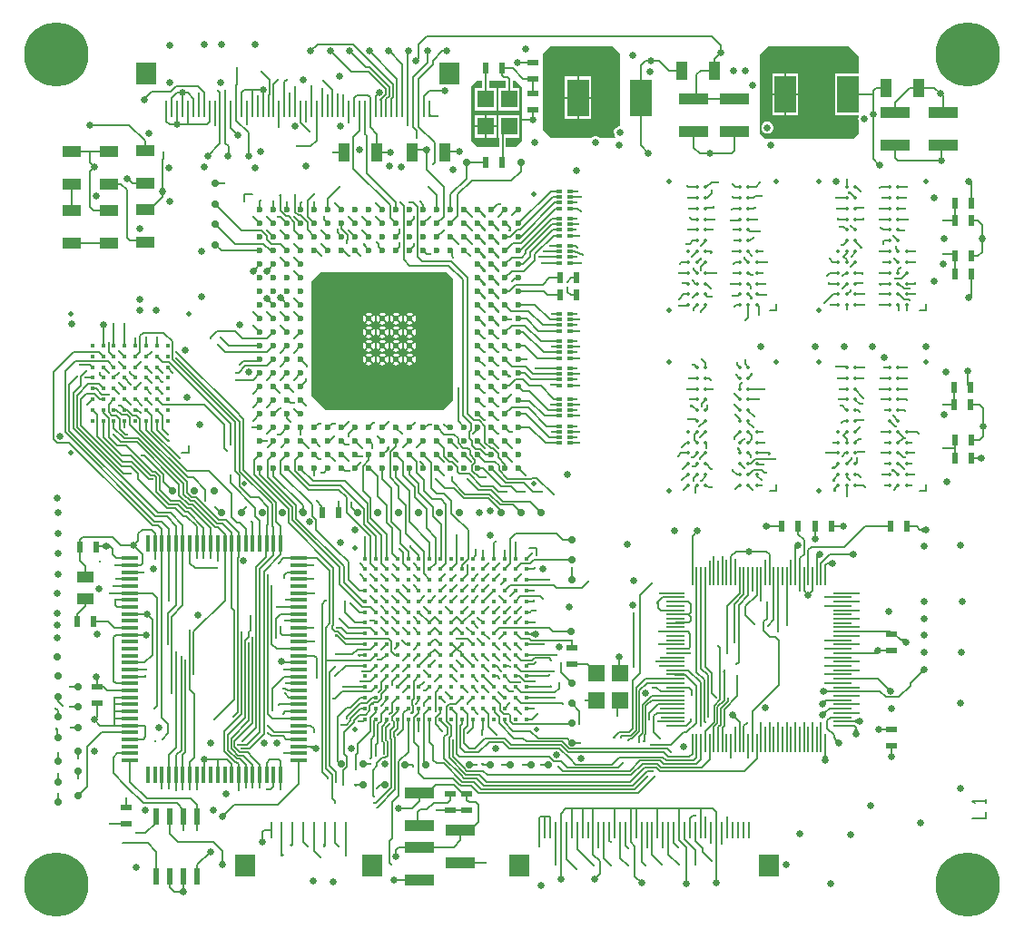
<source format=gbr>
G04 Gerber PCB Fabrication Data in Gerber  Example 2, created by Karel Tavernier, Filip Vermeire and Thomas Weyn*
G04 Ucamco copyright*
%TF.GenerationSoftware,Ucamco,UcamX,1.1.0-1400509*%
%TF.CreationDate,2014-07-14T00:00;00+01:00*%
%FSLAX25Y25*%
%MOMM*%
%TF.FileFunction,Copper,L1,Top,Signal*%
%TF.FilePolarity,Positive*%
%TF.Part,Single*%
%TF.SameCoordinates*%
%TA.AperFunction,Conductor*%
%ADD10C,0.15000*%
%TA.AperFunction,NonConductor*%
%ADD11C,0.20000*%
%TA.AperFunction,ViaPad*%
%ADD12C,0.30000*%
%TA.AperFunction,BGAPad,CuDef*%
%ADD13C,0.35000*%
%ADD14C,0.40000*%
%TA.AperFunction,FiducialPad,Local*%
%ADD15C,0.50000*%
%TA.AperFunction,BGAPad,CuDef*%
%ADD16C,0.60000*%
%TA.AperFunction,ViaPad*%
%ADD17C,0.65000*%
%TA.AperFunction,TestPad*%
%ADD18C,0.70000*%
%TA.AperFunction,WasherPad*%
%ADD19C,6.000000*%
%TA.AperFunction,SMDPad,CuDef*%
%ADD20R,0.20000X1.80000*%
%ADD21R,0.25000X1.60000*%
%ADD22R,0.40000X1.60000*%
%ADD23R,0.50000X0.30000*%
%ADD24R,0.50000X0.40000*%
%ADD25R,0.60000X1.00000*%
%ADD26R,0.60000X1.60000*%
%ADD27R,1.00000X0.60000*%
%ADD28R,1.10000X1.80000*%
%ADD29R,1.50000X1.00000*%
%ADD30R,1.50000X1.60000*%
%ADD31R,1.60000X0.40000*%
%ADD32R,1.80000X0.20000*%
%ADD33R,1.80000X1.10000*%
%ADD34R,1.90000X2.10000*%
%ADD35R,2.00000X3.50000*%
%ADD36R,2.80000X1.10000*%
%TA.AperFunction,Conductor*%
%ADD37C,0*%
G01*
%LPD*%
D37*
G36*
X3742382Y5510201D02*
X3750196Y5494866D01*
X3762366Y5482696D01*
X3777701Y5474882D01*
X3794700Y5472190D01*
X3811699Y5474882D01*
X3827034Y5482696D01*
X3839204Y5494866D01*
X3847017Y5510201D01*
X3849710Y5527200D01*
X3847017Y5544199D01*
X3839204Y5559534D01*
X3827034Y5571704D01*
X3811699Y5579517D01*
X3794700Y5582210D01*
X3777701Y5579517D01*
X3762366Y5571704D01*
X3750196Y5559534D01*
X3742382Y5544199D01*
X3739690Y5527200D01*
X3722710D01*
X3720017Y5544199D01*
X3712204Y5559534D01*
X3700034Y5571704D01*
X3684699Y5579517D01*
X3667700Y5582210D01*
X3650701Y5579517D01*
X3635366Y5571704D01*
X3623196Y5559534D01*
X3615382Y5544199D01*
X3612690Y5527200D01*
X3595710D01*
X3593017Y5544199D01*
X3585204Y5559534D01*
X3573034Y5571704D01*
X3557699Y5579517D01*
X3540700Y5582210D01*
X3523701Y5579517D01*
X3508366Y5571704D01*
X3496196Y5559534D01*
X3488382Y5544199D01*
X3485690Y5527200D01*
X3468710D01*
X3466017Y5544199D01*
X3458204Y5559534D01*
X3446034Y5571704D01*
X3430699Y5579517D01*
X3413700Y5582210D01*
X3396701Y5579517D01*
X3381366Y5571704D01*
X3369196Y5559534D01*
X3361382Y5544199D01*
X3358690Y5527200D01*
X2879700D01*
Y5654200D01*
X3358690D01*
X3361382Y5637201D01*
X3369196Y5621866D01*
X3381366Y5609696D01*
X3396701Y5601882D01*
X3413700Y5599190D01*
X3430699Y5601882D01*
X3446034Y5609696D01*
X3458204Y5621866D01*
X3466017Y5637201D01*
X3468710Y5654200D01*
X3485690D01*
X3488382Y5637201D01*
X3496196Y5621866D01*
X3508366Y5609696D01*
X3523701Y5601882D01*
X3540700Y5599190D01*
X3557699Y5601882D01*
X3573034Y5609696D01*
X3585204Y5621866D01*
X3593017Y5637201D01*
X3595710Y5654200D01*
X3612690D01*
X3615382Y5637201D01*
X3623196Y5621866D01*
X3635366Y5609696D01*
X3650701Y5601882D01*
X3667700Y5599190D01*
X3684699Y5601882D01*
X3700034Y5609696D01*
X3712204Y5621866D01*
X3720017Y5637201D01*
X3722710Y5654200D01*
X3739690D01*
X3742382Y5637201D01*
X3750196Y5621866D01*
X3762366Y5609696D01*
X3777701Y5601882D01*
X3794700Y5599190D01*
X3811699Y5601882D01*
X3827034Y5609696D01*
X3839204Y5621866D01*
X3847017Y5637201D01*
X3849710Y5654200D01*
X3847017Y5671199D01*
X3839204Y5686534D01*
X3827034Y5698704D01*
X3811699Y5706517D01*
X3794700Y5709210D01*
X3777701Y5706517D01*
X3762366Y5698704D01*
X3750196Y5686534D01*
X3742382Y5671199D01*
X3739690Y5654200D01*
X3722710D01*
X3720017Y5671199D01*
X3712204Y5686534D01*
X3700034Y5698704D01*
X3684699Y5706517D01*
X3667700Y5709210D01*
X3650701Y5706517D01*
X3635366Y5698704D01*
X3623196Y5686534D01*
X3615382Y5671199D01*
X3612690Y5654200D01*
X3595710D01*
X3593017Y5671199D01*
X3585204Y5686534D01*
X3573034Y5698704D01*
X3557699Y5706517D01*
X3540700Y5709210D01*
X3523701Y5706517D01*
X3508366Y5698704D01*
X3496196Y5686534D01*
X3488382Y5671199D01*
X3485690Y5654200D01*
X3468710D01*
X3466017Y5671199D01*
X3458204Y5686534D01*
X3446034Y5698704D01*
X3430699Y5706517D01*
X3413700Y5709210D01*
X3396701Y5706517D01*
X3381366Y5698704D01*
X3369196Y5686534D01*
X3361382Y5671199D01*
X3358690Y5654200D01*
X2879700D01*
Y5781200D01*
X3358690D01*
X3361382Y5764201D01*
X3369196Y5748866D01*
X3381366Y5736696D01*
X3396701Y5728882D01*
X3413700Y5726190D01*
X3430699Y5728882D01*
X3446034Y5736696D01*
X3458204Y5748866D01*
X3466017Y5764201D01*
X3468710Y5781200D01*
X3485690D01*
X3488382Y5764201D01*
X3496196Y5748866D01*
X3508366Y5736696D01*
X3523701Y5728882D01*
X3540700Y5726190D01*
X3557699Y5728882D01*
X3573034Y5736696D01*
X3585204Y5748866D01*
X3593017Y5764201D01*
X3595710Y5781200D01*
X3612690D01*
X3615382Y5764201D01*
X3623196Y5748866D01*
X3635366Y5736696D01*
X3650701Y5728882D01*
X3667700Y5726190D01*
X3684699Y5728882D01*
X3700034Y5736696D01*
X3712204Y5748866D01*
X3720017Y5764201D01*
X3722710Y5781200D01*
X3739690D01*
X3742382Y5764201D01*
X3750196Y5748866D01*
X3762366Y5736696D01*
X3777701Y5728882D01*
X3794700Y5726190D01*
X3811699Y5728882D01*
X3827034Y5736696D01*
X3839204Y5748866D01*
X3847017Y5764201D01*
X3849710Y5781200D01*
X3847017Y5798199D01*
X3839204Y5813534D01*
X3827034Y5825704D01*
X3811699Y5833517D01*
X3794700Y5836210D01*
X3777701Y5833517D01*
X3762366Y5825704D01*
X3750196Y5813534D01*
X3742382Y5798199D01*
X3739690Y5781200D01*
X3722710D01*
X3720017Y5798199D01*
X3712204Y5813534D01*
X3700034Y5825704D01*
X3684699Y5833517D01*
X3667700Y5836210D01*
X3650701Y5833517D01*
X3635366Y5825704D01*
X3623196Y5813534D01*
X3615382Y5798199D01*
X3612690Y5781200D01*
X3595710D01*
X3593017Y5798199D01*
X3585204Y5813534D01*
X3573034Y5825704D01*
X3557699Y5833517D01*
X3540700Y5836210D01*
X3523701Y5833517D01*
X3508366Y5825704D01*
X3496196Y5813534D01*
X3488382Y5798199D01*
X3485690Y5781200D01*
X3468710D01*
X3466017Y5798199D01*
X3458204Y5813534D01*
X3446034Y5825704D01*
X3430699Y5833517D01*
X3413700Y5836210D01*
X3396701Y5833517D01*
X3381366Y5825704D01*
X3369196Y5813534D01*
X3361382Y5798199D01*
X3358690Y5781200D01*
X2879700D01*
Y6132900D01*
X2959700Y6212900D01*
X4139700D01*
X4199700Y6152900D01*
Y5022900D01*
X4104700Y4927900D01*
X3009700D01*
X2879700Y5057900D01*
Y5400200D01*
X3358690D01*
X3361382Y5383201D01*
X3369196Y5367866D01*
X3381366Y5355696D01*
X3396701Y5347882D01*
X3413700Y5345190D01*
X3430699Y5347882D01*
X3446034Y5355696D01*
X3458204Y5367866D01*
X3466017Y5383201D01*
X3468710Y5400200D01*
X3485690D01*
X3488382Y5383201D01*
X3496196Y5367866D01*
X3508366Y5355696D01*
X3523701Y5347882D01*
X3540700Y5345190D01*
X3557699Y5347882D01*
X3573034Y5355696D01*
X3585204Y5367866D01*
X3593017Y5383201D01*
X3595710Y5400200D01*
X3612690D01*
X3615382Y5383201D01*
X3623196Y5367866D01*
X3635366Y5355696D01*
X3650701Y5347882D01*
X3667700Y5345190D01*
X3684699Y5347882D01*
X3700034Y5355696D01*
X3712204Y5367866D01*
X3720017Y5383201D01*
X3722710Y5400200D01*
X3739690D01*
X3742382Y5383201D01*
X3750196Y5367866D01*
X3762366Y5355696D01*
X3777701Y5347882D01*
X3794700Y5345190D01*
X3811699Y5347882D01*
X3827034Y5355696D01*
X3839204Y5367866D01*
X3847017Y5383201D01*
X3849710Y5400200D01*
X3847017Y5417199D01*
X3839204Y5432534D01*
X3827034Y5444704D01*
X3811699Y5452517D01*
X3794700Y5455210D01*
X3777701Y5452517D01*
X3762366Y5444704D01*
X3750196Y5432534D01*
X3742382Y5417199D01*
X3739690Y5400200D01*
X3722710D01*
X3720017Y5417199D01*
X3712204Y5432534D01*
X3700034Y5444704D01*
X3684699Y5452517D01*
X3667700Y5455210D01*
X3650701Y5452517D01*
X3635366Y5444704D01*
X3623196Y5432534D01*
X3615382Y5417199D01*
X3612690Y5400200D01*
X3595710D01*
X3593017Y5417199D01*
X3585204Y5432534D01*
X3573034Y5444704D01*
X3557699Y5452517D01*
X3540700Y5455210D01*
X3523701Y5452517D01*
X3508366Y5444704D01*
X3496196Y5432534D01*
X3488382Y5417199D01*
X3485690Y5400200D01*
X3468710D01*
X3466017Y5417199D01*
X3458204Y5432534D01*
X3446034Y5444704D01*
X3430699Y5452517D01*
X3413700Y5455210D01*
X3396701Y5452517D01*
X3381366Y5444704D01*
X3369196Y5432534D01*
X3361382Y5417199D01*
X3358690Y5400200D01*
X2879700D01*
Y5527200D01*
X3358690D01*
X3361382Y5510201D01*
X3369196Y5494866D01*
X3381366Y5482696D01*
X3396701Y5474882D01*
X3413700Y5472190D01*
X3430699Y5474882D01*
X3446034Y5482696D01*
X3458204Y5494866D01*
X3466017Y5510201D01*
X3468710Y5527200D01*
X3485690D01*
X3488382Y5510201D01*
X3496196Y5494866D01*
X3508366Y5482696D01*
X3523701Y5474882D01*
X3540700Y5472190D01*
X3557699Y5474882D01*
X3573034Y5482696D01*
X3585204Y5494866D01*
X3593017Y5510201D01*
X3595710Y5527200D01*
X3612690D01*
X3615382Y5510201D01*
X3623196Y5494866D01*
X3635366Y5482696D01*
X3650701Y5474882D01*
X3667700Y5472190D01*
X3684699Y5474882D01*
X3700034Y5482696D01*
X3712204Y5494866D01*
X3720017Y5510201D01*
X3722710Y5527200D01*
X3739690D01*
X3742382Y5510201D01*
G37*
G36*
X7418360Y7677890D02*
Y8067910D01*
X7178340D01*
Y7677890D01*
X7059700D01*
Y8242900D01*
X7139700Y8322900D01*
X7889700D01*
X7979700Y8232900D01*
Y8067910D01*
X7762540D01*
Y7677890D01*
X7979700D01*
Y7663960D01*
X7979480Y7663230D01*
X7977448Y7653077D01*
Y7642723D01*
X7979480Y7632570D01*
X7979700Y7631840D01*
Y7512900D01*
X7929700Y7462900D01*
X7104700D01*
X7059700Y7507900D01*
Y7562900D01*
X7072190D01*
X7074745Y7545948D01*
X7082183Y7530503D01*
X7093843Y7517937D01*
X7108689Y7509365D01*
X7125402Y7505551D01*
X7142497Y7506832D01*
X7158455Y7513095D01*
X7171858Y7523783D01*
X7181514Y7537947D01*
X7186567Y7554328D01*
Y7571471D01*
X7181514Y7587852D01*
X7171858Y7602016D01*
X7158455Y7612705D01*
X7142497Y7618968D01*
X7125402Y7620249D01*
X7108689Y7616434D01*
X7093843Y7607863D01*
X7082183Y7595296D01*
X7074745Y7579851D01*
X7072190Y7562900D01*
X7059700D01*
Y7677890D01*
X7178340D01*
X7418360D01*
G37*
G36*
X5486610Y7641140D02*
Y8041160D01*
X5236590D01*
Y7641140D01*
X5039700D01*
Y8257900D01*
X5104700Y8322900D01*
X5689700D01*
X5754700Y8257900D01*
Y7575600D01*
X5750020Y7575220D01*
X5733151Y7571221D01*
X5718239Y7562377D01*
X5706642Y7549491D01*
X5699411Y7533734D01*
X5697204Y7516539D01*
X5700221Y7499467D01*
X5708190Y7484070D01*
X5710107Y7478885D01*
X5709032Y7473462D01*
X5705280Y7469401D01*
X5699960Y7467900D01*
X5566550D01*
X5565060Y7469360D01*
X5550579Y7479751D01*
X5533612Y7485209D01*
X5515788D01*
X5498821Y7479751D01*
X5484340Y7469360D01*
X5482850Y7467900D01*
X5114700D01*
X5039700Y7542900D01*
Y7641140D01*
X5236590D01*
X5486610D01*
G37*
G36*
X4599470Y7470380D02*
Y7680420D01*
X4399430D01*
Y7470380D01*
X4364700D01*
Y7952900D01*
X4414700Y8002900D01*
X4466880D01*
Y7934420D01*
X4399430D01*
Y7724380D01*
X4599470D01*
Y7934420D01*
X4531920D01*
Y8002900D01*
X4656110D01*
X4661130Y7997880D01*
X4686930D01*
Y7934420D01*
X4619430D01*
Y7724380D01*
X4819470D01*
Y7934420D01*
X4751970D01*
Y8002900D01*
X4784700D01*
X4844700Y7942900D01*
Y7437900D01*
X4789700Y7382900D01*
X4692320D01*
Y7470380D01*
X4819470D01*
Y7680420D01*
X4619430D01*
Y7470380D01*
X4627280D01*
Y7382900D01*
X4419700D01*
X4364700Y7437900D01*
Y7470380D01*
X4399430D01*
X4599470D01*
G37*
D10*
X510200Y1268900D02*
Y1342400D01*
X510200Y1459400D02*
Y1533400D01*
X510200Y1649900D02*
Y1727900D01*
X509700Y1932290D02*
Y1872650D01*
X510200Y1872150D01*
X489700Y2142900D02*
X510200Y2122400D01*
Y2062650D01*
X700700Y1967400D02*
X700200Y1966900D01*
X629700D01*
X499700Y1952900D02*
X509700Y1942900D01*
Y1932290D01*
X494400Y1947600D01*
X510200Y2253150D02*
Y2212400D01*
X554700Y2167900D01*
X624700Y2347900D02*
X700200D01*
X700700Y2348400D01*
X700700Y2157900D02*
X624700D01*
X1483200Y3814400D02*
X1447600Y3850000D01*
X1395000D01*
X619600Y4625400D01*
X505880D01*
X472200Y4659080D01*
Y5282840D01*
X659760Y5470400D01*
X892200D01*
X934700Y5427900D01*
X1034700Y5327900D02*
X980200Y5382400D01*
X672400D01*
X580000Y5290000D01*
Y4720000D01*
X1410000Y3890000D01*
X1476300D01*
X1548200Y3818100D01*
Y3681900D01*
X689700Y5237900D02*
X620000Y5168200D01*
Y4735000D01*
X1422100Y3932900D01*
X1527130D01*
X1613200Y3846830D01*
Y3816400D01*
X1183300Y1919900D02*
X916700D01*
X785000Y1788200D01*
Y1415000D01*
X702400Y1332400D01*
X700700D01*
X700700Y1554650D02*
Y1486900D01*
X700700Y1745150D02*
Y1671900D01*
X1039700Y2894900D02*
Y2895300D01*
X983350Y2951650D01*
X840400D01*
X929340Y3657900D02*
X879900D01*
X872150Y3650150D01*
X779700Y5292900D02*
X729700Y5242900D01*
Y5159700D01*
X654700Y5084700D01*
Y4755300D01*
X1442100Y3967900D01*
X1561700D01*
X1678200Y3851400D01*
Y3821400D01*
X1394700Y4282900D02*
X1362100D01*
X1200000Y4445000D01*
X1113600D01*
X877200Y4681400D01*
Y4885400D01*
X834700Y4927900D01*
X1194700Y4332900D02*
X1126700D01*
X690000Y4769600D01*
Y5065000D01*
X795400Y5170400D01*
X892200D01*
X934700Y5127900D01*
X1808200Y3681900D02*
Y3839400D01*
X1707210Y3940390D01*
X1688380D01*
X1688370Y3940400D01*
X1679690D01*
X1609690Y4010400D01*
X1556370D01*
X1556360Y4010390D01*
X1533210D01*
X1285200Y4258400D01*
X1284200D01*
X1260000Y4282600D01*
Y4335000D01*
X1190000Y4405000D01*
X1104100D01*
X725000Y4784100D01*
Y5028200D01*
X774700Y5077900D01*
X857100D01*
X907100Y5027900D01*
X934700D01*
X834700Y5027900D02*
X784700Y4977900D01*
X719700Y5347900D02*
X814700D01*
X834700Y5327900D01*
X907200Y5255400D02*
X899700Y5262900D01*
Y5272900D01*
X984700Y5072900D02*
X922100D01*
X867100Y5127900D01*
X834700D01*
X1113450Y887900D02*
X1349700D01*
X1430950Y806650D01*
Y706650D01*
X1183300Y1724900D02*
X1066700D01*
X1029700Y1687900D01*
Y1537900D01*
X1150730Y1416870D01*
X1153300D01*
X1312270Y1257900D01*
X1619700D01*
X1684950Y1192650D01*
Y1135550D01*
X1039700Y2894900D02*
X1183300D01*
X1183300Y3284900D02*
X1032700D01*
X1029700Y3287900D01*
X999700Y3219900D02*
X1183300D01*
X1183300Y3349900D02*
X1059700D01*
X929340Y3657900D02*
X947020Y3675580D01*
X929340Y3657900D02*
X947020Y3640220D01*
X1000060Y3657900D02*
X982380Y3640220D01*
X1000060Y3657900D02*
X982380Y3675580D01*
X1000060Y3657900D02*
X964700D01*
X929340D01*
X1183300Y3544900D02*
X1060100D01*
X1025000Y3580000D01*
Y3632960D01*
X1000060Y3657900D01*
X1873200Y3681900D02*
Y3824400D01*
X1722210Y3975390D01*
X1702880D01*
X1661700Y4016570D01*
X1661690D01*
X1632860Y4045400D01*
X1549600D01*
X1429700Y4165300D01*
Y4297410D01*
X1409210Y4317900D01*
X1377100D01*
X1195000Y4500000D01*
X1108100D01*
X934700Y4673400D01*
Y4827900D01*
X1938200Y3681900D02*
X1934700Y3685400D01*
Y3829400D01*
X1753710Y4010390D01*
X1717380D01*
X1676200Y4051570D01*
X1676190D01*
X1667860Y4059900D01*
Y4059910D01*
X1647370Y4080400D01*
X1564600D01*
X1464700Y4180300D01*
Y4311910D01*
X1423710Y4352900D01*
X1392100D01*
X1152120Y4592880D01*
X1111720D01*
X1111710Y4592890D01*
X1064710D01*
X985000Y4672600D01*
Y4855000D01*
X934700Y4905300D01*
Y4927900D01*
X2068200Y3681900D02*
Y3769400D01*
X2004710Y3832890D01*
X1980710D01*
X1768210Y4045390D01*
X1731890D01*
X1642200Y4135080D01*
Y4233410D01*
X1247720Y4627890D01*
X1098860D01*
X1027750Y4699000D01*
X1034700Y5027900D02*
X985000Y4978200D01*
Y4910000D01*
X1016000Y4879000D01*
X1052750D01*
X1087750Y4844000D01*
Y4749000D01*
X1139100Y4697650D01*
X1159100D01*
X2133200Y3681900D02*
Y3782900D01*
X2048210Y3867890D01*
X1995210D01*
X1782700Y4080400D01*
X1746380D01*
X1684700Y4142080D01*
Y4240410D01*
X1262220Y4662890D01*
X1128860D01*
X1034700Y4757050D01*
Y4827900D01*
X1134700Y4827900D02*
Y4767900D01*
X2198200Y3681900D02*
Y3787900D01*
X2083200Y3902900D01*
X2009700D01*
X1797200Y4115400D01*
X1760880D01*
X1719700Y4156580D01*
Y4254910D01*
X1179700Y4794910D01*
Y4857050D01*
X1153850Y4882900D01*
X1103850D01*
X1058850Y4927900D01*
X1034700D01*
X1189540Y4978080D02*
X1189700Y4978240D01*
Y4980300D01*
X1142100Y5027900D01*
X1134700D01*
X1101350Y4965400D02*
X1079700D01*
X1101350Y4965400D02*
X1134700Y4932050D01*
Y4927900D01*
X1135550Y4927050D01*
X1159700D01*
X1208850Y4877900D01*
X1244700D01*
X1252200Y4870400D01*
X1252310D01*
X1277200Y4845510D01*
Y4743400D01*
X1722700Y4297900D01*
X1777100D01*
X1889700Y4185300D01*
Y4077900D01*
X1079700Y4972900D02*
X1093850D01*
X1101350Y4965400D01*
X1034700Y5227900D02*
X1084700Y5277900D01*
X1134700Y5227900D02*
X1194700Y5167900D01*
X1134700Y5327900D02*
X1084700Y5377900D01*
X1084700Y5177900D02*
X1134700Y5127900D01*
X907200Y5255400D02*
Y5272900D01*
X934700Y5227900D02*
X907200Y5255400D01*
X1084700Y5082900D02*
X1079700D01*
X1034700Y5127900D01*
X984700Y5277900D02*
X934700Y5327900D01*
X1034700Y5527900D02*
Y5727900D01*
X1134700Y5527900D02*
Y5727900D01*
X989700Y5557900D02*
Y5472900D01*
X1034700Y5427900D01*
X1430950Y576750D02*
Y706650D01*
X1430950Y1135550D02*
Y1079150D01*
X1329700Y977900D01*
X1239700D01*
X1183300Y1659900D02*
Y1456700D01*
X1340000Y1300000D01*
X1752600D01*
X1811950Y1240650D01*
Y1135550D01*
X1183300Y3219900D02*
X1392700D01*
X1439700Y3172900D01*
Y2167900D01*
X1414700Y2142900D01*
X1183300Y2439900D02*
X1307700D01*
X1326690Y2439890D01*
X1329700Y2442900D01*
X1183300Y2504900D02*
X1334700D01*
X1342190Y3024900D02*
Y3022900D01*
X1183300Y3414900D02*
X1309700D01*
X1289700Y4507900D02*
X1318210D01*
X1499700Y4326410D01*
Y4257900D01*
X1584700Y4172900D01*
X2263200Y3821400D02*
X2209450Y3875150D01*
X2186380D01*
X2132200Y3929330D01*
Y4145000D01*
X2059700Y4217500D01*
Y4217900D01*
X1915940Y4361660D01*
X1713440D01*
X1334700Y4740400D01*
Y4827900D01*
X1434700Y4827900D02*
Y4740300D01*
X1529600Y4645400D01*
X1646700Y4477900D02*
X1389700Y4734900D01*
Y4872900D01*
X1334700Y4927900D01*
X1234700Y4927900D02*
X1255000D01*
X1284700Y4898200D01*
Y4897900D01*
X1334700Y5027900D02*
X1384700Y4977900D01*
X1534700Y4697900D02*
X1484700Y4747900D01*
Y4877900D01*
X1434700Y4927900D01*
X2089700Y4542900D02*
X2065000Y4567600D01*
Y4788100D01*
X1878100Y4975000D01*
X1487600D01*
X1434700Y5027900D01*
X1234700Y5027900D02*
X1239700D01*
X1294700Y4972900D01*
X1334700Y5327900D02*
X1384700Y5277900D01*
X1184700Y5282900D02*
Y5277900D01*
X1234700Y5227900D01*
X1284700Y5377900D02*
X1234700Y5327900D01*
X1384700Y5177900D02*
X1334700Y5227900D01*
X1379700Y5082900D02*
X1334700Y5127900D01*
X1234700Y5127900D02*
X1284700Y5177900D01*
X1489700Y5277900D02*
X1484700D01*
X1434700Y5327900D01*
X1384700Y5472900D02*
X1339700Y5427900D01*
X1334700D01*
X1234700Y5527900D02*
Y5597900D01*
X1334700Y5527900D02*
Y5607900D01*
X1234700Y5427900D02*
X1279700Y5472900D01*
Y5619700D01*
X1310000Y5650000D01*
X1500000D01*
X1577200Y5572800D01*
Y5401600D01*
X2165000Y4813800D01*
Y4357570D01*
X2204700Y4317870D01*
Y4217900D01*
X2309700Y4112900D01*
X2384700D01*
X2472700Y4024900D01*
Y3862400D01*
X2458200Y3847900D01*
Y3681900D01*
X2119700Y4607900D02*
Y4803010D01*
X1544810Y5377900D01*
X1484700D01*
X1434700Y5427900D01*
X1484700Y6932540D02*
Y6912900D01*
X1367100Y6795300D01*
X1329700D01*
X1875000Y7740000D02*
X1874700Y7740300D01*
Y7892900D01*
X1814700Y7952900D01*
X1612900D01*
X1560000Y7900000D01*
X1390000D01*
X1339700Y7849700D01*
X1314700Y7824700D01*
Y7822900D01*
X1339700Y7849700D02*
X1314700Y7847900D01*
X1339700Y7849700D02*
Y7822900D01*
X1649540Y430000D02*
X1667270Y447730D01*
X1649540Y430000D02*
X1667270Y412370D01*
X1649540Y430000D02*
X1600000D01*
X1557950Y472050D01*
Y576750D01*
X1684950Y465410D02*
X1702630Y447730D01*
X1684950Y465410D02*
X1667270Y447730D01*
X1684950Y465410D02*
Y430050D01*
X1684900Y430000D01*
X1649540D01*
X1684950Y576750D02*
Y465410D01*
X1557950Y1135550D02*
Y977050D01*
X1635000Y900000D01*
X1965000D01*
X2050000Y815000D01*
Y720360D01*
X1684950Y1135550D02*
Y1008150D01*
X1678200Y1522900D02*
Y1706400D01*
X1703130Y1731330D01*
Y2587900D01*
X1676700Y1386400D02*
Y1521400D01*
X1678200Y1522900D01*
X1613200Y1522900D02*
Y1706400D01*
X1662750Y1755950D01*
Y2623790D01*
X1611700Y1376400D02*
X1613200Y1377900D01*
Y1522900D01*
X1548200Y1522900D02*
Y1706400D01*
X1617750Y1775950D01*
Y2665400D01*
X1548200Y1392900D02*
Y1522900D01*
X1484700Y1852900D02*
X1542200Y1910400D01*
Y1999160D01*
X1483200Y2058160D01*
Y3681900D01*
X1678200Y3681900D02*
Y3104450D01*
X1569700Y2995950D01*
Y2287900D01*
X1613200Y3681900D02*
Y3109450D01*
X1534700Y3030950D01*
Y2742900D01*
X1548200Y3681900D02*
X1549700Y3680400D01*
Y3147900D01*
X1483200Y3681900D02*
Y3814400D01*
X1613200Y3816400D02*
Y3681900D01*
X1678200Y3821400D02*
Y3681900D01*
X1529600Y4645400D02*
X1549700D01*
X1529600Y4645400D02*
X1537100Y4637900D01*
X1549700D01*
X1614700Y5412900D02*
X2210000Y4817600D01*
Y4355000D01*
X2510000Y4055000D01*
Y3847600D01*
X2523200Y3834400D01*
Y3681900D01*
X1475850Y5091750D02*
X1483350Y5084440D01*
X1475850Y5091750D02*
Y5076940D01*
X1475850Y5091750D02*
X1439700Y5127900D01*
X1434700D01*
X1483350Y5076940D02*
X1484700D01*
Y5082900D01*
X1475850Y5091750D01*
X1484700Y5187900D02*
X1482100D01*
X1442100Y5227900D01*
X1434700D01*
X1534700Y5327900D02*
X1584700Y5277900D01*
X1614700Y5472900D02*
X2204700Y4882900D01*
Y4880300D01*
X2245000Y4840000D01*
Y4370000D01*
X2548200Y4066800D01*
Y3881800D01*
X2588200Y3841800D01*
Y3681900D01*
X1484700Y6932540D02*
X1467020Y6950220D01*
X1484700Y6932540D02*
X1502380Y6950220D01*
X1484700Y6967900D02*
Y6932540D01*
X1484700Y7003260D02*
X1502380Y6985580D01*
X1484700Y7003260D02*
X1467020Y6985580D01*
X1484700Y7003260D02*
Y7262900D01*
X1494700Y7272900D01*
Y7332900D01*
X1484700Y6967900D02*
Y7003260D01*
X1810000Y1010000D02*
X1811950Y1008050D01*
Y1135550D01*
X1743200Y1522900D02*
Y1644400D01*
X1784700Y1685900D01*
Y2277050D01*
X1742750Y2319000D01*
Y2869000D01*
X1741700Y1391400D02*
Y1521400D01*
X1743200Y1522900D01*
X1970940Y2035950D02*
Y2037190D01*
X2156000Y2222250D01*
Y3055750D01*
X2133200Y3078550D01*
Y3681900D01*
X1777900Y2462900D02*
Y2468960D01*
X1777750Y2469110D01*
Y2859000D01*
X2068200Y3149450D01*
Y3681900D01*
X1808200Y3549400D02*
Y3681900D01*
X1873200Y3544400D02*
Y3681900D01*
X1938200Y3546400D02*
Y3681900D01*
X2524700Y5654200D02*
X2465500Y5595000D01*
X2232600D01*
X2164700Y5662900D01*
X1994700D01*
X1934700Y5602900D01*
Y5597900D01*
X1907200Y7301400D02*
X2025000Y7419200D01*
Y7740000D01*
X1825000Y7740000D02*
Y7877900D01*
X2050000Y720360D02*
X2067680Y702680D01*
X2050000Y720360D02*
X2032320Y702680D01*
X2050000Y720360D02*
Y685000D01*
X2758100Y1659900D02*
Y1438100D01*
X2565000Y1245000D01*
X2160000D01*
X2075000Y1160000D01*
Y1135000D01*
X2075000Y1160000D02*
X2050000D01*
X2050000Y1135000D02*
X2075000Y1160000D01*
X2198200Y1522900D02*
Y1621970D01*
X2177270Y1642900D01*
X2165820D01*
X2067650Y1741070D01*
Y1753860D01*
X2067640Y1753870D01*
Y1778710D01*
X2067650Y1778720D01*
Y1828850D01*
X2067660Y1828860D01*
Y1933910D01*
X2222750Y2089000D01*
Y2854000D01*
X2201700Y1376400D02*
Y1519400D01*
X2198200Y1522900D01*
X2588200Y3681900D02*
Y3579450D01*
X2432750Y3424000D01*
Y1904000D01*
X2296650Y1767900D01*
X2224700D01*
X2327750Y2804000D02*
Y2009000D01*
X2157660Y1838910D01*
Y1786140D01*
X2210900Y1732900D01*
X2279690D01*
X2329700Y1682900D01*
X2393200Y1619400D01*
Y1522900D01*
X2292750Y2754000D02*
Y2029000D01*
X2127660Y1863910D01*
Y1804000D01*
X2127650Y1803990D01*
Y1779150D01*
X2127660Y1779140D01*
Y1766650D01*
X2145220Y1749090D01*
X2145230D01*
X2190920Y1703400D01*
X2197970D01*
X2198470Y1702900D01*
X2244590D01*
X2294600Y1652900D01*
X2328200Y1619300D01*
Y1522900D01*
X2307750Y3007900D02*
Y2874000D01*
X2292750Y2859000D01*
Y2814000D01*
X2257750Y2779000D01*
Y2059000D01*
X2097660Y1898910D01*
Y1816430D01*
X2097650Y1816420D01*
Y1766290D01*
X2097660Y1766280D01*
Y1753490D01*
X2178250Y1672900D01*
X2209700D01*
X2263200Y1619400D01*
Y1522900D01*
X2458200Y3681900D02*
X2454700Y3678400D01*
Y3557100D01*
X2362750Y3465150D01*
Y1965950D01*
X2234700Y1837900D01*
X2523200Y3681900D02*
X2524700Y3680400D01*
Y3570950D01*
X2397750Y3444000D01*
Y1924000D01*
X2277150Y1803400D01*
X2194630D01*
X2192160Y1805870D01*
X2147750Y2069000D02*
X2187200Y2108450D01*
Y2338470D01*
X2187750Y2339020D01*
Y3066430D01*
X2187200Y3066980D01*
Y3546730D01*
X2198200Y3557730D01*
Y3681900D01*
X2003200Y3681900D02*
X2004700Y3680400D01*
Y3522900D01*
X1979700Y4022900D02*
X1994700Y4007900D01*
Y4007150D01*
X2034200Y3967650D01*
X2269710Y4022900D02*
X2269700D01*
X2224700Y3977900D01*
Y3967650D01*
X2393200Y3681900D02*
Y3896900D01*
X2352200Y3937900D01*
Y4015400D01*
X2119700Y4247900D01*
Y4317900D01*
X2174700Y5277900D02*
X2199700D01*
X2262200Y5340400D01*
X2464900D01*
X2524700Y5400200D01*
X2397700Y5273200D02*
X2332520Y5208020D01*
X2253050D01*
X2251370Y5209700D01*
X2169700D01*
X2004700Y5532900D02*
X2007100D01*
X2075000Y5465000D01*
X2462500D01*
X2524700Y5527200D01*
X2026780Y5607900D02*
X2107480Y5527200D01*
X2397700D01*
X2397700Y5400200D02*
X2385400Y5387900D01*
X2244700D01*
X2204700Y5347900D01*
X2397700Y6416200D02*
X2034650D01*
X1980700Y6470150D01*
X1980700Y6660650D02*
X2161650Y6479700D01*
X2430300D01*
X2493800Y6416200D01*
X2524700D01*
X1980700Y6851150D02*
X2226850Y6605000D01*
X2410150D01*
X2465000Y6550150D01*
Y6515000D01*
X2500300Y6479700D01*
X2588200D01*
X2651700Y6416200D01*
X1980700Y7041650D02*
X2065950D01*
X2097700Y7301400D02*
X2104700Y7308400D01*
Y7388200D01*
X2075000Y7417900D01*
Y7740000D01*
Y7907600D01*
X2074700Y7907900D01*
X2175000Y7740000D02*
Y7627600D01*
X2288200Y7514400D01*
Y7301400D01*
X2179700Y8122900D02*
Y7965000D01*
X2175000Y7960300D01*
Y7740000D01*
X2125000Y7603200D02*
Y7740000D01*
X2125000Y7603200D02*
Y7559850D01*
X2192950Y7491900D01*
X2025000Y7740000D02*
Y7887600D01*
X2004700Y7907900D01*
X2393200Y1522900D02*
X2391700Y1521400D01*
Y1402900D01*
X2328200Y1522900D02*
X2326700Y1521400D01*
Y1402900D01*
X2263200Y1522900D02*
X2266700Y1519400D01*
Y1407900D01*
X2758100Y2049900D02*
X2511850D01*
X2470450Y2091300D01*
Y3385260D01*
X2758100Y1919900D02*
X2531850D01*
X2472750Y1979000D01*
X2758100Y1854900D02*
X2642700D01*
X2613600Y1884000D01*
X2502750D01*
X2473850Y1912900D01*
X2472750D01*
X2263200Y3681900D02*
Y3821400D01*
X3679700Y2642900D02*
X3653300D01*
X3620200Y2676000D01*
Y2723290D01*
X3622200Y2725290D01*
Y2767800D01*
X3595000Y2795000D01*
X3192100D01*
X3124200Y2862900D01*
X3095200D01*
X3074700Y2883400D01*
Y2911700D01*
X3082750Y2919750D01*
Y3457250D01*
X2664700Y3875300D01*
Y4005300D01*
X2345200Y4324800D01*
Y4458400D01*
X2397700Y4510900D01*
Y4511200D01*
X2397700Y4384200D02*
Y4322300D01*
X2699700Y4020300D01*
Y3900300D01*
X3137750Y3462250D01*
Y3305850D01*
X3350700Y3092900D01*
X3429700D01*
X3479700Y3042900D01*
X2524700Y4511200D02*
X2472200Y4458700D01*
Y4302800D01*
X2734700Y4040300D01*
Y3915300D01*
X3180000Y3470000D01*
Y3320170D01*
X3357270Y3142900D01*
X3379700D01*
X2449390Y4638200D02*
X2459400Y4648200D01*
X2449390Y4638200D02*
X2459400Y4637600D01*
X2449390Y4638200D02*
X2397700D01*
X2464700Y4642900D02*
X2460000Y4638200D01*
X2449390D01*
X2524700Y4638200D02*
Y4632900D01*
X2469700Y4577900D01*
X2397700Y4765200D02*
X2324700D01*
X2459700Y4702900D02*
X2462400D01*
X2524700Y4765200D01*
X2397700Y4892200D02*
X2334200Y4828700D01*
X2397700Y5019200D02*
X2334200Y4955700D01*
X2524700Y5019200D02*
X2461200Y4955700D01*
X2524700Y5273200D02*
X2461200Y5209700D01*
X2397700Y5146200D02*
X2334200Y5082700D01*
X2397700Y5654200D02*
X2334200Y5717700D01*
X2524700Y5781200D02*
X2461200Y5844700D01*
X2397700Y5781200D02*
X2334200Y5844700D01*
X2490000Y5945000D02*
X2460000D01*
X2490000Y5945000D02*
X2485000Y5970000D01*
X2490000Y5945000D02*
X2524700Y5910300D01*
Y5908200D01*
X2460000Y5970000D02*
X2465000D01*
Y5975000D01*
X2470000Y5970000D01*
Y5965000D01*
X2490000Y5945000D01*
X2485500Y6250000D02*
X2485000Y6225000D01*
X2485500Y6250000D02*
X2460000D01*
X2485500Y6250000D02*
X2524700Y6289200D01*
X2460000Y6225000D02*
X2465000Y6230000D01*
X2465500D01*
X2485500Y6250000D01*
X2360000Y6250000D02*
Y6225000D01*
X2360000Y6250000D02*
X2335000D01*
X2360000Y6250000D02*
X2335000Y6225000D01*
X2397700Y6289200D02*
Y6287700D01*
X2360000Y6250000D01*
X2397700Y6670200D02*
X2334200Y6733700D01*
X2524700Y6543200D02*
X2461200Y6606700D01*
X2399700Y6882900D02*
X2397700Y6880900D01*
Y6797200D01*
X2524700Y6670200D02*
X2461200Y6733700D01*
X2375000Y7740000D02*
Y7859680D01*
X2373530D01*
X2275000Y7740000D02*
Y7597900D01*
X2475000Y7740000D02*
Y7865000D01*
X2485000Y7875000D01*
Y8007600D01*
X2409700Y8082900D01*
X2600000Y1010000D02*
X2599700Y1009700D01*
Y783510D01*
X2610000Y773200D01*
X2599700Y783510D02*
X2599400Y773200D01*
X2604700Y767900D02*
X2599700Y772900D01*
Y783510D01*
X2700000Y883810D02*
X2684400Y868200D01*
X2700000Y883810D02*
Y873200D01*
X2689700Y862900D01*
X2700000Y1010000D02*
Y883810D01*
X2758100Y1724900D02*
X2626700D01*
X2758100Y2439900D02*
X2623650D01*
X2512750Y2329000D01*
Y2129000D01*
X2758100Y2114900D02*
X2632600D01*
X2611700Y2094000D01*
X2758100Y1984900D02*
X2869700D01*
X2899700Y1954900D01*
Y1917900D01*
X2758100Y2374900D02*
X2636700D01*
X2758100Y2309900D02*
X2652200D01*
X2630170Y2331930D01*
X2611120D01*
X2758100Y2244900D02*
X2667700D01*
X2629700Y2282900D01*
X2758100Y2179900D02*
X2568650D01*
X2567750Y2179000D01*
X2758100Y2504900D02*
X2626700D01*
X2758100Y2894900D02*
X2896700D01*
X2758100Y2764900D02*
X2901700D01*
X2758100Y2699900D02*
X2551850D01*
X2507750Y2744000D01*
Y3284000D01*
X2758100Y2829900D02*
X2602700D01*
X2584700Y2847900D01*
Y2907900D01*
X2758100Y3024900D02*
X2588650D01*
X2547750Y2984000D01*
Y2804000D01*
X2758100Y3154900D02*
X2641700D01*
X2758100Y3089900D02*
X2754150Y3085950D01*
X2557750D01*
X2758100Y2959900D02*
X2634700D01*
X2758100Y3349900D02*
X2891700D01*
X2758100Y3479900D02*
X2896700D01*
X2758100Y3544900D02*
X2761100Y3547900D01*
X2927100D01*
X3047750Y3427250D01*
Y2934250D01*
X3009700Y2896200D01*
Y2590000D01*
X2569700Y3497900D02*
X2616700Y3544900D01*
X2758100D01*
X2796200Y3967650D02*
Y4041400D01*
X2524700Y4312900D01*
Y4384200D01*
X3379700Y3242900D02*
X3323850D01*
X3220000Y3346750D01*
Y3510000D01*
X3095910Y3634090D01*
X3095890D01*
X2917750Y3812350D01*
Y3902640D01*
X2882750Y3937640D01*
Y4044850D01*
X2589700Y4337900D01*
Y4449200D01*
X2651700Y4511200D01*
X2651700Y4384200D02*
X2853000Y4182900D01*
X3133850D01*
X3204700Y4112050D01*
Y3972050D01*
X3429700Y3747050D01*
Y3492900D01*
X3479700Y3442900D01*
X3479700Y3542900D02*
Y3747900D01*
X3365000Y3862600D01*
Y4007100D01*
X3146410Y4225690D01*
X2862960D01*
X2726200Y4362450D01*
Y4458700D01*
X2778700Y4511200D01*
X2564700Y4697900D02*
X2584700D01*
X2651700Y4764900D01*
Y4765200D01*
X2651700Y4638200D02*
X2596400Y4582900D01*
X2594700D01*
X2717040Y4991710D02*
X2679180D01*
X2651700Y5019200D01*
X2685740Y4816120D02*
X2651700Y4850160D01*
Y4892200D01*
X2524700Y4892200D02*
X2527200D01*
X2582900Y4947900D01*
X2584700D01*
X2651700Y5400200D02*
X2588200Y5336700D01*
X2651700Y5273200D02*
X2588200Y5209700D01*
X2778700Y5273200D02*
X2715200Y5209700D01*
X2524700Y5146200D02*
X2579700Y5091200D01*
Y5087900D01*
X2651700Y5146200D02*
X2653800D01*
X2707100Y5092900D01*
X2709700D01*
X2651700Y5527200D02*
X2588200Y5463700D01*
X2778700Y5527200D02*
X2715200Y5463700D01*
X2651700Y5654200D02*
X2588200Y5717700D01*
X2778700Y5781200D02*
X2715200Y5844700D01*
X2651700Y5781200D02*
X2588200Y5844700D01*
X2611630Y5948370D02*
X2586630D01*
X2611630Y5948370D02*
Y5973370D01*
X2611630Y5948370D02*
X2651700Y5908300D01*
Y5908200D01*
X2586630Y5973370D02*
X2611630Y5948370D01*
X2651700Y6289200D02*
X2588200Y6352700D01*
X2778700Y6543200D02*
X2715000Y6606890D01*
Y6681150D01*
X2661150Y6735000D01*
X2639650D01*
X2584700Y6789950D01*
Y6922290D01*
X2651700Y6670200D02*
X2589000Y6732900D01*
X2559700D01*
X2651700Y6543200D02*
X2588200Y6606700D01*
X2584700Y6922290D02*
Y6932900D01*
X2589700Y6937900D01*
X2584700Y6922290D02*
X2595000Y6932600D01*
X2584700Y6922290D02*
X2584400Y6932600D01*
X2905700Y6543200D02*
X2840000Y6608890D01*
Y6683150D01*
X2778450Y6744700D01*
X2756950D01*
X2726200Y6775450D01*
Y6937900D01*
X2524700Y6797200D02*
Y6872900D01*
X2651700Y6797200D02*
Y6867900D01*
X2778700Y6670200D02*
X2715200Y6733700D01*
X2925000Y7740000D02*
Y7443200D01*
X2869700Y7387900D01*
X2739700D01*
X2575000Y7740000D02*
Y7572900D01*
X2625000Y7740000D02*
Y7993200D01*
X2644700Y8012900D01*
X2675000Y7740000D02*
Y7882900D01*
X2725000Y7740000D02*
Y7942900D01*
X2525000Y7740000D02*
Y7967000D01*
X2565900Y8007900D01*
X2900000Y1010000D02*
Y812300D01*
X2959700Y752600D01*
X2800000Y1010000D02*
Y897600D01*
X2839700Y857900D01*
X3000000Y878200D02*
Y860100D01*
X3000000Y878200D02*
Y1010000D01*
X2994700Y857900D02*
Y872900D01*
X3000000Y878200D01*
X3009700Y2590000D02*
Y1580300D01*
X3069700Y1520300D01*
Y1299900D01*
X3094700Y1274900D01*
Y1257900D01*
X3029700Y1492900D02*
Y1495300D01*
X2974700Y1550300D01*
Y3116900D01*
X3005700Y3147900D01*
X3009700D01*
X3479700Y2642900D02*
X3469700Y2632900D01*
X3466650D01*
X3423750Y2590000D01*
X3009700D01*
X2924700Y4077900D02*
X2969700Y4032900D01*
Y3971950D01*
X2974000Y3967650D01*
X2778700Y4384200D02*
Y4378160D01*
X2891170Y4265690D01*
X3186400D01*
X3399700Y4052390D01*
Y3907870D01*
X3400000Y3907570D01*
Y3887600D01*
X3529700Y3757900D01*
Y3492900D01*
X3579700Y3442900D01*
X2964700Y4473600D02*
X2943300D01*
X2905700Y4511200D01*
X2969700Y4342900D02*
X2991400D01*
X3032700Y4384200D01*
X3032700Y4511200D02*
X3086200Y4457700D01*
X3089900D01*
X3094700Y4452900D01*
X2905700Y4317900D02*
Y4384200D01*
X3089700Y4682900D02*
X3045000Y4638200D01*
X3032700D01*
X2905700Y4638200D02*
X2906800D01*
X2954700Y4590300D01*
Y4587900D01*
X2852750Y4572900D02*
X2852100D01*
X2786800Y4638200D01*
X2778700D01*
X2778700Y5019200D02*
X2829700Y4968200D01*
X2899700Y6938900D02*
X2845000Y6884200D01*
Y6730900D01*
X2905700Y6670200D01*
X3032700Y6543200D02*
X2969200Y6606700D01*
X3032700Y6670200D02*
X2994700Y6708200D01*
Y6732900D01*
X2904700Y6867900D02*
Y6798200D01*
X2905700Y6797200D01*
X3140000Y7010000D02*
X3032700Y6902700D01*
Y6797200D01*
X2779700Y6867900D02*
X2778700Y6866900D01*
Y6797200D01*
X2875000Y7740000D02*
Y7947900D01*
X3025000Y7740000D02*
Y7867900D01*
X2975000Y7740000D02*
Y7922900D01*
X2825000Y7740000D02*
Y7618200D01*
X2775000Y7740000D02*
Y7608930D01*
X2856030Y7527900D01*
X2859700D01*
X2984700Y7997900D02*
X3067500Y7915100D01*
X3625000Y7740000D02*
Y7833200D01*
X3639700Y7847900D01*
Y7967900D01*
X3529710Y8077890D01*
Y8077910D01*
X3529700Y8077900D01*
X3264700Y8342900D01*
X2934700D01*
X2869700Y8277900D01*
X3200000Y1010000D02*
Y773200D01*
X3100000Y1010000D02*
Y887600D01*
X3129700Y857900D01*
X3104700Y1457900D02*
Y1545300D01*
X3044700Y1605300D01*
Y2482900D01*
X3094700Y2532900D01*
X3174700Y1427900D02*
Y1565520D01*
X3210250Y1601070D01*
Y1689420D01*
X3185000Y1714710D01*
Y1925000D01*
X3274700Y2014700D01*
Y2031700D01*
X3328400Y2085400D01*
X3382310D01*
X3422200Y2125290D01*
Y2170400D01*
X3444700Y2192900D01*
X3479700Y2142900D02*
Y2110950D01*
X3427750Y2059000D01*
Y1925950D01*
X3310000Y1808200D01*
Y1722800D01*
X3294700Y1707500D01*
Y1572900D01*
X3303310Y1434400D02*
X3291500Y1422600D01*
X3303310Y1434400D02*
X3292700D01*
X3286200Y1427900D01*
X3244700Y2152900D02*
X3209700D01*
X3124700Y2067900D01*
Y1652950D01*
X3152750Y1624900D01*
X3159700Y1992900D02*
X3202900D01*
X3239700Y2029700D01*
Y2046900D01*
X3335700Y2142900D01*
X3379700D01*
X3204700Y2047900D02*
Y2062400D01*
X3335200Y2192900D01*
X3389810D01*
X3439810Y2242900D01*
X3479700D01*
X3169700Y2342900D02*
X3379700D01*
X3079700Y2237900D02*
X3099700D01*
X3162200Y2300400D01*
X3437200D01*
X3479700Y2342900D01*
X3244700Y2152900D02*
X3334700Y2242900D01*
X3379700D01*
X3104700Y2647900D02*
X3259700D01*
X3304700Y2692900D01*
X3429700D01*
X3479700Y2742900D01*
X3099700Y2447900D02*
X3194700Y2542900D01*
X3379700D01*
X3119400Y2818200D02*
X3104700D01*
X3119400Y2818200D02*
X3112200Y2825700D01*
X3119400Y2818200D02*
X3194700Y2742900D01*
X3379700D01*
X3104700Y2825700D02*
Y2827900D01*
X3109700D01*
X3119400Y2818200D01*
X3109700Y2897900D02*
X3152100D01*
X3207100Y2842900D01*
X3379700D01*
X3189700Y3137900D02*
Y3037900D01*
X3284700Y2942900D01*
X3379700D01*
X3244700Y3122900D02*
Y3122050D01*
X3323850Y3042900D01*
X3379700D01*
X3126400Y3967650D02*
Y4071200D01*
X3250000Y4065000D02*
Y4020000D01*
X3300800Y3969200D01*
X3310000D01*
X3308450Y3967650D01*
X3304200D01*
X3159700Y4511200D02*
X3161400D01*
X3219700Y4452900D01*
X3335350Y4437900D02*
Y4432850D01*
X3286700Y4384200D01*
X3286700Y4511200D02*
X3300000Y4497900D01*
X3354700D01*
X3159700Y4384200D02*
X3186000Y4357900D01*
X3229700D01*
X3219700Y4607900D02*
X3190000D01*
X3159700Y4638200D01*
X3224700Y4682900D02*
Y4702900D01*
X3286700Y4764900D01*
Y4765200D01*
X3354700Y4567900D02*
Y4570200D01*
X3286700Y4638200D01*
X3286700Y6416200D02*
X3335000Y6367900D01*
X3334700D01*
X3209700Y6487900D02*
Y6518950D01*
X3212200Y6521450D01*
Y6564950D01*
X3159700Y6617450D01*
Y6670200D01*
X3159700Y6543200D02*
X3119700Y6583200D01*
Y6607900D01*
X3286700Y6543200D02*
X3223200Y6606700D01*
X3159700Y6797200D02*
X3096200Y6860700D01*
X3325000Y7740000D02*
Y7535000D01*
X3267200Y7477200D01*
Y7182800D01*
X3612200Y6837800D01*
Y6725700D01*
X3667700Y6670200D01*
X3125000Y7740000D02*
Y7872600D01*
X3075000Y7892900D02*
Y7740000D01*
X3225000Y7740000D02*
Y7613200D01*
X3175000Y7740000D02*
Y7867900D01*
X3067500Y7915100D02*
Y7892900D01*
X3067500Y7915100D02*
X3075000Y7907600D01*
Y7892900D01*
X3575000Y7740000D02*
Y7828200D01*
X3604700Y7857900D01*
Y7942900D01*
X3419700Y8127900D01*
X3384700D01*
X3234700Y8277900D01*
X3525000Y7740000D02*
Y7820390D01*
X3522490Y7822900D01*
X3569700Y7870110D01*
Y7922150D01*
X3408950Y8082900D01*
X3249700D01*
X3054700Y8277900D01*
X3679700Y2042900D02*
Y1955950D01*
X3644700Y1920950D01*
Y1907400D01*
X3644690Y1907390D01*
Y1878410D01*
X3644700Y1878400D01*
Y1878390D01*
X3654700Y1868390D01*
Y1384700D01*
X3492470Y1222470D01*
X3489700D01*
X3492240Y1219930D01*
X3604700Y1997900D02*
Y1996400D01*
X3574700Y1966400D01*
Y1936400D01*
X3574690Y1936390D01*
Y1849410D01*
X3574700Y1849400D01*
Y1849390D01*
X3584700Y1839390D01*
Y1703400D01*
X3564200Y1682900D01*
X3535030D01*
X3489410Y1637280D01*
Y1608100D01*
X3449700Y1568390D01*
Y1332900D01*
X3464700Y1317900D01*
X3479150Y1265400D02*
X3459700D01*
X3479150Y1265400D02*
X3619700Y1405950D01*
Y1853890D01*
X3609700Y1863890D01*
Y1863900D01*
X3609690Y1863910D01*
Y1921890D01*
X3609700Y1921900D01*
Y1935950D01*
X3642750Y1969000D01*
Y2019740D01*
X3632750Y2029740D01*
Y2066440D01*
X3679700Y2113390D01*
Y2142900D01*
X3459700Y1257900D02*
X3471650D01*
X3479150Y1265400D01*
X3355850Y1434400D02*
X3303310D01*
X3558650Y1434400D02*
X3521200D01*
X3484700Y1397900D01*
X3429700Y1622900D02*
X3357550D01*
X3355550Y1624900D01*
X3479700Y2042900D02*
X3462750Y2025950D01*
Y1885950D01*
X3433380Y1856580D01*
Y1681580D01*
X3429700Y1677900D01*
X3579700Y2042900D02*
Y2022900D01*
X3532750Y1975950D01*
Y1841850D01*
X3539700Y1834900D01*
Y1834890D01*
X3549700Y1824890D01*
Y1717900D01*
X3479700Y1702900D02*
Y1802900D01*
X3497750Y1820950D01*
Y1994000D01*
X3529700Y2025950D01*
Y2092900D01*
X3579700Y2142900D01*
X3379700Y2042900D02*
X3359700Y2022900D01*
X3314700D01*
X3462810Y2200400D02*
X3450000Y2187600D01*
X3462810Y2200400D02*
X3452200D01*
X3444700Y2192900D01*
X3579700Y2342900D02*
X3572200Y2335400D01*
Y2315900D01*
X3529700Y2273400D01*
Y2232790D01*
X3497310Y2200400D01*
X3462810D01*
X3504700Y2297900D02*
X3524700Y2317900D01*
Y2385400D01*
X3579700Y2440400D01*
Y2442900D01*
X3579700Y2242900D02*
Y2222900D01*
X3524700Y2167900D01*
X3335310Y2642900D02*
X3325000Y2632600D01*
X3335310Y2642900D02*
X3325000Y2643200D01*
X3335310Y2642900D02*
X3379700D01*
X3319700Y2637900D02*
X3324700Y2642900D01*
X3335310D01*
X3497750Y2595400D02*
X3529150D01*
X3576650Y2642900D01*
X3579700D01*
X3354700Y2492900D02*
X3429700D01*
X3479700Y2542900D01*
X3579700Y2542900D02*
X3529700Y2492900D01*
X3579700Y2842900D02*
X3529700Y2892900D01*
X3579700Y2742900D02*
X3529700Y2692900D01*
X3429700Y2962900D02*
X3459700D01*
X3479700Y2942900D01*
X3579700Y2942900D02*
X3529700Y2992900D01*
X3579700Y3142900D02*
X3529700Y3192900D01*
X3579700Y3042900D02*
X3526700Y3095900D01*
Y3096210D01*
X3528460D01*
X3579700Y3242900D02*
X3529700Y3292900D01*
X3579700Y3342900D02*
X3529700Y3392900D01*
X3479700Y3342900D02*
X3429700Y3392900D01*
X3379700Y3442900D02*
X3329700Y3492900D01*
X3379700Y3342900D02*
X3329700Y3392900D01*
X3479700Y3242900D02*
X3429700Y3292900D01*
X3413700Y4511200D02*
Y4458450D01*
X3361200Y4405950D01*
Y4176400D01*
X3429700Y4107900D01*
Y3920300D01*
X3579700Y3770300D01*
Y3542900D01*
X3679700Y3542900D02*
X3677100D01*
X3629700Y3590300D01*
Y3827900D01*
X3579700Y3877900D01*
Y4037900D01*
X3492200Y4125400D01*
Y4310400D01*
X3418400Y4384200D01*
X3413700D01*
X3779700Y3542900D02*
Y3610300D01*
X3709700Y3680300D01*
Y3797900D01*
X3624700Y3882900D01*
Y4197900D01*
X3540700Y4281900D01*
Y4384200D01*
X3585200Y4555700D02*
X3540700Y4511200D01*
X3494700Y4677900D02*
X3534400Y4638200D01*
X3540700D01*
X3439700Y4572900D02*
Y4612200D01*
X3413700Y4638200D01*
X3413700Y5527200D02*
X3461300Y5479600D01*
X3366100Y5574800D02*
X3413700Y5527200D01*
X3461300Y5574800D01*
X3366100Y5479600D02*
X3413700Y5527200D01*
X3540700Y5527200D02*
X3588300Y5479600D01*
X3493100Y5574800D02*
X3540700Y5527200D01*
X3588300Y5574800D01*
X3493100Y5479600D02*
X3540700Y5527200D01*
X3413700Y5400200D02*
X3461300Y5352600D01*
X3366100Y5447800D02*
X3413700Y5400200D01*
X3461300Y5447800D01*
X3366100Y5352600D02*
X3413700Y5400200D01*
X3540700Y5400200D02*
X3588300Y5352600D01*
X3493100Y5447800D02*
X3540700Y5400200D01*
X3588300Y5447800D01*
X3493100Y5352600D02*
X3540700Y5400200D01*
X3413700Y5654200D02*
X3461300Y5606600D01*
X3366100Y5606600D02*
X3413700Y5654200D01*
X3493100Y5606600D02*
X3540700Y5654200D01*
X3413700Y5781200D02*
X3461300Y5733600D01*
X3366100Y5828800D02*
X3413700Y5781200D01*
X3461300Y5828800D01*
X3366100Y5733600D02*
X3413700Y5781200D01*
X3540700Y5781200D02*
X3588300Y5733600D01*
X3493100Y5828800D02*
X3540700Y5781200D01*
X3588300Y5828800D01*
X3493100Y5733600D02*
X3540700Y5781200D01*
X3366100Y5701800D02*
X3413700Y5654200D01*
X3461300Y5701800D01*
X3540700Y5654200D02*
X3588300Y5606600D01*
X3493100Y5701800D02*
X3540700Y5654200D01*
X3588300Y5701800D01*
X3413700Y6670200D02*
X3350200Y6733700D01*
X3413700Y6543200D02*
X3350200Y6606700D01*
X3364700Y6472900D02*
Y6465200D01*
X3372200Y6457700D01*
X3413700Y6416200D01*
X3372200Y6457700D02*
Y6472900D01*
X3540700Y6797200D02*
X3477200Y6860700D01*
X3375000Y7740000D02*
Y7505000D01*
X3390000Y7490000D01*
Y7140000D01*
X3667700Y6862300D01*
Y6797200D01*
X3675000Y7740000D02*
Y8020000D01*
X3417100Y8277900D01*
X3414700D01*
X3779700Y2042900D02*
Y1735890D01*
X3691200Y1647390D01*
Y1332450D01*
X3629700Y1270950D01*
Y930950D01*
X3602750Y904000D01*
Y704850D01*
X3624700Y682900D01*
X3824700Y1602900D02*
Y1607900D01*
X3814450Y1618150D01*
X3748700D01*
X3879700Y2142900D02*
Y2102900D01*
X3862200Y2085400D01*
X3862090D01*
X3837200Y2060510D01*
Y2060400D01*
X3829700Y2052900D01*
Y1830300D01*
X3875000Y1785000D01*
Y1540000D01*
X3925000Y1490000D01*
X4200000D01*
X4247400Y1442600D01*
X4247670D01*
X4270540Y1420660D01*
X4270550Y1420650D01*
X4367750D01*
X4385500Y1402900D01*
X4386200D01*
X4436200Y1352900D01*
X5924700D01*
X6074700Y1502900D01*
X3604700Y2087900D02*
X3627750Y2110950D01*
Y2192750D01*
X3677900Y2242900D01*
X3679700D01*
X3822200Y2116010D02*
X3809400Y2103200D01*
X3822200Y2116010D02*
Y2105400D01*
X3814700Y2097900D01*
X3879700Y2442900D02*
X3830000Y2393200D01*
Y2233090D01*
X3814700Y2217790D01*
Y2173390D01*
X3822200Y2165890D01*
Y2116010D01*
X3629700Y2362900D02*
Y2392900D01*
X3679700Y2442900D01*
X3779700Y2342900D02*
X3729700Y2292900D01*
X3679700Y2342900D02*
X3679950D01*
X3728790Y2391740D01*
Y2391990D01*
X3779700Y2442900D01*
X3779700Y2642900D02*
X3729700Y2592900D01*
X3779700Y2542900D02*
X3729700Y2492900D01*
X3679700Y2542900D02*
X3629700Y2492900D01*
X3879700Y2742900D02*
X3829700Y2692900D01*
X3779700Y2842900D02*
X3729700Y2892900D01*
X3879700Y2842900D02*
X3829700Y2892900D01*
X3679700Y2842900D02*
X3629700Y2892900D01*
X3654700Y2697900D02*
X3679700Y2722900D01*
Y2742900D01*
X3779700Y2742900D02*
X3754700D01*
X3724700Y2772900D01*
X3679700Y2942900D02*
X3629700Y2992900D01*
X3679700Y3142900D02*
X3629700Y3192900D01*
X3679700Y3042900D02*
X3629700Y3092900D01*
X3779700Y3042900D02*
X3729700Y3092900D01*
X3679700Y3242900D02*
X3729700Y3192900D01*
X3779700Y3142900D02*
X3729700Y3192900D01*
X3879700Y3242900D02*
X3829700Y3292900D01*
X3879700Y3342900D02*
X3834700Y3387900D01*
X3779700Y3242900D02*
X3729700Y3292900D01*
X3679700Y3342900D02*
X3629700Y3392900D01*
X3635000Y3485000D02*
X3637600D01*
X3679700Y3442900D01*
X3879700Y3442900D02*
X3829700Y3492900D01*
X3667700Y4638200D02*
Y4592700D01*
X3610000Y4535000D01*
Y4297600D01*
X3689700Y4217900D01*
Y4102900D01*
X3754700Y4037900D01*
Y3772900D01*
X3924700Y3602900D01*
Y3402900D01*
X3979700Y3347900D01*
Y3342900D01*
X3797070Y3653050D02*
X3797310Y3652810D01*
Y3652690D01*
X3879700Y3570300D01*
Y3542900D01*
X3979700Y3542900D02*
Y3692900D01*
X3789700Y3882900D01*
Y4177900D01*
X3667700Y4299900D01*
Y4384200D01*
X3667700Y4511200D02*
Y4509900D01*
X3729700Y4447900D01*
Y4317900D01*
X3839700Y4207900D01*
Y4117900D01*
X3949700Y4007900D01*
Y3822900D01*
X4037190Y3735410D01*
Y3500390D01*
X3979700Y3442900D01*
X4079700Y3442900D02*
X4132200Y3495400D01*
Y4050400D01*
X4084700Y4097900D01*
X3999700D01*
X3923470Y4174130D01*
Y4276530D01*
X3859690Y4340310D01*
Y4446210D01*
X3794700Y4511200D01*
X4079700Y3542900D02*
X4089690Y3552890D01*
Y3857910D01*
X4008700Y3938900D01*
Y4023900D01*
X3879700Y4152900D01*
Y4241070D01*
X3794700Y4326070D01*
Y4384200D01*
X3592700Y4577900D02*
Y4563200D01*
X3585200Y4555700D01*
Y4577900D01*
X3719700Y4702900D02*
X3667700Y4754900D01*
Y4765200D01*
X3794700Y4638200D02*
Y4637900D01*
X3734700Y4577900D01*
X3667700Y5527200D02*
X3715300Y5479600D01*
X3620100Y5574800D02*
X3667700Y5527200D01*
X3715300Y5574800D01*
X3620100Y5479600D02*
X3667700Y5527200D01*
X3794700Y5527200D02*
X3842300Y5479600D01*
X3747100Y5574800D02*
X3794700Y5527200D01*
X3842300Y5574800D01*
X3747100Y5479600D02*
X3794700Y5527200D01*
X3667700Y5400200D02*
X3715300Y5352600D01*
X3620100Y5447800D02*
X3667700Y5400200D01*
X3715300Y5447800D01*
X3620100Y5352600D02*
X3667700Y5400200D01*
X3794700Y5400200D02*
X3842300Y5352600D01*
X3747100Y5447800D02*
X3794700Y5400200D01*
X3842300Y5447800D01*
X3747100Y5352600D02*
X3794700Y5400200D01*
X3667700Y5654200D02*
X3715300Y5606600D01*
X3620100Y5606600D02*
X3667700Y5654200D01*
X3747100Y5606600D02*
X3794700Y5654200D01*
X3667700Y5781200D02*
X3715300Y5733600D01*
X3620100Y5828800D02*
X3667700Y5781200D01*
X3715300Y5828800D01*
X3620100Y5733600D02*
X3667700Y5781200D01*
X3794700Y5781200D02*
X3842300Y5733600D01*
X3747100Y5828800D02*
X3794700Y5781200D01*
X3842300Y5828800D01*
X3747100Y5733600D02*
X3794700Y5781200D01*
X3620100Y5701800D02*
X3667700Y5654200D01*
X3715300Y5701800D01*
X3794700Y5654200D02*
X3842300Y5606600D01*
X3747100Y5701800D02*
X3794700Y5654200D01*
X3842300Y5701800D01*
X3704700Y6867900D02*
X3737200Y6835400D01*
Y6330400D01*
X3792600Y6275000D01*
X4157600D01*
X4289700Y6142900D01*
Y4872900D01*
X4365000Y4797600D01*
Y4740000D01*
X4349700Y4724700D01*
Y4667900D01*
X4374700Y4642900D01*
Y4597900D01*
X4408900Y4563700D01*
X4451450D01*
X4503950Y4511200D01*
X4556700D01*
X3667700Y6543200D02*
X3699700Y6575200D01*
Y6607900D01*
X3794700Y6670200D02*
X3834700Y6710200D01*
Y6732900D01*
X3834700Y6477900D02*
Y6456200D01*
X3794700Y6416200D01*
X3789700Y6867900D02*
X3826800D01*
X3869200Y6825500D01*
Y6358400D01*
X3909690Y6317910D01*
X4177090D01*
X4330000Y6165000D01*
Y4895000D01*
X4395000Y4830000D01*
X4439150D01*
X4495000Y4774150D01*
Y4625650D01*
X4550650Y4570000D01*
X4572150D01*
X4620000Y4522150D01*
Y4485000D01*
X4683700Y4421300D01*
Y4384200D01*
X3818550Y7333150D02*
X3843300Y7357900D01*
X3914340D01*
X3725000Y7740000D02*
Y8155000D01*
X3602100Y8277900D01*
X3599700D01*
X3825000Y7740000D02*
Y8033200D01*
X3959700Y8167900D01*
Y8277900D01*
X3854700Y7467900D02*
Y7538200D01*
X3825000Y7567900D01*
Y7740000D01*
X3775000Y7740000D02*
Y7583200D01*
X3779700Y8277900D02*
X3775000Y8273200D01*
Y7740000D01*
X3979700Y2142900D02*
X3929700Y2092900D01*
Y1627650D01*
X3939200Y1618150D01*
X4014700Y1662900D02*
X4047600Y1630000D01*
X4110270D01*
X4284620Y1455650D01*
X4396100D01*
X4463850Y1387900D01*
X5891650D01*
X6009700Y1505950D01*
Y1507900D01*
X3979700Y2042900D02*
Y1827900D01*
X4014700Y1792900D01*
Y1662900D01*
X4114700Y1692900D02*
Y1875700D01*
X4144700Y1905700D01*
Y1967900D01*
X4079700Y2032900D01*
Y2042900D01*
X4034700Y2117900D02*
Y2297900D01*
X4079700Y2342900D01*
X3874700Y1927900D02*
Y2037900D01*
X3879700Y2042900D01*
X4099700Y1932900D02*
X4037200Y1995400D01*
Y2060510D01*
X4062090Y2085400D01*
X4062200D01*
X4079700Y2102900D01*
Y2142900D01*
X3925990Y2163200D02*
Y2189190D01*
X3979700Y2242900D01*
X4124700Y2197900D02*
X4079700Y2242900D01*
X3924700Y2307900D02*
X3944700D01*
X3979700Y2342900D01*
X4079700Y2442900D02*
X4029700Y2392900D01*
X3849700Y2187900D02*
X3879700Y2217900D01*
Y2242900D01*
X3879700Y2342900D02*
X3924700Y2387900D01*
X3979700Y2442900D02*
X3927430Y2495170D01*
X3979700Y3142900D02*
X3984700D01*
X4029700Y3187900D01*
X3879700Y3142900D02*
X3884700D01*
X3929700Y3187900D01*
X4079700Y3142900D02*
X4129700Y3192900D01*
X4129700Y3292900D02*
X4079700Y3242900D01*
X4122700Y3392900D02*
X4079700Y3349900D01*
Y3342900D01*
X4279700Y3442900D02*
Y3482900D01*
X4297200Y3500400D01*
X4297310D01*
X4322200Y3525290D01*
Y3525400D01*
X4337200Y3540400D01*
Y3805820D01*
X4209740Y3933290D01*
X4180150Y3962880D01*
Y4082450D01*
X4114700Y4147900D01*
X4044700D01*
X3996200Y4196400D01*
Y4436700D01*
X3921700Y4511200D01*
X4649700Y3967900D02*
X4637700Y3994900D01*
X4525560Y4107040D01*
X4296060D01*
X4205200Y4197900D01*
X4124700D01*
X4034700Y4287900D01*
X3921700Y4384200D02*
Y4420900D01*
X3894700Y4447900D01*
X4048700Y4384200D02*
X4112200Y4320700D01*
X4048700Y4511200D02*
X4112200Y4447700D01*
X3921700Y4638200D02*
X3920000D01*
X3859700Y4577900D01*
X4048700Y4638200D02*
X4115000Y4571900D01*
Y4497650D01*
X4167650Y4445000D01*
X4189150D01*
X4240000Y4394150D01*
Y4351700D01*
X4260000Y4331700D01*
X4348300D01*
X4462100Y4217900D01*
X4569200D01*
X4624200Y4162900D01*
X4699700D01*
X4048700Y4765200D02*
X4049800D01*
X4115000Y4700000D01*
X4210000D01*
X4245000Y4665000D01*
Y4621650D01*
X4291650Y4575000D01*
X4335200D01*
X4355200Y4555000D01*
Y4508200D01*
X4401200Y4462200D01*
Y4433200D01*
X4377200Y4409200D01*
Y4359650D01*
X4438950Y4297900D01*
X4504700D01*
X3984700Y6382900D02*
X3955000D01*
X3921700Y6416200D01*
X4048700Y6670200D02*
X4112200Y6733700D01*
Y7010400D01*
X3949700Y7172900D01*
Y7322540D01*
X3921700Y6670200D02*
X3985200Y6733700D01*
X4048700Y6797200D02*
Y6931300D01*
X3969700Y7010300D01*
Y7012900D01*
X3921700Y6797200D02*
Y6840900D01*
X3889700Y6872900D01*
X3949700Y7322540D02*
X3932020Y7340220D01*
X3949700Y7322540D02*
X3967380Y7340220D01*
X3949700Y7322540D02*
Y7337880D01*
X3959710Y7347890D01*
X3914340Y7357900D02*
X3932020Y7375580D01*
X3914340Y7357900D02*
X3932020Y7340220D01*
X3914340Y7357900D02*
X3949700D01*
X3875000Y7740000D02*
X3874700Y7739700D01*
Y7572900D01*
X4024700Y7422900D01*
Y7237900D01*
X4009700Y7222900D01*
X4139700Y8277900D02*
X4097900D01*
X4010000Y8190000D01*
Y8153900D01*
X3875000Y8018900D01*
Y7740000D01*
X4509700Y1457900D02*
X4508850D01*
X4441100Y1525650D01*
X4316100D01*
X4160190Y1681560D01*
Y1871690D01*
X4179700Y1891200D01*
Y1982790D01*
X4137200Y2025290D01*
Y2160510D01*
X4162090Y2185400D01*
X4222200D01*
X4279700Y2242900D01*
X4114700Y1692900D02*
Y1675300D01*
X4269370Y1520630D01*
Y1520400D01*
X4299120Y1490650D01*
X4416100D01*
X4483850Y1422900D01*
X5871650D01*
X6006650Y1557900D01*
X6059700D01*
X6590000Y1820000D02*
Y1668200D01*
X6514700Y1592900D01*
X6140000D01*
X6105000Y1627900D01*
X5964700D01*
X5860800Y1524000D01*
X4516650D01*
X4480000Y1560650D01*
X4328120D01*
X4298370Y1590400D01*
X4296350D01*
X4195190Y1691560D01*
Y1847830D01*
X4179700Y2142900D02*
X4230190Y2092410D01*
Y1722410D01*
X4259700Y1692900D01*
X5094950D01*
X5133850Y1654000D01*
X5202750D01*
X5267700Y1589050D01*
X5735850D01*
X5779700Y1632900D01*
X4349700Y1767900D02*
X4299700Y1817900D01*
Y1950950D01*
X4332750Y1984000D01*
Y2089850D01*
X4279700Y2142900D01*
X6430000Y1820000D02*
Y1718400D01*
X6401600Y1690000D01*
X6205000D01*
X6159600Y1735400D01*
X5268450D01*
X5200950Y1802900D01*
X4738850D01*
X4681350Y1860400D01*
X4497200D01*
X4404700Y1767900D01*
X4349700D01*
X6470000Y1820000D02*
Y1688200D01*
X6441800Y1660000D01*
X6185170D01*
X6157270Y1687900D01*
X5746600D01*
X5677750Y1619050D01*
X5342700D01*
X5288550Y1673200D01*
X5288210D01*
X5188510Y1772900D01*
X4718850D01*
X4661350Y1830400D01*
X4534150D01*
X4436650Y1732900D01*
X4309700D01*
X4264700Y1777900D01*
Y1984000D01*
X4279700Y1999000D01*
Y2042900D01*
X4351950Y1618150D02*
X4419450D01*
X4334700Y1912900D02*
X4339700Y1917900D01*
Y1922900D01*
X4379700Y1962900D01*
Y2042900D01*
X4379700Y2242900D02*
X4329700Y2192900D01*
Y2188060D01*
X4329520D01*
X4129700Y2292900D02*
X4179700Y2242900D01*
X4179700Y2442900D02*
X4229700Y2392900D01*
X4279700Y2342900D02*
X4329700Y2292900D01*
X4179700Y2542900D02*
X4229700Y2492900D01*
X4279700Y2542900D02*
X4229700Y2592900D01*
X4379700Y2742900D02*
Y2745300D01*
X4332100Y2792900D01*
X4229700D01*
X4379700Y2842900D02*
X4324700Y2897900D01*
X4279700Y3142900D02*
X4329700Y3192900D01*
X4179700Y3042900D02*
X4129700Y3092900D01*
X4179700Y3142900D02*
X4229700Y3192900D01*
X4179700Y3342900D02*
X4224700Y3387900D01*
X4279700Y3342900D02*
X4329700Y3392900D01*
Y3477900D01*
X4179700Y3242900D02*
X4229700Y3292900D01*
X4279700Y3242900D02*
X4329700Y3292900D01*
X4828200Y3967650D02*
Y3974400D01*
X4759700Y4042900D01*
X4639200D01*
X4540060Y4142040D01*
X4310560D01*
X4189700Y4262900D01*
Y4297900D01*
X5018700Y3967650D02*
X4913450Y4072900D01*
X4664700D01*
X4554700Y4182900D01*
X4437100D01*
X4334230Y4285770D01*
X4332290D01*
X4302700Y4511200D02*
X4366200Y4447700D01*
X4175700Y4511200D02*
X4239200Y4447700D01*
X4175700Y4638200D02*
X4239200Y4574700D01*
X4199700Y6352900D02*
X4184700Y6367900D01*
Y6407900D01*
X4176400Y6416200D01*
X4175700D01*
X4175700Y6670200D02*
Y6670700D01*
X4240000Y6735000D01*
Y6938200D01*
X4372200Y7070400D01*
X4742200D01*
X4829700Y7157900D01*
Y7236400D01*
X4828200Y7237900D01*
X4175700Y6797200D02*
Y6938900D01*
X4320200Y7083400D01*
Y7237900D01*
X4498000D01*
X7030000Y1820000D02*
Y1673200D01*
X6914700Y1557900D01*
X6127100D01*
X6092100Y1592900D01*
X5986650D01*
X5851650Y1457900D01*
X4509700D01*
X4542450Y1618150D02*
X4485060D01*
X4474450D01*
X4469700Y1622900D01*
X4485060Y1618150D02*
X4475000Y1628200D01*
X4485060Y1618150D02*
X4475000Y1617600D01*
X4471420Y1893170D02*
Y1934620D01*
X4479700Y1942900D01*
Y2042900D01*
X4379700Y2142900D02*
X4429700Y2092900D01*
X4845300Y1866240D02*
X4765510D01*
X4629700Y2002050D01*
Y2062050D01*
X4587200Y2104550D01*
Y2135400D01*
X4579700Y2142900D01*
X4634700Y2187900D02*
X4637200Y2185400D01*
Y2125290D01*
X4668490Y2094000D01*
X4717750D01*
X4732750Y2079000D01*
Y2019000D01*
X4753850Y1997900D01*
X5299700D01*
X5304700Y2002900D01*
X4679700Y2242900D02*
X4674700D01*
X4624700Y2292900D01*
X4379700Y2442900D02*
X4429700Y2392900D01*
X4379700Y2342900D02*
X4429700Y2292900D01*
X4479700Y2342900D02*
X4529700Y2292900D01*
X4519700Y2402900D02*
X4479700Y2442900D01*
X4579700Y2342900D02*
X4519700Y2402900D01*
X4634700Y2182900D02*
Y2187900D01*
X4579700Y2242900D02*
X4634700Y2187900D01*
X4479700Y2542900D02*
X4529700Y2492900D01*
X4479700Y2642900D02*
X4529700Y2592900D01*
X4649700Y2492900D02*
X4599700Y2542900D01*
X4579700D01*
X4579700Y2642900D02*
X4629700Y2592900D01*
X4629700Y2422900D02*
X4609700Y2442900D01*
X4579700D01*
X4579700Y2942900D02*
X4629700Y2992900D01*
X4679700Y2842900D02*
X4630000Y2793200D01*
Y2790000D01*
X4479700Y2942900D02*
X4475160D01*
X4427430Y2990630D01*
X4579700Y2742900D02*
X4629700Y2692900D01*
X4579700Y2842900D02*
X4629700Y2892900D01*
X5299700Y2862900D02*
X5127100D01*
X5097100Y2892900D01*
X4629700D01*
X4479700Y2842900D02*
X4531970Y2790630D01*
X4479700Y2742900D02*
X4429700Y2792900D01*
X4479700Y3042900D02*
X4529700Y3092900D01*
X4579700Y3042900D02*
X4629700Y3092900D01*
X4379700Y3142900D02*
X4429700Y3192900D01*
X4679700Y3142900D02*
X4677100D01*
X4630000Y3190000D01*
X4479700Y3142900D02*
X4529700Y3192900D01*
X4579700Y3242900D02*
X4529700Y3192900D01*
X4579700Y3342900D02*
X4629700Y3392900D01*
X4379700Y3242900D02*
X4429700Y3292900D01*
X4379700Y3342900D02*
X4429700Y3392900D01*
X4579700Y3442900D02*
X4629700Y3492900D01*
X4479700Y3242900D02*
X4529700Y3292900D01*
X4479700Y3342900D02*
X4529700Y3392900D01*
X4479700Y3542900D02*
Y3612900D01*
X4579700Y3542900D02*
Y3689870D01*
X4591080Y3701250D01*
X4591670D01*
X4409700Y3622900D02*
Y3572900D01*
X4379700Y3542900D01*
X4864700Y4167900D02*
X4787100D01*
X4742090Y4212910D01*
X4647090D01*
X4475800Y4384200D01*
X4429700D01*
X4429700Y4511200D02*
X4493200Y4447700D01*
X4586500D01*
X4625000Y4409200D01*
Y4367600D01*
X4706910Y4285690D01*
X4924700D01*
X4931910Y4292900D01*
X4979700D01*
X5134700Y4137900D01*
X5029700Y4162900D02*
X4942100D01*
X4855000Y4250000D01*
X4690900D01*
X4556700Y4384200D01*
X4429700Y4638200D02*
X4493200Y4574700D01*
X4556700Y4638200D02*
X4620200Y4574700D01*
X4384700Y4707900D02*
X4419700Y4742900D01*
X4429700D01*
Y4765200D01*
X4490700Y4831100D02*
X4485600Y4836200D01*
Y4836300D01*
X4429700Y4892200D01*
X4490700Y5339100D02*
Y5339200D01*
X4429700Y5400200D01*
X4490700Y5085100D02*
X4485600Y5090200D01*
Y5090300D01*
X4429700Y5146200D01*
X4490700Y5593100D02*
X4485600Y5598200D01*
Y5598300D01*
X4429700Y5654200D01*
X4429700Y5908200D02*
Y5908100D01*
X4495800Y5842000D01*
X4495800Y6096000D02*
X4485600Y6106200D01*
Y6106300D01*
X4440340Y6151560D01*
X4488960Y6096650D01*
X4440340Y6151560D02*
X4495170Y6102870D01*
X4495800Y6223000D02*
X4485600Y6233200D01*
Y6233300D01*
X4440340Y6278560D01*
X4429700Y6289200D01*
X4440340Y6278560D02*
X4488960Y6223650D01*
X4440340Y6278560D02*
X4495170Y6229870D01*
X4495800Y6350000D02*
X4485600Y6360200D01*
Y6360300D01*
X4440340Y6405560D01*
X4429700Y6416200D01*
X4440340Y6405560D02*
X4488960Y6350650D01*
X4440340Y6405560D02*
X4495170Y6356870D01*
X4440340Y6151560D02*
X4429700Y6162200D01*
X4499450Y7465300D02*
Y7575400D01*
X4604550D01*
X4394350Y7575400D02*
X4499450D01*
Y7685500D01*
X4501500Y8115150D02*
X4499400Y8113050D01*
Y7829450D01*
X4499450Y7829400D01*
X4732950Y1618150D02*
X4654450D01*
X4923450Y1618150D02*
X4849950D01*
X4845300Y1866240D02*
X4846360D01*
X4879700Y1832900D01*
X5213380D01*
X5280880Y1765400D01*
X6197200D01*
X6229700Y1732900D01*
X4779700Y2142900D02*
X4829700Y2092900D01*
X4724700Y2190630D02*
X4679700Y2145630D01*
Y2142900D01*
X4679700Y2042900D02*
Y2012050D01*
X4757750Y1934000D01*
X4918600D01*
X4989700Y1862900D01*
X5260750D01*
X5300750Y1822900D01*
X5304700D01*
X4879700Y2142900D02*
X4949700D01*
X5098590Y2342900D02*
X4879700D01*
X5184700Y2380900D02*
Y2330950D01*
X5146650Y2292900D01*
X4829700D01*
X4779700Y2342900D01*
X5209090Y2192900D02*
X4829700D01*
X4779700Y2242900D01*
X5144700Y2242900D02*
X4879700D01*
X4752370Y2302160D02*
X4720440D01*
X4679700Y2342900D01*
X4679700Y2442900D02*
X4734690Y2387900D01*
X4819700D01*
X4779700Y2442900D02*
X4818850D01*
X4868850Y2392900D01*
X4959700D01*
X5134700Y2492740D02*
X5004700D01*
X5004540Y2492900D01*
X4829700D01*
X4779700Y2542900D01*
X5164700Y2642900D02*
X4879700D01*
X4679700Y2542900D02*
X4714700D01*
X4729700Y2527900D01*
X5114700Y2592900D02*
X5094700Y2612900D01*
X4957900D01*
X4935000Y2590000D01*
X4832600D01*
X4779700Y2642900D01*
X5074090Y2442900D02*
X4879700D01*
X4679700Y2642900D02*
X4729700Y2592900D01*
X4969700Y2572900D02*
X4949700Y2552900D01*
X4889700D01*
X4879700Y2542900D01*
X4779700Y2942900D02*
X4829700Y2992900D01*
X4679700Y2942900D02*
X4729700Y2992900D01*
X4929640Y2835000D02*
X4905280D01*
X4897380Y2842900D01*
X4879700D01*
X4679700Y2742900D02*
X4729700Y2692900D01*
X4879700Y2742900D02*
X5044700D01*
X5304700Y2777900D02*
X4927100D01*
X4912100Y2792900D01*
X4829700D01*
X4779700Y2842900D01*
X4779700Y3042900D02*
X4829700Y3092900D01*
X4779700Y3242900D02*
Y3239700D01*
X4731560Y3191560D01*
X4879700Y2942900D02*
X4959700D01*
X4679700Y3042900D02*
X4729700Y3092900D01*
X4879700Y3142900D02*
X4939090D01*
X4879700Y3042900D02*
X4914700D01*
X4924700Y3052900D01*
X4969700D01*
X4879700Y3442900D02*
X4939090D01*
X4679700Y3442900D02*
X4729700Y3492900D01*
X4779700Y3342900D02*
X4829700Y3392900D01*
X4879700Y3242900D02*
X4954700D01*
X4779700Y3442900D02*
X4829700Y3492900D01*
X4879700Y3342900D02*
X5095000D01*
X4645000Y3305000D02*
X4679700Y3339700D01*
Y3342900D01*
X4679700Y3242900D02*
X4726800Y3290000D01*
X5140000D01*
X5160000Y3270000D01*
X5400000D01*
X5460000Y3330000D01*
X4779700Y3542900D02*
Y3695000D01*
X4729700Y3492900D02*
Y3725000D01*
X4779700Y3775000D01*
X5160000D01*
X5222100Y3712900D01*
X5309700D01*
X4679700Y3542900D02*
Y3612900D01*
X4829700Y3492900D02*
X4912900D01*
X4947900Y3527900D01*
X5309700D01*
X4810700Y4384200D02*
X4874200Y4320700D01*
X4683700Y4511200D02*
X4747200Y4447700D01*
X4683700Y4638200D02*
X4747200Y4574700D01*
X4741950Y5068900D02*
X4692250Y5019200D01*
X4683700D01*
X4810700Y5400200D02*
X4879700D01*
X4719450Y7575400D02*
X4711050Y7567000D01*
Y7566050D01*
X4660000Y7515000D01*
Y7484130D01*
X4660020Y7484110D01*
X4660000Y7484090D01*
Y7484050D01*
X4659800Y7483850D01*
Y7369430D01*
X4660000Y7369230D01*
Y7247500D01*
X4650400Y7237900D01*
X4719450Y7829400D02*
Y8015950D01*
X4705000Y8030400D01*
X4674600D01*
X4653900Y8051100D01*
Y8115150D01*
X4754850D01*
X4848300Y8021700D01*
X4939700D01*
X5155000Y1010000D02*
Y683200D01*
X5005000Y1010000D02*
Y1123200D01*
X5015620Y1133820D01*
X5055000D01*
X5105000Y1010000D02*
Y1122600D01*
X5093780Y1133820D01*
X5055000D01*
X5005000Y853200D02*
Y1010000D01*
X5055000Y1010000D02*
Y1133820D01*
X5082200Y1618150D02*
X5014450D01*
X5098590Y2342900D02*
X5109400Y2353700D01*
X5114700Y2348400D02*
X5109200Y2342900D01*
X5098590D01*
X5074090Y2442900D02*
X5089400Y2458200D01*
X5094700Y2452900D02*
X5084700Y2442900D01*
X5074090D01*
X4929640Y2835000D02*
X4947320Y2852680D01*
X4929640Y2835000D02*
X4947320Y2817320D01*
X4965000Y2835000D02*
X4929640D01*
X4939090Y3142900D02*
X4949400Y3153200D01*
X4939090Y3142900D02*
X4949400Y3142600D01*
X4939090Y3142900D02*
X4949700D01*
X4954700Y3147900D01*
X4939090Y3442900D02*
X4949700D01*
X4959700Y3452900D01*
X4939090Y3442900D02*
X4954400Y3458200D01*
X5191250Y5158750D02*
X5186100Y5163900D01*
X5111950D01*
X5191250Y5517750D02*
X5118100D01*
X4939700Y7884100D02*
Y8021700D01*
X5255000Y1010000D02*
Y737600D01*
X5349700Y642900D01*
X5355000Y1010000D02*
Y832600D01*
X5509700Y677900D01*
X6510000Y1820000D02*
Y1667900D01*
X6467100Y1625000D01*
X6157900D01*
X6125000Y1657900D01*
X5945200D01*
X5846350Y1559050D01*
X5222700D01*
X5179700Y1602050D01*
Y1602900D01*
X5384700Y1822900D02*
X5304700D01*
X5374700Y1997900D02*
Y2119400D01*
X5304450Y2189650D01*
X5430000Y2220000D02*
X5435000D01*
X5436400Y2221400D01*
X5533700D01*
X5209090Y2192900D02*
X5219400Y2193200D01*
X5209090Y2192900D02*
X5219400Y2182600D01*
X5224700Y2187900D02*
X5219700Y2192900D01*
X5209090D01*
X5204700Y2562900D02*
Y2480300D01*
X5304450Y2380550D01*
Y2380150D01*
X5533700Y2475400D02*
X5534600D01*
X5452050Y2557950D01*
X5304450D01*
X5304700Y2777900D02*
Y2710600D01*
X5304450Y2710350D01*
X5310000Y3450000D02*
Y3415000D01*
X5309700Y3414700D01*
Y3342900D01*
X5361600Y7636050D02*
Y7841150D01*
X5491700D01*
X5231500Y7841150D02*
X5361600D01*
Y8046250D01*
X5605000Y1010000D02*
Y747600D01*
X5674700Y677900D01*
X5555000Y1010000D02*
Y843200D01*
X5655000Y1010000D02*
Y907600D01*
X5669700Y892900D01*
X5708200Y1880400D02*
X5700700Y1872900D01*
X5694700D01*
X5708200Y1880400D02*
X5694700D01*
X5708200Y1880400D02*
X5702200Y1872900D01*
X5755000Y1010000D02*
Y747600D01*
X5829700Y672900D01*
X5955000Y1010000D02*
Y712600D01*
X5989700Y677900D01*
X5805000Y1010000D02*
Y862600D01*
X5829700Y837900D01*
X5767320Y1889220D02*
Y1867900D01*
X5767320Y1889220D02*
X5760800Y1882700D01*
X5760000D01*
X5759820Y1882520D01*
Y1867900D01*
X6270000Y2380000D02*
X6005480D01*
X5934700Y2309220D01*
Y1928040D01*
X5866660Y1860000D01*
X5851800D01*
X5834700Y1842900D01*
X6270000Y2260000D02*
X6048130D01*
X6018530Y2230400D01*
X6017200D01*
X5964700Y2177900D01*
Y2055330D01*
X5964710Y2055320D01*
Y2030480D01*
X5964700Y2030470D01*
Y1915610D01*
X5930700Y1881610D01*
Y1829780D01*
X5753700Y2221400D02*
X5729700Y2197400D01*
Y2077900D01*
X6270000Y2420000D02*
X5991800D01*
X5904700Y2332900D01*
Y1940470D01*
X5856130Y1891900D01*
X5770000D01*
X5767320Y1889220D01*
X6054700Y3312900D02*
X5939700Y3197900D01*
Y2467900D01*
X5874700Y2402900D01*
Y1952900D01*
X5843700Y1921900D01*
X5749700D01*
X5708200Y1880400D01*
X5879700Y2532900D02*
Y3031700D01*
X6055000Y1010000D02*
Y777600D01*
X6144700Y687900D01*
X6205000Y1010000D02*
Y782600D01*
X6304700Y682900D01*
X6005000Y842900D02*
Y1010000D01*
X6155000Y1010000D02*
Y848200D01*
X6270000Y2220000D02*
X6050560D01*
X6030960Y2200400D01*
X6029630D01*
X5994700Y2165470D01*
Y2067760D01*
X5994710Y2067750D01*
Y2018050D01*
X5994700Y2018040D01*
Y1903180D01*
X5984700Y1893180D01*
Y1848050D01*
X5985880Y1838620D01*
X5984700Y1848050D02*
X5975280Y1838620D01*
X5980580Y1833320D02*
X5975120D01*
X5984700Y1842900D01*
Y1848050D01*
X6270000Y2100000D02*
X6101800D01*
X6072300Y2070500D01*
Y1920300D01*
X6129700Y1862900D01*
X6270000Y2460000D02*
X6272100Y2457900D01*
X6363920D01*
X6465000Y2356820D01*
Y2010300D01*
X6374700Y1920000D01*
X6346800D01*
X6229700Y1802900D01*
X6044700D01*
X6270000Y2180000D02*
X6109680D01*
X6097580Y2167900D01*
X6096880Y2168600D01*
X6029700Y2101420D01*
Y2037900D01*
X6270000Y2140000D02*
X6137600D01*
X6270000Y2060000D02*
X6141800D01*
X6270000Y2020000D02*
X6106800D01*
X6270000Y2300000D02*
X6132600D01*
X6094700Y2337900D01*
X6059700D01*
X6270000Y2620000D02*
X6132600D01*
X6270000Y2580000D02*
X6089700D01*
X6270000Y2540000D02*
X6131800D01*
X6117600Y2860000D02*
X6270000D01*
X6270000Y2740000D02*
X6121800D01*
X6270000Y3060000D02*
X6132600D01*
X6109700Y3082900D01*
Y3117290D01*
X6099400Y3127600D01*
X6109700Y3117290D02*
X6110000Y3127600D01*
X6104700Y3132900D02*
X6109700Y3127900D01*
Y3117290D01*
X6270000Y3180000D02*
X6151800D01*
X6104700Y3132900D01*
X6355000Y1010000D02*
Y920000D01*
X6454700Y820300D01*
Y682900D01*
X6296900Y847880D02*
Y848100D01*
X6255000Y890000D01*
Y1010000D01*
X6405000Y1010000D02*
Y1118200D01*
X6429700Y1142900D01*
X6454700D01*
X6455000Y1010000D02*
Y909700D01*
X6525000Y839700D01*
Y805000D01*
X6610000Y720000D01*
X6270000Y1980000D02*
X6374020D01*
X6419700Y2025680D01*
Y2042900D01*
X6270000Y2500000D02*
X6390320D01*
X6504700Y2385620D01*
Y1977900D01*
X6270000Y2340000D02*
X6397600D01*
X6424700Y2312900D01*
Y2272900D01*
X6270000Y2660000D02*
X6407600D01*
X6470000Y3380000D02*
Y2482600D01*
X6539700Y2412900D01*
Y2033510D01*
X6270000Y2940000D02*
X6272900Y2942900D01*
X6399700D01*
X6419700Y2962900D01*
Y2992900D01*
X6394700Y3017900D01*
Y3022900D01*
X6270000Y2860000D02*
X6387600D01*
X6409700Y2837900D01*
Y2717900D01*
X6394700Y2702900D01*
X6272900D01*
X6270000Y2700000D01*
X6270000Y3140000D02*
X6387600D01*
X6414700Y3112900D01*
Y3042900D01*
X6394700Y3022900D01*
X6270000Y3020000D02*
X6272900Y3022900D01*
X6394700D01*
X6755000Y1010000D02*
Y1127600D01*
X6705000Y1010000D02*
Y883200D01*
X6555000Y1010000D02*
Y1127600D01*
X6605000Y1010000D02*
Y888200D01*
X6710000Y1820000D02*
Y1965910D01*
X6724700Y1980610D01*
Y2132900D01*
X6849700Y2257900D01*
Y2442900D01*
X6670000Y1820000D02*
Y1968340D01*
X6694700Y1993040D01*
Y2145330D01*
X6759700Y2210330D01*
Y2237900D01*
X6630000Y1820000D02*
Y1970770D01*
X6664700Y2005470D01*
Y2157760D01*
X6724700Y2217760D01*
Y2482290D01*
X6550000Y1820000D02*
Y1933200D01*
X6634700Y2017900D01*
Y2170190D01*
X6689700Y2225190D01*
Y2322900D01*
X6539700Y2033510D02*
X6555000Y2018200D01*
X6549700Y2012900D02*
X6539700Y2022900D01*
Y2033510D01*
X6510000Y3380000D02*
Y2517600D01*
X6574700Y2452900D01*
Y2067900D01*
X6669700Y2726700D02*
X6689700Y2706700D01*
Y2322900D01*
X6550000Y3380000D02*
Y2527600D01*
X6609700Y2467900D01*
Y2287900D01*
X6654700Y2242900D01*
X6724700Y2482290D02*
X6724400Y2492600D01*
X6724700Y2482290D02*
X6735000Y2492600D01*
X6724700Y2482290D02*
Y2492900D01*
X6729700Y2497900D01*
X6870000Y3380000D02*
Y3217200D01*
X6754700Y3101900D01*
Y2659770D01*
X6754730D01*
X6710000Y3380000D02*
Y3557600D01*
X6750000Y3380000D02*
Y3522600D01*
X6590000Y3380000D02*
Y3512600D01*
X6630000Y3380000D02*
Y3557600D01*
X6670000Y3380000D02*
Y3513200D01*
X6910000Y1820000D02*
Y1978200D01*
X6939700Y2007900D01*
X6830000Y1820000D02*
Y1967600D01*
X6990000Y1820000D02*
X6989700Y1820300D01*
Y2112900D01*
X7034700Y2157900D01*
X6790000Y1820000D02*
Y1687900D01*
X6950000Y1820000D02*
Y1683020D01*
X6950490D01*
X6870000Y1820000D02*
Y2017100D01*
X6829700Y2057400D01*
X6804700D01*
X6829700Y2057400D02*
Y2082400D01*
X6829700Y2057400D02*
X6804700Y2082400D01*
X7034700Y2157900D02*
X7235300Y2358500D01*
Y2780910D01*
X7230910Y2785300D01*
X7229700D01*
X7205000Y2810000D01*
X7155000D01*
X7092750Y2872250D01*
Y2950950D01*
X7124700Y2982900D01*
Y3132900D01*
X6950000Y3380000D02*
Y3198200D01*
X6862750Y3110950D01*
Y2575950D01*
X6839700Y2552900D01*
X6910000Y3380000D02*
Y3207700D01*
X6817750Y3115450D01*
Y2759000D01*
X7030000Y3380000D02*
Y3203200D01*
X6925900Y3099100D01*
Y3011700D01*
X7009700Y2927900D01*
X6830000Y3380000D02*
Y3527600D01*
X6990000Y3380000D02*
Y3238200D01*
X7270000Y1820000D02*
Y1967600D01*
X7070000Y1820000D02*
Y2002900D01*
X7110000Y1820000D02*
Y1967600D01*
X7150000Y1820000D02*
Y2002900D01*
X7190000Y1820000D02*
Y1967600D01*
X7230000Y1820000D02*
Y2002900D01*
X7190000Y3380000D02*
Y2971250D01*
X7132750Y2914000D01*
X7230000Y3380000D02*
Y2869000D01*
X7225000Y2864000D01*
X7230000D01*
X7070000Y3380000D02*
X7069700Y3379700D01*
Y3147900D01*
X7110000Y3380000D02*
Y3522600D01*
X7155060Y3842900D02*
X7137380Y3825220D01*
X7155060Y3842900D02*
X7137380Y3860580D01*
X7155060Y3842900D02*
X7258000D01*
X7260250Y3840650D01*
X7119700Y3842900D02*
X7155060D01*
X7298350Y7672800D02*
Y7872900D01*
X7423450D01*
X7173250Y7872900D02*
X7298350D01*
Y8073000D01*
X7310000Y1820000D02*
Y2002900D01*
X7350000Y1820000D02*
Y1967600D01*
X7390000Y1820000D02*
Y2002900D01*
X7430000Y1820000D02*
Y1967600D01*
X7470000Y1820000D02*
Y2002900D01*
X7510000Y1820000D02*
Y1967600D01*
X7550000Y1820000D02*
Y2002900D01*
X7310000Y3380000D02*
Y2924000D01*
X7350000Y3380000D02*
Y3522600D01*
X7430000Y3380000D02*
Y3543200D01*
X7469700Y3582900D01*
Y3712900D01*
X7412650Y3769950D01*
Y3840650D01*
X7430000Y3242900D02*
Y3380000D01*
X7510000Y3380000D02*
Y3522900D01*
X7390000Y3638200D02*
Y3380000D01*
X8276250Y3840650D02*
X8037450D01*
X7849700Y3652900D01*
X7539700D01*
X7510000Y3623200D01*
Y3522900D01*
X7390000Y3638200D02*
Y3662600D01*
X7390000Y3638200D02*
X7414400Y3638210D01*
X7414700Y3662900D02*
X7390000Y3638200D01*
X7590000Y1820000D02*
Y1967600D01*
X7630000Y1820000D02*
Y2002900D01*
X7769700Y1847900D02*
X7794700D01*
X7769700Y1847900D02*
Y1822900D01*
X7769700Y1847900D02*
X7794700Y1822900D01*
X7830000Y2060000D02*
X7716800D01*
X7689700Y2032900D01*
Y1957900D01*
X7749700Y1897900D01*
Y1867900D01*
X7769700Y1847900D01*
X7670000Y1698260D02*
X7687680Y1680580D01*
X7670000Y1698260D02*
X7652320Y1680580D01*
X7670000Y1698260D02*
Y1662900D01*
X7670000Y1820000D02*
Y1698260D01*
X7830000Y2140000D02*
X7706800D01*
X7670760Y2103960D01*
X7669910Y2078960D01*
X7670760Y2103960D02*
X7644910D01*
X7644910Y2078960D02*
X7644700D01*
Y2077900D01*
X7670760Y2103960D01*
X7830000Y2020000D02*
X7952240D01*
X7830000Y2100000D02*
X7984700D01*
X7830000Y1980000D02*
X7938700D01*
X7954700Y1964000D01*
Y1943260D01*
X7830000Y2380000D02*
X7666800D01*
X7830000Y2300000D02*
X8179700D01*
X8231800Y2247900D01*
X8356800D01*
X8464700Y2355800D01*
Y2382900D01*
X8564700Y2482900D01*
X7685060Y2300000D02*
X7667380Y2282320D01*
X7685060Y2300000D02*
X7667380Y2317680D01*
X7685060Y2300000D02*
X7830000D01*
X7649700Y2300000D02*
X7685060D01*
X7665620Y2212020D02*
Y2186980D01*
X7665620Y2212020D02*
X7644030Y2208560D01*
X7667600Y2214000D02*
Y2185000D01*
X7667600Y2214000D02*
X7665620Y2212020D01*
X7640000Y2210000D02*
X7642020Y2212020D01*
X7665620D01*
X7642600Y2189000D01*
Y2185000D01*
X7830000Y2220000D02*
X7673600D01*
X7667600Y2214000D01*
X7830000Y2180000D02*
X7984700D01*
X7830000Y2260000D02*
X7984700D01*
X7830000Y2340000D02*
X7984700D01*
X7830000Y2500000D02*
X7984700D01*
X7830000Y2580000D02*
X7984700D01*
X7830000Y2620000D02*
X7667600D01*
X7830000Y2540000D02*
X7667600D01*
X7830000Y2460000D02*
X7666800D01*
X7830000Y2420000D02*
X8162600D01*
X8254700Y2327900D01*
X8131800Y2660000D02*
X7830000D01*
X7830000Y2780000D02*
X7667600D01*
X7830000Y2740000D02*
X7984700D01*
X7830000Y2820000D02*
X7984700D01*
X7830000Y2700000D02*
X7666800D01*
X7830000Y2900000D02*
X7984700D01*
X7830000Y2860000D02*
X8266300D01*
X8288950Y2837350D01*
X7830000Y2980000D02*
X7984700D01*
X7830000Y3060000D02*
X7984700D01*
X7830000Y3140000D02*
X7984700D01*
X7830000Y3180000D02*
X7672600D01*
X7830000Y3100000D02*
X7672600D01*
X7830000Y3220000D02*
X7984700D01*
X7630000Y3380000D02*
Y3498200D01*
X7709700Y3577900D01*
X7894340D01*
X7590000Y3380000D02*
Y3553200D01*
X7594700Y3557900D01*
X7670000Y3380000D02*
Y3483200D01*
X7684700Y3497900D01*
X7704340D01*
X7594700Y3557900D02*
Y3582900D01*
X7594700Y3557900D02*
X7619700D01*
X7594700Y3557900D02*
X7619700Y3582900D01*
X7704340Y3497900D02*
X7722020Y3515580D01*
X7704340Y3497900D02*
X7722020Y3480220D01*
X7739700Y3497900D02*
X7704340D01*
X7952240Y2020000D02*
X7969920Y2037680D01*
X7952240Y2020000D02*
X7969920Y2002320D01*
X7952240Y2020000D02*
X7987600D01*
X7954700Y1943260D02*
X7972380Y1925580D01*
X7954700Y1943260D02*
X7937020Y1925580D01*
X7954700Y1907900D02*
Y1943260D01*
X7894340Y3577900D02*
X7912020Y3595580D01*
X7894340Y3577900D02*
X7912020Y3560220D01*
X7929700Y3577900D02*
X7894340D01*
X8254700Y2327900D02*
X8279700D01*
X8254700Y2327900D02*
Y2302900D01*
X8254700Y2327900D02*
X8279700Y2302900D01*
X8131800Y2660000D02*
Y2684900D01*
X8131800Y2660000D02*
X8156700Y2660010D01*
X8156750Y2684950D02*
X8131800Y2660000D01*
X8564700Y2482900D02*
Y2507900D01*
X8564700Y2482900D02*
X8589700D01*
X8589700Y2507900D02*
X8564700Y2482900D01*
X8569340Y3812900D02*
X8587020Y3830580D01*
X8569340Y3812900D02*
X8587020Y3795220D01*
X8569340Y3812900D02*
X8604700D01*
X8428650Y3840650D02*
X8521950D01*
X8549700Y3812900D01*
X8569340D01*
X9089280Y4478900D02*
X9107020Y4496520D01*
X9089280Y4478900D02*
X9107020Y4461160D01*
X9089280Y4478900D02*
X9030700D01*
X9124700Y4478840D02*
X9119700Y4473840D01*
Y4472900D01*
X9113700Y4478900D01*
X9089280D01*
X849700Y2037900D02*
X874700Y2062900D01*
Y2196700D01*
X1041700Y1984900D02*
X902700D01*
X849700Y2037900D01*
X1183300Y2309900D02*
X973000D01*
X933800Y2349100D01*
X874700D01*
X874100Y2442190D02*
X869700D01*
Y2442690D01*
X879700D01*
X874700Y2437690D01*
Y2349100D01*
X719750Y3517950D02*
X764200Y3473500D01*
Y3370750D01*
X719750Y3650150D02*
Y3517950D01*
X1219700Y3667900D02*
X1099700D01*
X1024700Y3742900D01*
X744700D01*
X719750Y3717950D01*
Y3650150D01*
X1145200Y1065700D02*
X999700D01*
X1145200Y1218100D02*
Y1307400D01*
X1041700Y2047900D02*
Y2112900D01*
X1041700Y2047900D02*
Y1984900D01*
X1183300Y2049900D02*
X1043700D01*
X1041700Y2047900D01*
X1041700Y2182900D02*
Y2112900D01*
X1041700Y1984900D02*
X1183300D01*
X1183300Y2114900D02*
X1043700D01*
X1041700Y2112900D01*
X1183300Y2829900D02*
X1056700D01*
X1034700Y2807900D01*
Y2397900D01*
X1057700Y2374900D01*
X1183300D01*
X1041700Y2182900D02*
Y2244900D01*
X1183300Y2179900D02*
X1044700D01*
X1041700Y2182900D01*
X1183300Y2244900D02*
X1041700D01*
X1183300Y3089900D02*
X1062700D01*
X1047700Y3104900D01*
Y3154900D01*
X1183300Y3154900D02*
X1047700D01*
X1046700Y3479900D02*
X1183300D01*
X934700Y5527900D02*
Y5724000D01*
X1134700Y5427900D02*
X1084700Y5477900D01*
X1329700Y7040500D02*
X1204700D01*
X1162300Y7082900D01*
X1159700D01*
X1183300Y1984900D02*
X1314700D01*
X1329700Y1969900D01*
Y1875400D01*
X1309200Y1854900D01*
X1183300D01*
X1183300Y2569900D02*
X1321700D01*
X1395000Y2643200D01*
Y2803800D01*
X1395200Y2804000D01*
Y2855800D01*
X1395000Y2856000D01*
Y2972600D01*
X1342700Y3024900D01*
X1342190D01*
X1332700Y2829900D02*
X1183300D01*
X1342190Y3024900D02*
X1183300D01*
X1183300Y3479900D02*
X1286700D01*
X1304700Y3497900D01*
Y3582900D01*
X1219700Y3667900D01*
X1418200Y3681900D02*
Y3779400D01*
X1384700Y3812900D01*
X1299700D01*
X1259700Y3772900D01*
Y3707900D01*
X1219700Y3667900D01*
X1418200Y3536400D02*
Y3681900D01*
X1434700Y5527900D02*
Y5602900D01*
X1525000Y7740000D02*
Y7622600D01*
X1554700Y7592900D01*
X1625000D01*
X1725000Y7592900D02*
X1625000D01*
X1625000Y7740000D02*
Y7592900D01*
X1575000Y7740000D02*
Y7842900D01*
X1620000Y7887900D01*
X1675000D01*
X1675000Y7740000D02*
Y7887900D01*
X1775000Y7740000D02*
Y7835000D01*
X1722100Y7887900D01*
X1675000D01*
X1933800Y803900D02*
Y803800D01*
X1811950Y681950D01*
Y576750D01*
X1873200Y1522900D02*
X1874700Y1524400D01*
Y1662900D01*
X1878200Y1666400D01*
X2003200D01*
X1743200Y3681900D02*
Y3499400D01*
X1789700Y3452900D01*
X1999700D01*
X1925000Y7740000D02*
Y7618200D01*
X1899700Y7592900D01*
X1725000D01*
X1725000Y7740000D02*
Y7592900D01*
X2133200Y1522900D02*
Y1621800D01*
X2088600Y1666400D01*
X2003200D01*
Y1522900D01*
X2225000Y7740000D02*
Y7893620D01*
X2250000Y7918620D01*
X2325000D01*
X2500000Y1010000D02*
X2436800D01*
X2419700Y992900D01*
Y892900D01*
X2458200Y1522900D02*
Y1636400D01*
X2489700Y1667900D01*
X2569700D01*
X2589700Y1647900D01*
Y1524400D01*
X2588200Y1522900D01*
X2328200Y3681900D02*
Y3879400D01*
X2319700Y3887900D01*
X2425000Y7740000D02*
Y7917480D01*
X2423860Y7918620D01*
X2325000Y7918620D02*
Y7740000D01*
X2423860Y7918620D02*
X2325000D01*
X2588200Y1522900D02*
Y1391400D01*
X2589700Y1392900D01*
X2758100Y1789900D02*
X2870350D01*
X2629640Y2569900D02*
X2608380Y2566410D01*
X2629640Y2569900D02*
X2608380Y2591150D01*
X2629640Y2569900D02*
X2599700D01*
Y2578780D01*
X2596010D01*
X2758100Y2569900D02*
X2629640D01*
X2758100Y2634900D02*
X2902700D01*
X2925000Y2612600D01*
Y2432600D01*
X2758100Y3219900D02*
X2897700D01*
X2758100Y3414900D02*
X2651700D01*
X2624700Y3387900D01*
Y3357900D01*
X2774700Y4700000D02*
Y4761200D01*
X2778700Y4765200D01*
X2714700Y4932900D02*
X2755400Y4892200D01*
X2778700D01*
X2829700Y5212900D02*
Y5197200D01*
X2778700Y5146200D01*
X2834700Y5332900D02*
Y5344200D01*
X2778700Y5400200D01*
X2778700Y5654200D02*
X2776000D01*
X2714700Y5592900D01*
X2778700Y5908200D02*
X2715200Y5971700D01*
X2778700Y6162200D02*
X2715200Y6225700D01*
X2778700Y6289200D02*
X2715200Y6352700D01*
X2778700Y6416200D02*
Y6418900D01*
X2719700Y6477900D01*
X2870350Y1789900D02*
X2902630Y1757630D01*
X2870350Y1789900D02*
X2890300D01*
X2912600Y1767600D01*
X2915000Y1770000D01*
X2964700Y4802900D02*
X2943400D01*
X2905700Y4765200D01*
X3032700Y4765200D02*
Y4765900D01*
X3069700Y4802900D01*
X3094700D01*
X2905700Y6416200D02*
X2920700D01*
X2969700Y6367200D01*
X3032700Y6416200D02*
X2969200Y6479700D01*
X3479700Y2842900D02*
X3429700Y2892900D01*
X3224700D01*
X3174700Y2942900D01*
Y2947900D01*
X3139700Y2982900D01*
X3159700Y4765200D02*
X3172000D01*
X3224700Y4817900D01*
X3229700Y6367900D02*
X3219700D01*
X3171400Y6416200D01*
X3159700D01*
X3286700Y6670200D02*
X3223200Y6733700D01*
X3275000Y7740000D02*
Y7843200D01*
X3299700Y7867900D01*
X3401200D01*
X3425000Y7844100D01*
Y7740000D01*
X3334700Y2397900D02*
X3339700Y2392900D01*
X3429700D01*
X3479700Y2442900D01*
X3479700Y3142900D02*
X3429700Y3192900D01*
X3379700Y3737900D02*
Y3542900D01*
X3594700Y4817900D02*
X3542000Y4765200D01*
X3540700D01*
X3413700Y4765200D02*
X3464700Y4816200D01*
Y4812900D01*
X3489700Y6492900D02*
X3502200Y6480400D01*
Y6454700D01*
X3540700Y6416200D01*
X3540700Y6670200D02*
X3477200Y6733700D01*
X3425000Y7740000D02*
Y7568350D01*
X3488350Y7505000D01*
Y7333150D01*
X3612200Y7333150D02*
X3488350D01*
X3475000Y7740000D02*
Y7853200D01*
X3514700Y7892900D01*
X3664700Y757900D02*
Y824500D01*
X3690000Y849800D01*
X3883950D01*
X3689700Y1207900D02*
X3812750D01*
X3883950Y1279100D01*
Y1357800D01*
X3879700Y2642900D02*
X3877900D01*
X3834700Y2599700D01*
Y2587900D01*
X3879700Y2942900D02*
X3829700Y2992900D01*
X3779700Y3442900D02*
X3730000Y3492600D01*
Y3521880D01*
X3729700Y3522180D01*
Y3563620D01*
X3730000Y3563920D01*
Y3595000D01*
X3697100Y3627900D01*
X3695000D01*
X3794700Y4765200D02*
X3839700Y4810200D01*
Y4812900D01*
X3699700Y6482900D02*
Y6455000D01*
X3667700Y6423000D01*
Y6416200D01*
X4264950Y1008550D02*
Y913150D01*
X4201600Y849800D01*
X3883950D01*
X3883950Y1357800D02*
X3967800D01*
X4040000Y1430000D01*
X4206960D01*
X4231860Y1405100D01*
X4232130D01*
X4254080Y1383150D01*
X4255000D01*
X4293050Y1345100D01*
X4328450D01*
X4079700Y2642900D02*
X4074700D01*
X4024700Y2692900D01*
X3979700Y2642900D02*
Y2647900D01*
X4024700Y2692900D01*
X3979700Y2642900D02*
X3879700Y2542900D01*
X3979700Y2542900D02*
X4029700Y2592900D01*
X4024700Y2782900D02*
X4039700D01*
X4079700Y2742900D01*
X4024700Y2782900D02*
X4017900D01*
X3979700Y2744700D01*
Y2742900D01*
X4079700Y2842900D02*
X4029700Y2892900D01*
X3979700Y2842900D02*
X4029700Y2892900D01*
X3879700Y3042900D02*
X3979700Y2942900D01*
X4029700Y2992900D01*
X4079700Y2942900D02*
X4029700Y2992900D01*
X3979700Y3042900D02*
X3929700Y3092900D01*
X4175700Y4765200D02*
X4142400D01*
X4114700Y4792900D01*
X3994700Y4792900D02*
X3964700D01*
X3937000Y4765200D01*
X3921700D01*
X3925000Y7740000D02*
Y7858200D01*
X3974700Y7907900D01*
X4124700D01*
X3975000Y7740000D02*
Y7687600D01*
X3994700Y7667900D01*
X4049700D01*
X4328450Y1345100D02*
Y1290000D01*
X4348450Y1270000D01*
X4410000D01*
X4435000Y1245000D01*
Y1083200D01*
X4360350Y1008550D01*
X4264950D01*
X4234700Y2702900D02*
X4279700Y2657900D01*
Y2642900D01*
X4234700Y2702900D02*
X4179700Y2647900D01*
Y2642900D01*
X4279700Y2642900D02*
X4379700Y2542900D01*
X4379700Y2642900D02*
X4429700Y2592900D01*
X4279700Y2742900D02*
X4239700Y2702900D01*
X4234700D01*
X4179700Y2742900D02*
X4192100D01*
X4232100Y2702900D01*
X4234700D01*
X4179700Y2842900D02*
X4229700Y2892900D01*
X4279700Y2842900D01*
X4179700Y2942900D02*
X4229700Y2992900D01*
X4279700Y2942900D01*
X4379700Y3042900D01*
X4379700Y2942900D02*
X4429700Y2892900D01*
X4279700Y3042900D02*
X4329700Y3092900D01*
X4179700Y3442900D02*
X4229700Y3492900D01*
Y3762900D01*
X4244700Y5132900D02*
Y4822900D01*
X4302400Y4765200D01*
X4302700D01*
X4354700Y6362900D02*
X4302700Y6414900D01*
Y6416200D01*
X4479700Y3442900D02*
X4529700Y3492900D01*
X4879700Y2042900D02*
X4934700D01*
X4984700Y2092900D01*
X4779700Y2742900D02*
X4829700Y2692900D01*
X4779700Y3142900D02*
Y3144700D01*
X4827900Y3192900D01*
X5009700D01*
X5034700Y3167900D01*
X4879700Y3542900D02*
X4929700Y3592900D01*
X4835000Y7635000D02*
X4940000D01*
X4939700Y7731700D02*
Y7635300D01*
X4940000Y7635000D01*
X5205000Y1010000D02*
Y548200D01*
X5305000Y1010000D02*
Y1207900D01*
X5405000Y1207900D02*
Y1010000D01*
X5305000Y1207900D02*
X5249700D01*
X5205000Y1163200D01*
Y1010000D01*
X5505000Y1207900D02*
X5405000D01*
X5305000Y1207900D02*
X5405000D01*
X5505000Y1010000D02*
Y782600D01*
X5565000Y722600D01*
Y600000D01*
X5514700Y549700D01*
Y547900D01*
X5705000Y1010000D02*
Y1207900D01*
X5505000Y1207900D02*
Y1010000D01*
X5705000Y1207900D02*
X5505000D01*
X5705000Y1207900D02*
X5855000D01*
X5855000Y1010000D02*
Y895000D01*
X5894700Y855300D01*
Y577900D01*
X5959700Y512900D01*
X5905000Y1207900D02*
Y1010000D01*
X5855000Y1207900D02*
Y1010000D01*
X5855000Y1207900D02*
X5905000D01*
X6105000Y1207900D02*
X5905000D01*
X6021300Y7320000D02*
Y7323700D01*
X5945800Y7399200D01*
Y7841150D01*
Y8140800D01*
X5992900Y8187900D01*
X6044700D01*
X6105000Y1207900D02*
Y1010000D01*
X6305000Y1207900D02*
X6105000D01*
X6044700Y8187900D02*
X6117100D01*
X6209850Y8095150D01*
X6326800D01*
X6305000Y1010000D02*
Y910000D01*
X6369700Y845300D01*
Y507900D01*
X6505000Y1010000D02*
Y1202900D01*
X6510000Y1207900D01*
X6305000Y1207900D02*
Y1010000D01*
X6305000Y1207900D02*
X6510000D01*
X6440000Y4263900D02*
Y4294200D01*
X6471000Y4325200D01*
X6472950D01*
X6426950Y4488900D02*
X6438900D01*
X6472950Y4522950D01*
Y4525200D01*
X6431950Y5974040D02*
X6432090D01*
X6466000Y6007950D01*
X6472950D01*
X6436950Y6243900D02*
Y6243050D01*
X6472050Y6207950D01*
X6472950D01*
X6591300Y7321300D02*
X6496300D01*
X6439700Y7377900D01*
Y7525500D01*
X6469700Y7860300D02*
X6439700Y7830300D01*
X6655000Y513200D02*
Y1010000D01*
Y1172600D01*
X6619700Y1207900D01*
X6510000D01*
X6591300Y7321300D02*
X6793700D01*
X6824700Y7352300D01*
Y7525500D01*
X6872950Y4225200D02*
X6865680Y4222630D01*
X6831950Y4188900D01*
X7080000Y4222750D02*
X7075200D01*
X7072750Y4225200D01*
X7032950D01*
X6981950Y4673900D02*
Y4653900D01*
X6953250Y4625200D01*
X6952950D01*
X6952950Y4725200D02*
Y4722900D01*
X6981950Y4693900D01*
Y4673900D01*
X6846950Y5368900D02*
Y5351200D01*
X6872950Y5325200D01*
X6872950Y5907950D02*
X6836000D01*
X6821950Y5893900D01*
X7051950Y5813900D02*
Y5888950D01*
X7032950Y5907950D01*
X6971950Y6058990D02*
Y6088950D01*
X6952950Y6107950D01*
X6916950Y6348900D02*
Y6343900D01*
X6952900Y6307950D01*
X6952950D01*
X6952950Y6407950D02*
X6986950Y6368900D01*
X6801950Y7038900D02*
X6828570Y7012280D01*
X6872950Y7007950D01*
X7577750Y3727900D02*
Y3840650D01*
X7730150Y3840650D02*
X7839700D01*
X7869950Y4525200D02*
X7858250D01*
X7831950Y4498900D01*
X7831950Y6178900D02*
X7861000Y6207950D01*
X7869950D01*
X7869950Y4325200D02*
Y4300050D01*
X7895000Y4275000D01*
X7905000Y6045000D02*
Y6040000D01*
X7872950Y6007950D01*
X7869950D01*
X8114700Y7687900D02*
Y7270300D01*
X8172100Y7212900D01*
X8174700D01*
X8114700Y7872900D02*
X7882550D01*
X8114700Y7872900D02*
Y7907900D01*
X8143200Y7936400D01*
X8231800D01*
X8289700Y1692900D02*
Y1771400D01*
X8288950Y1772150D01*
Y1795950D01*
X8288950Y1948350D02*
X8164700D01*
X8288950Y2684950D02*
X8156750D01*
X8379950Y2782900D02*
X8412330Y2750530D01*
X8379950Y2782900D02*
X8369700D01*
X8315250Y2837350D01*
X8288950D01*
X8269950Y4225200D02*
X8225200D01*
X8406950Y4373900D02*
X8401950D01*
X8350650Y4425200D01*
X8349950D01*
X8349950Y4725200D02*
Y4725050D01*
X8406100Y4668900D01*
X8393900D01*
X8350150Y4625150D01*
Y4625000D01*
X8349950Y4625200D01*
X8269950Y5325200D02*
X8216950D01*
X8456950Y6058900D02*
X8401950D01*
X8352900Y6107950D01*
X8349950D01*
X8349950Y6407950D02*
X8326950Y6430950D01*
Y6448900D01*
X8311950Y6338900D02*
X8342900Y6307950D01*
X8349950D01*
X8269950Y7007950D02*
X8183700D01*
X8179800Y7004050D01*
X8754700Y7257900D02*
X8347800D01*
X8320700Y7285000D01*
Y7403000D01*
X8114700Y7687900D02*
Y7872900D01*
X8536600Y7936400D02*
X8456400D01*
X8320700Y7800700D01*
Y7707800D01*
X8424700Y2762900D02*
X8404700Y2782900D01*
X8379950D01*
X8429950Y4225200D02*
X8475000D01*
X8429950Y5907950D02*
Y5855900D01*
X8536600Y7936400D02*
X8686200D01*
X8744700Y7877900D01*
X8754700Y7257900D02*
Y7392500D01*
X8765200Y7403000D01*
X8765200Y7707800D02*
Y7857400D01*
X8744700Y7877900D01*
X3875000Y8214140D02*
X3851730Y8190870D01*
X3875000Y8214140D02*
Y8210600D01*
X3853500Y8189100D01*
X6694700Y8262900D02*
Y8327900D01*
X6609700Y8412900D01*
X3949700D01*
X3875000Y8338200D01*
Y8214140D01*
X6824700Y7830300D02*
X6439700D01*
X6631600Y8095150D02*
X6506950D01*
X6469700Y8057900D01*
Y7860300D01*
X6631600Y8095150D02*
Y8199800D01*
X6694700Y8262900D01*
X3679700Y1892900D02*
X3732750Y1945950D01*
Y2095950D01*
X3779700Y2142900D01*
X4302700Y6543200D02*
X4306550D01*
X4371050Y6478700D01*
X4302700Y6670200D02*
X4306550D01*
X4371050Y6605700D01*
X4175700Y6543200D02*
X4179550D01*
X4244050Y6478700D01*
X4302700Y6797200D02*
X4306550D01*
X4371050Y6732700D01*
X4605800Y1896590D02*
X4529700Y1972690D01*
Y2092900D01*
X4479700Y2142900D01*
X4617700Y4704100D02*
X4612600Y4709200D01*
Y4709300D01*
X4556700Y4765200D01*
X4617700Y4831100D02*
X4612600Y4836200D01*
Y4836300D01*
X4556700Y4892200D01*
X4617700Y4958100D02*
X4612600Y4963200D01*
Y4963300D01*
X4556700Y5019200D01*
X4490700Y4958100D02*
X4485600Y4963200D01*
Y4963300D01*
X4429700Y5019200D01*
X4617700Y5085100D02*
X4612600Y5090200D01*
Y5090300D01*
X4556700Y5146200D01*
X4617700Y5212100D02*
X4612600Y5217200D01*
Y5217300D01*
X4556700Y5273200D01*
X4490700Y5212100D02*
X4485600Y5217200D01*
Y5217300D01*
X4429700Y5273200D01*
X4617700Y5339100D02*
X4612600Y5344200D01*
Y5344300D01*
X4556700Y5400200D01*
X4617700Y5593100D02*
X4612600Y5598200D01*
Y5598300D01*
X4556700Y5654200D01*
X4617700Y5466100D02*
X4612600Y5471200D01*
Y5471300D01*
X4556700Y5527200D01*
X4490700Y5466100D02*
X4485600Y5471200D01*
Y5471300D01*
X4429700Y5527200D01*
X4440340Y5770560D02*
X4495300Y5720500D01*
X4440340Y5770560D02*
X4490320Y5715510D01*
X4440340Y5770560D02*
X4429700Y5781200D01*
X4495800Y5715000D02*
X4485600Y5725200D01*
Y5725300D01*
X4440340Y5770560D01*
X4567340Y5770560D02*
X4622300Y5720500D01*
X4567340Y5770560D02*
X4617320Y5715510D01*
X4567340Y5770560D02*
X4556700Y5781200D01*
X4622800Y5715000D02*
X4612600Y5725200D01*
Y5725300D01*
X4567340Y5770560D01*
X4567340Y5897560D02*
X4622300Y5847500D01*
X4567340Y5897560D02*
X4617320Y5842510D01*
X4622800Y5842000D02*
X4612600Y5852200D01*
Y5852300D01*
X4567340Y5897560D01*
X4556700Y5908200D01*
X4622800Y5969000D02*
X4612600Y5979200D01*
Y5979300D01*
X4567340Y6024560D01*
X4556700Y6035200D01*
X4567340Y6024560D02*
X4617320Y5969510D01*
X4567340Y6024560D02*
X4622300Y5974500D01*
X4440340Y6024560D02*
X4495300Y5974500D01*
X4440340Y6024560D02*
X4490320Y5969510D01*
X4440340Y6024560D02*
X4429700Y6035200D01*
X4495800Y5969000D02*
X4485600Y5979200D01*
Y5979300D01*
X4440340Y6024560D01*
X4567340Y6151560D02*
X4622300Y6101500D01*
X4567340Y6151560D02*
X4617320Y6096510D01*
X4622800Y6096000D02*
X4612600Y6106200D01*
Y6106300D01*
X4567340Y6151560D01*
X4556700Y6162200D01*
X4567340Y6278560D02*
X4622300Y6228500D01*
X4567340Y6278560D02*
X4617320Y6223510D01*
X4567340Y6278560D02*
X4556700Y6289200D01*
X4622800Y6223000D02*
X4612600Y6233200D01*
Y6233300D01*
X4567340Y6278560D01*
X4567340Y6405560D02*
X4622300Y6355500D01*
X4567340Y6405560D02*
X4617320Y6350510D01*
X4567340Y6405560D02*
X4556700Y6416200D01*
X4622800Y6350000D02*
X4612600Y6360200D01*
Y6360300D01*
X4567340Y6405560D01*
X4495800Y6604000D02*
X4485600Y6614200D01*
Y6614300D01*
X4440340Y6659560D01*
X4429700Y6670200D01*
X4440340Y6659560D02*
X4490320Y6604510D01*
X4440340Y6659560D02*
X4495300Y6609500D01*
X4440340Y6532560D02*
X4495300Y6482500D01*
X4440340Y6532560D02*
X4490320Y6477510D01*
X4440340Y6532560D02*
X4429700Y6543200D01*
X4495800Y6477000D02*
X4485600Y6487200D01*
Y6487300D01*
X4440340Y6532560D01*
X4567340Y6659560D02*
X4622300Y6609500D01*
X4567340Y6659560D02*
X4617320Y6604510D01*
X4567340Y6659560D02*
X4556700Y6670200D01*
X4622800Y6604000D02*
X4612600Y6614200D01*
Y6614300D01*
X4567340Y6659560D01*
X4567340Y6532560D02*
X4622300Y6482500D01*
X4567340Y6532560D02*
X4617320Y6477510D01*
X4567340Y6532560D02*
X4556700Y6543200D01*
X4622800Y6477000D02*
X4612600Y6487200D01*
Y6487300D01*
X4567340Y6532560D01*
X4683700Y6797200D02*
X4616950Y6730450D01*
Y6728900D01*
X4636950Y6848900D02*
X4612080D01*
X4560380Y6797200D01*
X4556700D01*
X4440340Y6786560D02*
X4495300Y6736500D01*
X4440340Y6786560D02*
X4490320Y6731510D01*
X4440340Y6786560D02*
X4429700Y6797200D01*
X4495800Y6731000D02*
X4485600Y6741200D01*
Y6741300D01*
X4440340Y6786560D01*
X4746850Y4724000D02*
X4724900D01*
X4683700Y4765200D01*
X5191250Y4619000D02*
X5058600D01*
X4912400Y4765200D01*
X4810700D01*
X5191250Y4873000D02*
X5052850D01*
X4911950Y5013900D01*
X4816000D01*
X4810700Y5019200D01*
X5191250Y4779000D02*
X5071850D01*
X4897950Y4952900D01*
X4744400D01*
X4683700Y4892200D01*
X5191250Y4674000D02*
X5091850D01*
X4873650Y4892200D01*
X4810700D01*
X5191250Y5033000D02*
X5137850D01*
X5016950Y5153900D01*
X4909500D01*
X4850500Y5212900D01*
X4779700D01*
X4720700Y5153900D01*
X4691400D01*
X4683700Y5146200D01*
X5191250Y4928000D02*
X5086080D01*
X4910180Y5103900D01*
X4853000D01*
X4810700Y5146200D01*
X5191250Y5263750D02*
X4943850D01*
X4873700Y5333900D01*
X4750000D01*
X4683700Y5400200D01*
X5191250Y5213750D02*
X4923850D01*
X4864400Y5273200D01*
X4810700D01*
X4712000Y5244900D02*
X4731950D01*
X4712000Y5244900D02*
X4683700Y5273200D01*
X4731950Y5238900D02*
X4718000D01*
X4712000Y5244900D01*
X5191250Y5412750D02*
X4984400D01*
X4869950Y5527200D01*
X4810700D01*
X4721000Y5489900D02*
X4741950D01*
X4721000Y5489900D02*
X4683700Y5527200D01*
X4741950Y5483900D02*
X4727000D01*
X4721000Y5489900D01*
X5191250Y5467750D02*
X5039850D01*
X4853400Y5654200D01*
X4810700D01*
X5191250Y5666750D02*
X4995850D01*
X4881400Y5781200D01*
X4810700D01*
X4741950Y5773900D02*
X4691000D01*
X4683700Y5781200D01*
X5191250Y5572750D02*
X5014850D01*
X4869700Y5717900D01*
X4747400D01*
X4683700Y5654200D01*
X5191250Y5721750D02*
X5035850D01*
X4903700Y5853900D01*
X4738000D01*
X4683700Y5908200D01*
X4683700Y6035200D02*
X4720200D01*
X4782900Y6097900D01*
X5035950D01*
X5097550Y6159500D01*
X5194300D01*
X4810700Y6035200D02*
X5039800D01*
X5074250Y6000750D01*
X5194300D01*
X4810700Y6162200D02*
X4780250D01*
X4746950Y6128900D01*
X5191250Y5771750D02*
X5099100D01*
X4961950Y5908900D01*
X4811400D01*
X4810700Y5908200D01*
X5191250Y6660750D02*
X5117550D01*
X4874700Y6417900D01*
Y6387900D01*
X4839700Y6352900D01*
X4745950D01*
X4683700Y6290650D01*
Y6289200D01*
X5191250Y6555750D02*
X5135750D01*
X4960000Y6380000D01*
Y6325000D01*
X4860000Y6225000D01*
X4745000D01*
X4683700Y6163700D01*
Y6162200D01*
X5191250Y6610750D02*
X5190500Y6610000D01*
X5130000D01*
X4917000Y6397000D01*
Y6357000D01*
X4849200Y6289200D01*
X4810700D01*
X5191250Y6715750D02*
X5120750D01*
X4828900Y6423900D01*
X4818400D01*
X4810700Y6416200D01*
X5191250Y6809750D02*
X5157170D01*
X4830320Y6482900D01*
X4755950D01*
X4689250Y6416200D01*
X4683700D01*
X5191250Y6864750D02*
X5149750D01*
X4828200Y6543200D01*
X4810700D01*
X5191250Y6914750D02*
X5190400Y6913900D01*
X5131950D01*
X4825950Y6607900D01*
X4794700D01*
X4730000Y6543200D01*
X4683700D01*
X5191250Y6969750D02*
X5110250D01*
X4810700Y6670200D01*
X4725250Y6601220D02*
X4726950D01*
Y6628900D01*
X4685650Y6670200D01*
X4683700D01*
X4746950Y6748900D02*
X4795250Y6797200D01*
X4810700D01*
X5191250Y4724000D02*
X5121850D01*
X5191250Y4978000D02*
X5111050D01*
X5191250Y5318750D02*
X4971950D01*
X5191250Y5826750D02*
X5119800D01*
X5191250Y6301750D02*
X5026950D01*
Y6301860D01*
X5024510D01*
X5040000Y6406750D02*
X5191250D01*
X5191250Y6356750D02*
X4999700D01*
X5191250Y6461750D02*
X5104700D01*
Y6461450D01*
X5104240D01*
X5286250Y4779000D02*
X5347050D01*
X5286250Y4674000D02*
X5346850D01*
X5286250Y4724000D02*
X5376950D01*
X5286250Y4619000D02*
X5376950D01*
X5286250Y5033000D02*
X5346950D01*
X5286250Y4928000D02*
X5346950D01*
X5286250Y4978000D02*
X5376950D01*
X5286250Y4873000D02*
X5376950D01*
X5286250Y5158750D02*
X5376950D01*
X5286250Y5263750D02*
X5376950D01*
X5286250Y5213750D02*
X5346950D01*
X5286250Y5318750D02*
X5346950D01*
X5286250Y5412750D02*
X5376950D01*
X5286250Y5517750D02*
X5376950D01*
X5286250Y5467750D02*
X5346950D01*
X5286250Y5572750D02*
X5346950D01*
X5286250Y5666750D02*
X5376950D01*
X5286250Y5826750D02*
X5346950D01*
X5286250Y5771750D02*
X5376950D01*
X5286250Y5721750D02*
X5346950D01*
X5265000Y6068900D02*
Y6030850D01*
X5295100Y6000750D01*
X5346700D01*
X5346700Y6159500D02*
X5301300D01*
X5264700Y6122900D01*
X5286250Y6301750D02*
X5386950D01*
X5286250Y6406750D02*
X5338680D01*
X5342530Y6402900D01*
X5356720D01*
X5379620Y6380000D01*
X5405850D01*
X5406950Y6378900D01*
X5286250Y6356750D02*
X5351950D01*
X5286250Y6461750D02*
X5338250D01*
X5357950Y6442050D01*
Y6439400D01*
X5357450Y6438900D01*
X5286250Y6660750D02*
X5368800D01*
X5286250Y6555750D02*
X5373800D01*
X5286250Y6610750D02*
X5340100D01*
X5286250Y6715750D02*
X5345100D01*
X5286250Y6809750D02*
X5356100D01*
X5386950Y6778900D01*
X5286250Y6864750D02*
X5347800D01*
X5286250Y6914750D02*
X5391100D01*
X5391950Y6913900D01*
X5286250Y6969750D02*
X5356950D01*
X6326950Y4273900D02*
X6392950Y4325200D01*
X6455000Y4155000D02*
Y4207250D01*
X6472950Y4225200D01*
X6392950Y4225200D02*
X6350650Y4182900D01*
X6347950D01*
X6346950Y4183900D01*
X6552950Y4525200D02*
X6547000D01*
X6496950Y4475150D01*
Y4473900D01*
X6295310Y4498140D02*
X6322370Y4525200D01*
X6392950D01*
X6341950Y4373900D02*
X6340700D01*
X6392000Y4425200D01*
X6392950D01*
X6472950Y4425200D02*
X6453950Y4406200D01*
X6447950Y4400200D01*
X6434800D01*
X6453950Y4406200D02*
X6434800D01*
X6552950Y4825200D02*
X6525650Y4797900D01*
X6515950D01*
X6491950Y4773900D01*
X6331950Y4583900D02*
X6330700D01*
X6372000Y4625200D01*
X6392950D01*
X6496950Y4674200D02*
X6497550D01*
X6548550Y4725200D01*
X6552950D01*
X6447170Y4682290D02*
Y4650980D01*
X6472950Y4625200D01*
X6472950Y4725200D02*
Y4724900D01*
X6447170Y4699120D01*
Y4682290D01*
X6433800Y4962050D02*
X6416950D01*
X6433800Y4962050D02*
X6470650Y4925200D01*
X6472950D01*
X6416950Y4968050D02*
X6427800D01*
X6433800Y4962050D01*
X6386950Y4838900D02*
X6459250D01*
X6472950Y4825200D01*
X6406950Y5025200D02*
X6472950D01*
X6449700Y5347900D02*
X6469050Y5328550D01*
Y5321300D01*
X6472950Y5325200D01*
X6431950Y5353900D02*
X6443700D01*
X6449700Y5347900D01*
X6472950Y5225200D02*
X6401950D01*
X6472950Y5125200D02*
X6381950D01*
X6449700Y5347900D02*
X6431950D01*
X6441950Y5858900D02*
Y5876950D01*
X6472950Y5907950D01*
X6341950Y6111200D02*
X6389700D01*
X6392950Y6107950D01*
X6392950Y6007950D02*
X6351000D01*
X6306950Y5963900D01*
X6392950Y5907950D02*
X6383900Y5898900D01*
X6306950D01*
X6431950Y6133900D02*
X6457900Y6107950D01*
X6472950D01*
X6311950Y6293900D02*
X6326000Y6307950D01*
X6392950D01*
X6392950Y6207950D02*
X6326990D01*
X6326950Y6207910D01*
X6306950D01*
X6472950Y6407950D02*
X6426950Y6361950D01*
Y6358900D01*
X6497900Y6332900D02*
X6511950D01*
X6497900Y6332900D02*
X6472950Y6307950D01*
X6511950Y6338900D02*
X6503900D01*
X6497900Y6332900D01*
X6472950Y6607950D02*
X6391950D01*
X6376950Y6475900D02*
X6403950D01*
X6436000Y6507950D01*
X6472950D01*
X6406950Y6723900D02*
X6425250Y6705600D01*
X6470600D01*
X6472950Y6707950D01*
X6389100Y6908800D02*
X6472100D01*
X6472950Y6907950D01*
X6395450Y6807200D02*
X6472200D01*
X6472950Y6807950D01*
X6381950Y7018900D02*
X6392900Y7007950D01*
X6472950D01*
X6552950Y4325200D02*
Y4306150D01*
X6512950Y4266150D01*
X6509700D01*
X6511950Y4263900D01*
X6611950Y4203900D02*
X6586950D01*
X6571130Y4219720D01*
X6552950Y4225200D01*
X6552950Y4425200D02*
X6557400D01*
X6603680Y4378920D01*
X6606950D01*
X6607130Y4378740D01*
X6561950Y4573900D02*
Y4616200D01*
X6552950Y4625200D01*
X6566950Y4968900D02*
Y4939200D01*
X6552950Y4925200D01*
X6516950Y4958900D02*
Y4990150D01*
X6549650Y5022850D01*
X6555300D01*
X6552950Y5025200D01*
X6601950Y5203900D02*
X6581950Y5223900D01*
X6551650D01*
X6552950Y5225200D01*
X6616950Y5124450D02*
X6553700D01*
X6552950Y5125200D01*
X6518180Y5403900D02*
X6552950Y5369130D01*
Y5325200D01*
X6507400Y5843900D02*
Y5847400D01*
X6552950Y5892950D01*
Y5907950D01*
X6601950Y6063900D02*
X6560950Y6104900D01*
X6552950D01*
Y6107950D01*
X6611950Y5988900D02*
X6572000D01*
X6552950Y6007950D01*
X6651950Y6207950D02*
X6552950D01*
X6512160Y6233900D02*
Y6263900D01*
X6552950Y6307950D01*
X6589860Y6407950D02*
X6603160Y6394660D01*
X6589860Y6407950D02*
X6552950D01*
X6607400Y6398900D02*
X6598350Y6407950D01*
X6589860D01*
X6511950Y6461400D02*
X6552950Y6502400D01*
Y6507950D01*
X6552950Y6607950D02*
X6621950D01*
X6636750Y6705600D02*
X6555300D01*
X6552950Y6707950D01*
X6610910Y6978900D02*
Y6952810D01*
X6566050Y6907950D01*
X6552950D01*
X6615560Y6813550D02*
X6626160Y6824140D01*
X6615560Y6813550D02*
X6558550D01*
X6552950Y6807950D01*
X6630400Y6819900D02*
X6624050Y6813550D01*
X6615560D01*
X6666950Y7053900D02*
X6606950D01*
X6561000Y7007950D01*
X6552950D01*
X6995000Y4185000D02*
X6993150D01*
X6952950Y4225200D01*
X6872950Y4525200D02*
Y4547900D01*
X6862950Y4557900D01*
Y4559000D01*
X7032950Y4325200D02*
Y4312640D01*
X7073290Y4272300D01*
X6806950Y4368900D02*
Y4363900D01*
X6845650Y4325200D01*
X6872950D01*
X7093780Y4418900D02*
X7039250D01*
X7032950Y4425200D01*
X6916950Y4383900D02*
X6875650Y4425200D01*
X6872950D01*
X7137240Y4525200D02*
X7032950D01*
X7100950Y4344900D02*
X7076950Y4368900D01*
X6996950D01*
X6953250Y4325200D01*
X6952950D01*
X6952950Y4525200D02*
X6976950Y4501200D01*
Y4483900D01*
X6952950Y4425200D02*
X6974250D01*
X7015750Y4466700D01*
X7017870D01*
X7020070Y4468900D01*
X7206950D01*
X7081950Y4723900D02*
X7080650Y4725200D01*
X7032950D01*
X6862950Y4559000D02*
Y4573900D01*
X6862950Y4559000D02*
X6856950Y4565000D01*
Y4573900D01*
X7103250Y4625200D02*
X7032950D01*
X6996950Y4763900D02*
X6952950Y4807900D01*
Y4825200D01*
X6911950Y4658900D02*
X6910700D01*
X6875700Y4623900D01*
X6870730D01*
X6872950Y4625200D01*
X6821950Y4653900D02*
Y4674200D01*
X6872950Y4725200D01*
X6829910Y4881970D02*
X6831950D01*
Y4880890D01*
X6872950Y4839890D01*
Y4825200D01*
X6821950Y4973900D02*
X6870650Y4925200D01*
X6872950D01*
X6821950Y5078900D02*
X6872950Y5027900D01*
Y5025200D01*
X7002820Y4874710D02*
X7006950Y4870580D01*
Y4868900D01*
X6952950Y4922900D01*
Y4925200D01*
X6952950Y5025200D02*
X7051950D01*
X7101950Y5124450D02*
X7101200Y5125200D01*
X6952950D01*
X6872950Y5125200D02*
Y5162950D01*
X6882900Y5172900D01*
X6880950D01*
X6886950Y5178900D01*
X6976450Y5248710D02*
Y5262690D01*
X6976450Y5248710D02*
X6952950Y5225210D01*
Y5225200D01*
X6982450Y5262690D02*
Y5254710D01*
X6976450Y5248710D01*
X6836950Y5253900D02*
X6865650Y5225200D01*
X6872950D01*
X6952950Y5325200D02*
X6921950Y5356200D01*
Y5393900D01*
X6921950Y5768900D02*
Y5763900D01*
X6952950Y5794900D01*
Y5907950D01*
X7116950Y6004520D02*
X7097430D01*
X7096950Y6005000D01*
X7035900D01*
X7032950Y6007950D01*
X6802700Y5994650D02*
X6859650D01*
X6872950Y6007950D01*
X7106950Y6107950D02*
X7032950D01*
X6872950Y6107950D02*
X6786950D01*
X6981950Y5968900D02*
Y5978950D01*
X6975950Y5984950D01*
X6952950Y6007950D01*
X6975950Y5984950D02*
Y5968900D01*
X7032950Y6407950D02*
X7086950D01*
X7032950Y6207950D02*
X7086950D01*
X6816950Y6206650D02*
X6871650D01*
X6872950Y6207950D01*
X7126950Y6309300D02*
X7125600Y6307950D01*
X7032950D01*
X6872950Y6307950D02*
X6831000D01*
X6811950Y6288900D01*
X6804520Y6410780D02*
X6806950D01*
Y6410900D01*
X6870000D01*
X6872950Y6407950D01*
X6991950Y6188900D02*
X6972000D01*
X6952950Y6207950D01*
X6872950Y6507950D02*
X6822900D01*
X6872950Y6607950D02*
X6816950D01*
X6952950Y6507950D02*
X6968050D01*
X6999000Y6538900D01*
X7061950Y6598900D02*
X6962000D01*
X6952950Y6607950D01*
X6786950Y6693900D02*
X6858900D01*
X6872950Y6707950D01*
X7000950Y6812900D02*
X7016950D01*
X7000950Y6812900D02*
X7006950Y6818900D01*
X7016950D01*
X6952950Y6807950D02*
X6996000D01*
X7000950Y6812900D01*
X6809540Y6807950D02*
X6799740Y6798160D01*
X6809540Y6807950D02*
X6872950D01*
X6795500Y6802400D02*
X6801050Y6807950D01*
X6809540D01*
X7056450Y6924350D02*
X7016950D01*
X7000550Y6907950D01*
X6952950D01*
X6806950Y6913900D02*
X6812050Y6908800D01*
X6872100D01*
X6872950Y6907950D01*
X6952950Y6707950D02*
X7036000D01*
X7061950Y7053900D02*
Y7048900D01*
X7021000Y7007950D01*
X6952950D01*
X7137240Y4525200D02*
X7147710Y4514740D01*
X7151950Y4518980D02*
X7145730Y4525200D01*
X7137240D01*
X7100950Y4344900D02*
X7121950D01*
X7121950Y4338900D02*
X7106950D01*
X7100950Y4344900D01*
X7071950Y6924870D02*
X7056970D01*
X7056450Y6924350D01*
X7066470Y6924360D01*
X7751000Y4286000D02*
Y4270000D01*
X7745000Y4270000D02*
Y4280000D01*
X7751000Y4286000D01*
X7761000Y4196000D02*
Y4175000D01*
X7761000Y4196000D02*
X7789950Y4224950D01*
Y4225200D01*
X7755000Y4175000D02*
Y4190000D01*
X7761000Y4196000D01*
X7675000Y4530000D02*
X7730200D01*
X7735000Y4525200D01*
X7789950D01*
X7761000Y4391000D02*
X7740000D01*
X7761000Y4391000D02*
X7789950Y4419950D01*
Y4425200D01*
X7740000Y4385000D02*
X7755000D01*
X7761000Y4391000D01*
X7751000Y4286000D02*
X7789950Y4324950D01*
Y4325200D01*
X7741950Y4625200D02*
X7789950D01*
X7821950Y4808900D02*
X7838250Y4825200D01*
X7869950D01*
X7869950Y4625200D02*
Y4655900D01*
X7836950Y4688900D01*
X7869950Y4725200D02*
Y4721900D01*
X7836950Y4688900D01*
X7811500Y4965700D02*
X7826900D01*
X7867400Y4925200D01*
X7869950D01*
X7869950Y5025200D02*
X7798800D01*
X7773400Y5334000D02*
X7861150D01*
X7869950Y5325200D01*
X7786100Y5226050D02*
X7869100D01*
X7869950Y5225200D01*
X7805150Y5124450D02*
X7869200D01*
X7869950Y5125200D01*
X7702580Y6108450D02*
X7710000D01*
Y6108070D01*
X7705120D01*
X7705000Y6107950D01*
X7789950D01*
X7661950Y5923900D02*
X7745150Y6007100D01*
X7789100D01*
X7789950Y6007950D01*
X7789950Y5907950D02*
X7717900D01*
X7869950Y6107950D02*
Y6104950D01*
X7830000Y6065000D01*
Y6063900D01*
X7706950Y6343900D02*
Y6338900D01*
X7737900Y6307950D01*
X7789950D01*
X7686950Y6183900D02*
X7707000Y6203950D01*
X7785950D01*
X7789950Y6207950D01*
X7869950Y6307950D02*
Y6329090D01*
X7838900Y6360140D01*
X7869950Y6407950D02*
Y6391190D01*
X7838900Y6360140D01*
X7805150Y6635750D02*
X7842150D01*
X7869950Y6607950D01*
X7837950Y6471700D02*
X7821950D01*
X7837950Y6471700D02*
X7869950Y6503700D01*
Y6507950D01*
X7821950Y6465700D02*
X7831950D01*
X7837950Y6471700D01*
X7786100Y6711950D02*
Y6708770D01*
X7789270Y6705600D01*
X7800940D01*
X7867600D01*
X7869950Y6707950D01*
X7800940Y6705600D02*
X7790340Y6716190D01*
X7773400Y6908800D02*
X7869100D01*
X7869950Y6907950D01*
X7779750Y6807200D02*
X7869200D01*
X7869950Y6807950D01*
X7870000Y4125000D02*
X7869950Y4125050D01*
Y4225200D01*
X8040000Y4210000D02*
X8024800Y4225200D01*
X7949950D01*
X8031950Y4538900D02*
X7966950D01*
X7953250Y4525200D01*
X7949950D01*
X7965000Y4475000D02*
Y4440250D01*
X7949950Y4425200D01*
X8000000Y4300000D02*
X7974800Y4325200D01*
X7949950D01*
X7910000Y4475000D02*
Y4470000D01*
X7869950Y4429950D01*
Y4425200D01*
X7949950Y4625200D02*
Y4627900D01*
X7980950Y4658900D01*
X8001950D01*
X7986950Y4767200D02*
X7991950D01*
X7949950Y4725200D01*
X8021950Y4833900D02*
X7958650D01*
X7949950Y4825200D01*
X7949950Y4925200D02*
X7975650D01*
X7991950Y4908900D01*
X7949950Y5025200D02*
Y5022650D01*
X7988700Y4983900D01*
X8011950D01*
X7949950Y5125200D02*
X7951420D01*
X8026950Y5040550D01*
Y5038900D01*
X8027400Y5226050D02*
X8026550Y5225200D01*
X7949950D01*
X7949950Y5325200D02*
X8029850D01*
X8033750Y5321300D01*
X7868650Y5863900D02*
Y5906650D01*
X7869950Y5907950D01*
X8014700Y6108700D02*
X7950700D01*
X7949950Y6107950D01*
X8035000Y6007100D02*
X7950800D01*
X7949950Y6007950D01*
X7949950Y5907950D02*
X8031000D01*
X8011950Y6207950D02*
Y6200350D01*
X8004350Y6207950D01*
X7949950D01*
X7906950Y6263900D02*
X7949950Y6306900D01*
Y6307950D01*
X7911950Y6358900D02*
X7949950Y6396900D01*
Y6407950D01*
X8000950Y6454900D02*
Y6438900D01*
X8000950Y6454900D02*
X7949950Y6505900D01*
Y6507950D01*
X8006950Y6438900D02*
Y6448900D01*
X8000950Y6454900D01*
X7949950Y6607950D02*
X7947900D01*
X7906950Y6648900D01*
X7949950Y6707950D02*
X8023400D01*
X8027400Y6711950D01*
X7907950Y6952900D02*
X7949950Y6910900D01*
Y6907950D01*
X8027400Y6813550D02*
X7955550D01*
X7949950Y6807950D01*
X7869950Y7007950D02*
Y7078950D01*
X7868650Y7080250D01*
X7907950Y6952900D02*
X7886950D01*
X7886950Y6958900D02*
X7901950D01*
X7907950Y6952900D01*
X7949950Y7007950D02*
X7952900D01*
X7996950Y6963900D01*
X8349950Y4225200D02*
X8329700Y4204950D01*
Y4204700D01*
X8310000Y4185000D01*
X8269950Y4525200D02*
X8191950D01*
X8269950Y4325200D02*
X8205200D01*
X8269950Y4425200D02*
X8225200D01*
X8307950Y4362900D02*
X8291950D01*
X8307950Y4362900D02*
X8345650Y4325200D01*
X8349950D01*
X8409650Y4486390D02*
X8406950D01*
Y4483900D01*
X8396950D01*
X8355650Y4525200D01*
X8349950D01*
X8291950Y4368900D02*
X8301950D01*
X8307950Y4362900D01*
X8324970Y4775870D02*
X8321730D01*
X8272400Y4825200D01*
X8269950D01*
X8269950Y4625200D02*
X8225200D01*
X8269950Y4725200D02*
X8191950D01*
X8269950Y4925200D02*
X8226950D01*
X8305660Y4879200D02*
Y4878270D01*
X8349230Y4825200D01*
X8349950D01*
X8269950Y5025200D02*
X8195650D01*
X8349950Y4925200D02*
X8410800D01*
X8414750Y4921250D01*
X8349950Y5025200D02*
X8431450D01*
X8433800Y5022850D01*
X8349950Y5125200D02*
X8433050D01*
X8433800Y5124450D01*
X8269950Y5125200D02*
X8180650D01*
X8349950Y5225200D02*
X8432950D01*
X8433800Y5226050D01*
X8186950Y5226050D02*
X8269100D01*
X8269950Y5225200D01*
X8349950Y5325200D02*
X8429900D01*
X8433800Y5321300D01*
X8351250Y5858900D02*
Y5906650D01*
X8349950Y5907950D01*
X8269950Y6007950D02*
X8180650D01*
X8179800Y6007100D01*
X8269950Y6107950D02*
X8193890D01*
X8185400D01*
X8179800Y6102350D01*
X8193890Y6107950D02*
X8184040Y6098110D01*
X8456950Y5953900D02*
X8451950Y5958900D01*
X8401950D01*
X8352900Y6007950D01*
X8349950D01*
X8269950Y5907950D02*
X8267500Y5905500D01*
X8179800D01*
X8321950Y6158900D02*
X8380700D01*
X8429750Y6207950D01*
X8429950D01*
X8269950Y6207950D02*
X8183800D01*
X8179800Y6203950D01*
X8269950Y6307950D02*
X8206950D01*
X8269950Y6407950D02*
X8180600D01*
X8179800Y6407150D01*
X8371950Y6258900D02*
X8349950Y6236900D01*
Y6207950D01*
X8212950Y6498450D02*
Y6478900D01*
X8212950Y6498450D02*
X8206950Y6492450D01*
Y6478900D01*
X8269950Y6507950D02*
X8222450D01*
X8212950Y6498450D01*
X8269950Y6607950D02*
X8207900D01*
X8186950Y6628900D01*
X8306800Y6551700D02*
X8306200D01*
X8349950Y6507950D01*
X8408400Y6604000D02*
X8353900D01*
X8349950Y6607950D01*
X8269950Y6707950D02*
X8182150D01*
X8179800Y6705600D01*
X8349950Y6807950D02*
X8416000D01*
X8269950Y6807950D02*
X8180550D01*
X8179800Y6807200D01*
X8349950Y6907950D02*
X8426000D01*
X8269950Y6907950D02*
X8206050D01*
X8205200Y6908800D01*
X8349950Y6707950D02*
X8436000D01*
X8426950Y7008900D02*
X8350900D01*
X8349950Y7007950D01*
X8500000Y4324350D02*
X8499150Y4325200D01*
X8429950D01*
X8475000Y4425950D02*
X8474250Y4425200D01*
X8429950D01*
X8429950Y4525200D02*
X8500000D01*
X8541950Y4708900D02*
X8525650Y4725200D01*
X8429950D01*
X8429950Y4625200D02*
X8475000D01*
X8406100Y4668900D02*
X8411950D01*
X8429950Y6007950D02*
X8502800D01*
X8503650Y6007100D01*
X8429950Y6107950D02*
X8509250D01*
X8510000Y6108700D01*
X8429950Y6407950D02*
X8509200D01*
X8510000Y6407150D01*
X8429950Y6307950D02*
X8507600D01*
X8510000Y6305550D01*
X8878300Y4478900D02*
Y4644000D01*
X8765200Y4570900D02*
X8765950Y4570150D01*
X8876010D01*
X8878300Y4644000D01*
X8873300Y4977600D02*
X8771250D01*
X8873300Y5142700D02*
Y4977600D01*
X8878300Y6197600D02*
Y6362700D01*
X8765200Y6380650D02*
X8860450D01*
X8878300Y6362800D01*
Y6362700D01*
X8878300Y6858000D02*
Y6692900D01*
X8770450D01*
X9000300Y5261870D02*
X8983680Y5278480D01*
X9000300Y5261870D02*
X9016920Y5278480D01*
X9000300Y5261870D02*
Y5295100D01*
X9025700Y5142700D02*
X9000300Y5168100D01*
Y5261870D01*
X9028600Y5998500D02*
Y5975000D01*
X9028600Y5998500D02*
X9005100D01*
X9028600Y5998500D02*
X9030700Y6000600D01*
Y6197600D01*
X9005100Y5975000D02*
X9028600Y5998500D01*
X9131000Y6494570D02*
Y6399500D01*
X9094200Y6362700D01*
X9030700D01*
X9131000Y6494570D02*
X9114380Y6511180D01*
X9131000Y6494570D02*
X9147620Y6511180D01*
X9131000Y6561030D02*
X9147620Y6544420D01*
X9131000Y6561030D02*
X9114380Y6544420D01*
X9131000Y6561030D02*
Y6527800D01*
Y6494570D01*
X9030700Y6692900D02*
X9094200D01*
X9131000Y6656100D01*
Y6561030D01*
X9028800Y7037700D02*
X9030700Y7035800D01*
Y6858000D01*
X9028800Y7037700D02*
X9005300D01*
X9028800Y7037700D02*
Y7061200D01*
X9005300Y7061200D02*
X9028800Y7037700D01*
D11*
X688000Y2951650D02*
Y3024250D01*
X764200Y3100450D01*
Y3167550D01*
X834700Y5227900D02*
X764700D01*
X814700Y6487600D02*
X990000D01*
X640000Y6487600D02*
X814700D01*
X990000Y6792400D02*
X985500Y6787900D01*
X844700D01*
X809700Y6822900D01*
Y7157600D01*
X850000Y7197900D01*
X640000Y6792400D02*
Y6912900D01*
Y7037600D01*
X850000Y7197900D02*
X810000Y7237900D01*
Y7342400D01*
X990000Y7342400D02*
X810000D01*
X640000D01*
X814700Y7587900D02*
X1177100D01*
X1327100Y7437900D01*
Y7347900D01*
X1329700Y7345300D01*
X1329700Y6490500D02*
X1312300Y6507900D01*
X1184700D01*
X1154700Y6537900D01*
Y6982900D01*
X1100000Y7037600D01*
X990000D01*
X1483200Y1522900D02*
Y1394400D01*
X1734700Y4597900D02*
Y4527900D01*
X1664700D01*
X1808200Y1522900D02*
Y1391400D01*
X1874700Y1662900D02*
Y1667900D01*
X1975000Y7740000D02*
Y7582900D01*
X2523200Y1522900D02*
Y1416400D01*
X2494700Y1387900D01*
X2459700D01*
X2254200Y6870700D02*
Y6940700D01*
X2324200D01*
X3079700Y7332900D02*
X3183300D01*
X3183550Y7333150D01*
X3883950Y545000D02*
X3646800D01*
X3954700Y1202900D02*
X3891650D01*
X3867750Y1179000D01*
Y1069200D01*
X3883950Y1053000D01*
X4044700Y1192700D02*
X4169700D01*
X3954700Y1202900D02*
X4015800Y1264000D01*
X4144700D01*
X4169700Y1289000D01*
Y1345100D01*
X4048700Y6543200D02*
X4112200Y6606700D01*
X3959710Y7347890D02*
X3949700Y7357900D01*
X4264950Y703750D02*
X4500550D01*
X4169700Y1192700D02*
X4328450D01*
X4259700Y7337900D02*
X4128100D01*
X4123350Y7333150D01*
X4939700Y8174100D02*
X4800900D01*
X4909700Y3642900D02*
X4979700D01*
Y3572900D01*
X5753700Y2475400D02*
X5745300Y2483800D01*
Y2627900D01*
X6270000Y3220000D02*
X6126800D01*
X6430000Y3380000D02*
Y3753200D01*
X6474700Y3797900D01*
X6790000Y3380000D02*
Y3563200D01*
X6834700Y3607900D01*
X6959700D01*
X7150000Y3380000D02*
X7149700Y3380300D01*
Y3577900D01*
X7119700Y3607900D01*
X6959700D01*
X7212950Y4235200D02*
Y4175200D01*
X7152950D01*
X7212950Y5917950D02*
Y5857950D01*
X7152950D01*
X7550000Y3380000D02*
X7549700Y3379700D01*
Y3242900D01*
X7509700Y3202900D01*
X7470000Y3380000D02*
Y3242600D01*
X7509700Y3202900D01*
X8609950Y4235200D02*
Y4175200D01*
X8549950D01*
X8609950Y5917950D02*
Y5857950D01*
X8549950D01*
X9038000Y1116080D02*
X9165000D01*
Y1180420D01*
X9165000Y1277750D02*
X9038000D01*
X9063400Y1258450D01*
X9165000Y1258450D02*
Y1297050D01*
X9025700Y4977600D02*
X9029400Y4973900D01*
X9111950D01*
X9141000Y4944850D01*
Y4775200D01*
X9030700Y4644000D02*
X9106610D01*
X9141000Y4678390D01*
Y4775200D01*
D12*
X510200Y1342400D03*
Y1533400D03*
Y1727900D03*
X489700Y2142900D03*
X629700Y1966900D03*
X499700Y1952900D03*
X554700Y2167900D03*
X624700Y2347900D03*
Y2157900D03*
X640000Y6912900D03*
X700700Y1486900D03*
Y1671900D03*
X900000Y3510000D03*
X719750Y3517950D03*
X784700Y4977900D03*
X689700Y5237900D03*
X779700Y5292900D03*
X719700Y5347900D03*
X899700Y5272900D03*
X764700Y5227900D03*
X814700Y6487600D03*
X999700Y1065700D03*
X1145200Y1307400D03*
X1041700Y1984900D03*
Y2112900D03*
Y2244900D03*
X1039700Y2894900D03*
X999700Y3219900D03*
X1047700Y3154900D03*
X1029700Y3287900D03*
X1059700Y3349900D03*
X1046700Y3479900D03*
X1159100Y4697650D03*
X1027750Y4699000D03*
X1134700Y4767900D03*
X1084700Y5082900D03*
X1079700Y4972900D03*
X984700Y5072900D03*
X1084700Y5277900D03*
Y5177900D03*
X984700Y5277900D03*
X989700Y5557900D03*
X1084700Y5377900D03*
Y5477900D03*
X1034700Y5727900D03*
X1134700D03*
X1154700Y6537900D03*
X1430950Y706650D03*
X1239700Y977900D03*
X1419700Y1832900D03*
X1414700Y2142900D03*
X1329700Y2442900D03*
X1334700Y2504900D03*
X1321700Y2569900D03*
X1309700Y3414900D03*
X1418200Y3536400D03*
X1394700Y4282900D03*
X1289700Y4507900D03*
X1194700Y4332900D03*
X1284700Y4897900D03*
X1384700Y4977900D03*
X1379700Y5082900D03*
X1189540Y4978080D03*
X1294700Y4972900D03*
X1384700Y5277900D03*
X1194700Y5167900D03*
X1184700Y5282900D03*
X1384700Y5177900D03*
X1284700D03*
X1384700Y5472900D03*
X1234700Y5597900D03*
X1334700Y5607900D03*
X1284700Y5377900D03*
X1434700Y5602900D03*
X1684950Y1008150D03*
X1676700Y1386400D03*
X1611700Y1376400D03*
X1548200Y1392900D03*
X1483200Y1394400D03*
X1484700Y1852900D03*
X1569700Y2287900D03*
X1703130Y2587900D03*
X1662750Y2623790D03*
X1617750Y2665400D03*
X1534700Y2742900D03*
X1549700Y3147900D03*
X1483200Y3814400D03*
X1613200Y3816400D03*
X1678200Y3821400D03*
X1646700Y4477900D03*
X1534700Y4697900D03*
X1549700Y4637900D03*
X1483350Y5076940D03*
X1484700Y5187900D03*
X1489700Y5277900D03*
X1584700D03*
X1614700Y5472900D03*
Y5412900D03*
X1494700Y7332900D03*
X1810000Y1010000D03*
X1741700Y1391400D03*
X1808200D03*
X1970940Y2035950D03*
X1777900Y2462900D03*
X1742750Y2869000D03*
X1808200Y3549400D03*
X1873200Y3544400D03*
X1938200Y3546400D03*
X1979700Y4022900D03*
X1889700Y4077900D03*
X1934700Y5597900D03*
X1975000Y7582900D03*
X1825000Y7877900D03*
X2201700Y1376400D03*
X2224700Y1767900D03*
X2234700Y1837900D03*
X2192160Y1805870D03*
X2147750Y2069000D03*
X2222750Y2854000D03*
X1999700Y3452900D03*
X2004700Y3522900D03*
X2119700Y4317900D03*
X2089700Y4542900D03*
X2119700Y4607900D03*
X2204700Y5347900D03*
X2174700Y5277900D03*
X2169700Y5209700D03*
X2004700Y5532900D03*
X2026780Y5607900D03*
X2065950Y7041650D03*
X2125000Y7603200D03*
X2074700Y7907900D03*
X2004700D03*
X2179700Y8122900D03*
X2391700Y1402900D03*
X2326700D03*
X2266700Y1407900D03*
X2459700Y1387900D03*
X2512750Y2129000D03*
X2472750Y1979000D03*
Y1912900D03*
X2327750Y2804000D03*
X2292750Y2754000D03*
X2307750Y3007900D03*
X2470450Y3385260D03*
X2507750Y3284000D03*
X2263200Y3821400D03*
X2319700Y3887900D03*
X2269710Y4022900D03*
X2464700Y4642900D03*
X2469700Y4577900D03*
X2324700Y4765200D03*
X2459700Y4702900D03*
X2334200Y4828700D03*
Y4955700D03*
X2461200D03*
X2334200Y5082700D03*
X2461200Y5209700D03*
X2334200Y5717700D03*
X2461200Y5844700D03*
X2334200D03*
X2461200Y6606700D03*
X2399700Y6882900D03*
X2461200Y6733700D03*
X2334200D03*
X2275000Y7597900D03*
X2373530Y7859680D03*
X2409700Y8082900D03*
X2604700Y767900D03*
X2689700Y862900D03*
X2589700Y1392900D03*
X2626700Y1724900D03*
X2611700Y2094000D03*
X2636700Y2374900D03*
X2611120Y2331930D03*
X2629700Y2282900D03*
X2567750Y2179000D03*
X2626700Y2504900D03*
X2584700Y2907900D03*
X2547750Y2804000D03*
X2641700Y3154900D03*
X2557750Y3085950D03*
X2634700Y2959900D03*
X2624700Y3357900D03*
X2569700Y3497900D03*
X2685740Y4816120D03*
X2564700Y4697900D03*
X2594700Y4582900D03*
X2774700Y4700000D03*
X2717040Y4991710D03*
X2584700Y4947900D03*
X2579700Y5087900D03*
X2714700Y4932900D03*
X2588200Y5336700D03*
Y5209700D03*
X2715200D03*
X2709700Y5092900D03*
X2588200Y5463700D03*
X2715200D03*
X2714700Y5592900D03*
X2588200Y5717700D03*
X2715200Y5844700D03*
X2588200D03*
X2715200Y5971700D03*
X2588200Y6352700D03*
X2715200Y6225700D03*
Y6352700D03*
X2588200Y6606700D03*
X2719700Y6477900D03*
X2589700Y6937900D03*
X2726200D03*
X2559700Y6732900D03*
X2779700Y6867900D03*
X2524700Y6872900D03*
X2651700Y6867900D03*
X2715200Y6733700D03*
X2739700Y7387900D03*
X2575000Y7572900D03*
X2644700Y8012900D03*
X2675000Y7882900D03*
X2725000Y7942900D03*
X2565900Y8007900D03*
X2959700Y752600D03*
X2839700Y857900D03*
X2994700D03*
X3029700Y1492900D03*
X2899700Y1917900D03*
X2925000Y2432600D03*
X2896700Y2894900D03*
X2901700Y2764900D03*
X3009700Y3147900D03*
X2897700Y3219900D03*
X2891700Y3349900D03*
X2896700Y3479900D03*
X2924700Y4077900D03*
X2964700Y4473600D03*
X2969700Y4342900D03*
X2905700Y4317900D03*
X2954700Y4587900D03*
X2852750Y4572900D03*
X2964700Y4802900D03*
X2829700Y4968200D03*
X2834700Y5332900D03*
X2829700Y5212900D03*
X2969700Y6367200D03*
X2969200Y6606700D03*
Y6479700D03*
X2899700Y6938900D03*
X2994700Y6732900D03*
X2904700Y6867900D03*
X2825000Y7618200D03*
X2859700Y7527900D03*
X2875000Y7947900D03*
X2984700Y7997900D03*
X3025000Y7867900D03*
X2975000Y7922900D03*
X3200000Y773200D03*
X3129700Y857900D03*
X3094700Y1257900D03*
X3104700Y1457900D03*
X3174700Y1427900D03*
X3294700Y1572900D03*
X3286200Y1427900D03*
X3159700Y1992900D03*
X3204700Y2047900D03*
X3244700Y2152900D03*
X3169700Y2342900D03*
X3079700Y2237900D03*
X3104700Y2647900D03*
X3094700Y2532900D03*
X3099700Y2447900D03*
X3104700Y2825700D03*
X3109700Y2897900D03*
X3189700Y3137900D03*
X3244700Y3122900D03*
X3139700Y2982900D03*
X3126400Y4071200D03*
X3250000Y4065000D03*
X3219700Y4452900D03*
X3094700D03*
X3229700Y4357900D03*
X3089700Y4682900D03*
X3219700Y4607900D03*
X3224700Y4682900D03*
Y4817900D03*
X3094700Y4802900D03*
X3229700Y6367900D03*
X3209700Y6487900D03*
X3119700Y6607900D03*
X3223200Y6606700D03*
X3096200Y6860700D03*
X3223200Y6733700D03*
X3140000Y7010000D03*
X3079700Y7332900D03*
X3225000Y7613200D03*
X3125000Y7872600D03*
X3075000Y7892900D03*
X3175000Y7867900D03*
X3492240Y1219930D03*
X3464700Y1317900D03*
X3459700Y1257900D03*
X3484700Y1397900D03*
X3429700Y1622900D03*
Y1677900D03*
X3549700Y1717900D03*
X3479700Y1702900D03*
X3314700Y2022900D03*
X3444700Y2192900D03*
X3504700Y2297900D03*
X3524700Y2167900D03*
X3334700Y2397900D03*
X3319700Y2637900D03*
X3497750Y2595400D03*
X3354700Y2492900D03*
X3529700D03*
Y2892900D03*
Y2692900D03*
Y2992900D03*
Y3192900D03*
X3528460Y3096210D03*
X3429700Y2962900D03*
Y3192900D03*
X3529700Y3292900D03*
Y3392900D03*
X3429700D03*
X3329700D03*
X3429700Y3292900D03*
X3329700Y3492900D03*
X3379700Y3737900D03*
X3335350Y4437900D03*
X3354700Y4497900D03*
X3494700Y4677900D03*
X3354700Y4567900D03*
X3439700Y4572900D03*
X3464700Y4812900D03*
X3334700Y6367900D03*
X3350200Y6606700D03*
X3489700Y6492900D03*
X3364700Y6472900D03*
X3477200Y6860700D03*
X3350200Y6733700D03*
X3477200D03*
X3624700Y682900D03*
X3824700Y1602900D03*
X3604700Y2087900D03*
Y1997900D03*
X3814700Y2097900D03*
X3679700Y1892900D03*
X3629700Y2362900D03*
X3729700Y2292900D03*
X3728790Y2391740D03*
X3729700Y2592900D03*
Y2492900D03*
X3629700D03*
X3834700Y2587900D03*
X3829700Y2692900D03*
X3729700Y2892900D03*
X3829700D03*
X3629700D03*
X3654700Y2697900D03*
X3724700Y2772900D03*
X3629700Y3192900D03*
Y2992900D03*
Y3092900D03*
X3729700D03*
Y3192900D03*
X3829700Y2992900D03*
Y3292900D03*
X3834700Y3387900D03*
X3729700Y3292900D03*
X3629700Y3392900D03*
X3635000Y3485000D03*
X3829700Y3492900D03*
X3797070Y3653050D03*
X3695000Y3627900D03*
X3592700Y4577900D03*
X3719700Y4702900D03*
X3734700Y4577900D03*
X3839700Y4812900D03*
X3594700Y4817900D03*
X3699700Y6607900D03*
Y6482900D03*
X3834700Y6477900D03*
X3704700Y6867900D03*
X3789700D03*
X3834700Y6732900D03*
X3775000Y7583200D03*
X4044700Y1192700D03*
X3954700Y1202900D03*
X4014700Y1662900D03*
X4034700Y2117900D03*
X3874700Y1927900D03*
X4099700Y1932900D03*
X3925990Y2163200D03*
X3924700Y2307900D03*
X4029700Y2392900D03*
X3849700Y2187900D03*
X3924700Y2387900D03*
X3927430Y2495170D03*
X4029700Y2592900D03*
Y2892900D03*
X4024700Y2782900D03*
Y2692900D03*
X4029700Y3187900D03*
X3929700D03*
X4029700Y2992900D03*
X3929700Y3092900D03*
X4034700Y4287900D03*
X3894700Y4447900D03*
X4112200Y4320700D03*
Y4447700D03*
X3859700Y4577900D03*
X3994700Y4792900D03*
X3984700Y6382900D03*
X4112200Y6606700D03*
X3889700Y6872900D03*
X3985200Y6733700D03*
X3969700Y7012900D03*
X4009700Y7222900D03*
X3854700Y7467900D03*
X4049700Y7667900D03*
X4114700Y1692900D03*
X4259700D03*
X4349700Y1767900D03*
X4195190Y1847830D03*
X4309700Y1732900D03*
X4334700Y1912900D03*
X4329520Y2188060D03*
X4124700Y2197900D03*
X4129700Y2292900D03*
X4229700Y2392900D03*
X4329700Y2292900D03*
X4229700Y2492900D03*
Y2592900D03*
Y2792900D03*
X4324700Y2897900D03*
X4229700Y2892900D03*
X4234700Y2702900D03*
X4329700Y3192900D03*
X4129700Y3092900D03*
Y3192900D03*
X4229700D03*
Y2992900D03*
X4329700Y3092900D03*
X4224700Y3387900D03*
X4329700Y3477900D03*
X4129700Y3292900D03*
X4229700D03*
X4122700Y3392900D03*
X4329700Y3292900D03*
X4229700Y3762900D03*
X4332290Y4285770D03*
X4189700Y4297900D03*
X4366200Y4447700D03*
X4239200D03*
Y4574700D03*
X4114700Y4792900D03*
X4244700Y5132900D03*
X4199700Y6352900D03*
X4354700Y6362900D03*
X4371050Y6478700D03*
Y6605700D03*
X4244050Y6478700D03*
X4371050Y6732700D03*
X4500550Y703750D03*
X4509700Y1457900D03*
X4419450Y1618150D03*
X4469700Y1622900D03*
X4471420Y1893170D03*
X4429700Y2092900D03*
X4605800Y1896590D03*
X4624700Y2292900D03*
X4429700Y2392900D03*
Y2292900D03*
X4529700D03*
X4519700Y2402900D03*
X4634700Y2182900D03*
X4529700Y2492900D03*
Y2592900D03*
X4629700D03*
Y2422900D03*
X4429700Y2592900D03*
X4630000Y2790000D03*
X4629700Y2692900D03*
Y2892900D03*
X4531970Y2790630D03*
X4429700Y2792900D03*
Y2892900D03*
X4529700Y3092900D03*
X4629700Y2992900D03*
Y3092900D03*
X4429700Y3192900D03*
X4630000Y3190000D03*
X4529700Y3192900D03*
X4427430Y2990630D03*
X4629700Y3392900D03*
X4429700Y3292900D03*
Y3392900D03*
X4529700Y3292900D03*
Y3392900D03*
X4645000Y3305000D03*
X4479700Y3612900D03*
X4591670Y3701250D03*
X4629700Y3492900D03*
X4409700Y3622900D03*
X4529700Y3492900D03*
X4504700Y4297900D03*
X4493200Y4574700D03*
X4620200D03*
X4617700Y4704100D03*
X4384700Y4707900D03*
X4617700Y4831100D03*
Y4958100D03*
X4490700D03*
X4617700Y5085100D03*
X4490700D03*
Y4831100D03*
X4617700Y5212100D03*
X4490700D03*
X4617700Y5339100D03*
X4490700D03*
X4617700Y5593100D03*
Y5466100D03*
X4490700D03*
Y5593100D03*
X4495800Y5715000D03*
X4622800D03*
Y5842000D03*
X4495800D03*
X4622800Y5969000D03*
X4495800D03*
X4622800Y6096000D03*
X4495800D03*
X4622800Y6223000D03*
Y6350000D03*
X4495800Y6223000D03*
Y6350000D03*
Y6604000D03*
Y6477000D03*
X4622800Y6604000D03*
Y6477000D03*
X4616950Y6728900D03*
X4636950Y6848900D03*
X4495800Y6731000D03*
X4654450Y1618150D03*
X4849950D03*
X4845300Y1866240D03*
X4829700Y2092900D03*
X4724700Y2190630D03*
X4752370Y2302160D03*
X4819700Y2387900D03*
X4649700Y2492900D03*
X4729700Y2527900D03*
Y2592900D03*
Y2692900D03*
X4829700D03*
Y2992900D03*
Y3092900D03*
X4731560Y3191560D03*
X4729700Y2992900D03*
Y3092900D03*
X4829700Y3392900D03*
X4779700Y3695000D03*
X4729700Y3492900D03*
X4679700Y3612900D03*
X4829700Y3492900D03*
X4699700Y4162900D03*
X4864700Y4167900D03*
X4874200Y4320700D03*
X4747200Y4447700D03*
X4746850Y4724000D03*
X4747200Y4574700D03*
X4741950Y5068900D03*
X4731950Y5238900D03*
X4879700Y5400200D03*
X4741950Y5483900D03*
Y5773900D03*
X4746950Y6128900D03*
X4725250Y6601220D03*
X4746950Y6748900D03*
X5155000Y683200D03*
X5005000Y853200D03*
X5014450Y1618150D03*
X5179700Y1602900D03*
X4949700Y2142900D03*
X4984700Y2092900D03*
X5114700Y2348400D03*
X5144700Y2242900D03*
X4959700Y2392900D03*
X5134700Y2492740D03*
X5164700Y2642900D03*
X5114700Y2592900D03*
X5094700Y2452900D03*
X4969700Y2572900D03*
X4959700Y2942900D03*
X5044700Y2742900D03*
X4954700Y3147900D03*
X4969700Y3052900D03*
X5034700Y3167900D03*
X4959700Y3452900D03*
X4954700Y3242900D03*
X5095000Y3342900D03*
X4929700Y3592900D03*
X5134700Y4137900D03*
X5029700Y4162900D03*
X5121850Y4724000D03*
X5111050Y4978000D03*
X5111950Y5163900D03*
X4971950Y5318750D03*
X5118100Y5517750D03*
X5119800Y5826750D03*
X5024510Y6301860D03*
X5040000Y6406750D03*
X4999700Y6356750D03*
X5104240Y6461450D03*
X5349700Y642900D03*
X5384700Y1822900D03*
X5374700Y1997900D03*
X5430000Y2220000D03*
X5184700Y2380900D03*
X5224700Y2187900D03*
X5204700Y2562900D03*
X5304700Y2777900D03*
X5310000Y3450000D03*
X5347050Y4779000D03*
X5346850Y4674000D03*
X5376950Y4724000D03*
Y4619000D03*
X5346950Y5033000D03*
Y4928000D03*
X5376950Y4978000D03*
Y4873000D03*
Y5158750D03*
Y5263750D03*
X5346950Y5213750D03*
Y5318750D03*
X5376950Y5412750D03*
Y5517750D03*
X5346950Y5467750D03*
Y5572750D03*
X5376950Y5666750D03*
X5346950Y5826750D03*
X5376950Y5771750D03*
X5346950Y5721750D03*
X5265000Y6068900D03*
X5264700Y6122900D03*
X5386950Y6301750D03*
X5406950Y6378900D03*
X5351950Y6356750D03*
X5357450Y6438900D03*
X5368800Y6660750D03*
X5373800Y6555750D03*
X5340100Y6610750D03*
X5345100Y6715750D03*
X5386950Y6778900D03*
X5347800Y6864750D03*
X5391950Y6913900D03*
X5356950Y6969750D03*
X5674700Y677900D03*
X5509700D03*
X5555000Y843200D03*
X5669700Y892900D03*
X5694700Y1872900D03*
X5460000Y3330000D03*
X5829700Y672900D03*
Y837900D03*
X5980580Y1833320D03*
X5779700Y1632900D03*
X5759820Y1867900D03*
X5834700Y1842900D03*
X5930700Y1829780D03*
X5729700Y2077900D03*
X5879700Y2532900D03*
Y3031700D03*
X5989700Y677900D03*
X6144700Y687900D03*
X6005000Y842900D03*
X6155000Y848200D03*
X6059700Y1557900D03*
X6009700Y1507900D03*
X6074700Y1502900D03*
X6129700Y1862900D03*
X6044700Y1802900D03*
X6229700Y1732900D03*
X6029700Y2037900D03*
X6137600Y2140000D03*
X6141800Y2060000D03*
X6106800Y2020000D03*
X6059700Y2337900D03*
X6132600Y2620000D03*
X6089700Y2580000D03*
X6131800Y2540000D03*
X6117600Y2860000D03*
X6121800Y2740000D03*
X6104700Y3132900D03*
X6126800Y3220000D03*
X6054700Y3312900D03*
X6304700Y682900D03*
X6454700D03*
X6296900Y847880D03*
X6454700Y1142900D03*
X6419700Y2042900D03*
X6504700Y1977900D03*
X6424700Y2272900D03*
X6407600Y2660000D03*
X6414700Y3112900D03*
X6511950Y4263900D03*
X6326950Y4273900D03*
X6455000Y4155000D03*
X6346950Y4183900D03*
X6440000Y4263900D03*
X6496950Y4473900D03*
X6295310Y4498140D03*
X6341950Y4373900D03*
X6434800Y4400200D03*
X6426950Y4488900D03*
X6491950Y4773900D03*
X6331950Y4583900D03*
X6496950Y4674200D03*
X6447170Y4682290D03*
X6416950Y4968050D03*
X6386950Y4838900D03*
X6406950Y5025200D03*
X6431950Y5353900D03*
X6401950Y5225200D03*
X6381950Y5125200D03*
X6441950Y5858900D03*
X6507400Y5843900D03*
X6341950Y6111200D03*
X6306950Y5963900D03*
Y5898900D03*
X6431950Y6133900D03*
Y5974040D03*
X6311950Y6293900D03*
X6306950Y6207910D03*
X6512160Y6233900D03*
X6426950Y6358900D03*
X6511950Y6338900D03*
X6436950Y6243900D03*
X6511950Y6461400D03*
X6391950Y6607950D03*
X6376950Y6475900D03*
X6406950Y6723900D03*
X6389100Y6908800D03*
X6395450Y6807200D03*
X6381950Y7018900D03*
X6610000Y720000D03*
X6705000Y883200D03*
X6605000Y888200D03*
X6755000Y1127600D03*
X6555000D03*
X6549700Y2012900D03*
X6574700Y2067900D03*
X6759700Y2237900D03*
X6689700Y2322900D03*
X6654700Y2242900D03*
X6729700Y2497900D03*
X6754730Y2659770D03*
X6669700Y2726700D03*
X6710000Y3557600D03*
X6750000Y3522600D03*
X6590000Y3512600D03*
X6630000Y3557600D03*
X6670000Y3513200D03*
X6611950Y4203900D03*
X6607130Y4378740D03*
X6561950Y4573900D03*
X6566950Y4968900D03*
X6516950Y4958900D03*
X6601950Y5203900D03*
X6616950Y5124450D03*
X6518180Y5403900D03*
X6601950Y6063900D03*
X6611950Y5988900D03*
X6651950Y6207950D03*
X6607400Y6398900D03*
X6621950Y6607950D03*
X6636750Y6705600D03*
X6630400Y6819900D03*
X6610910Y6978900D03*
X6666950Y7053900D03*
X6790000Y1687900D03*
X6950490Y1683020D03*
X6939700Y2007900D03*
X6830000Y1967600D03*
X7034700Y2157900D03*
X6849700Y2442900D03*
X6839700Y2552900D03*
X6817750Y2759000D03*
X7009700Y2927900D03*
X6990000Y3238200D03*
X6830000Y3527600D03*
X6995000Y4185000D03*
X6831950Y4188900D03*
X6806950Y4368900D03*
X6916950Y4383900D03*
X6976950Y4483900D03*
X6856950Y4573900D03*
X6996950Y4763900D03*
X6911950Y4658900D03*
X6821950Y4653900D03*
X6981950Y4673900D03*
X6829910Y4881970D03*
X6821950Y4973900D03*
Y5078900D03*
X7002820Y4874710D03*
X6886950Y5178900D03*
X6982450Y5262690D03*
X6836950Y5253900D03*
X6921950Y5393900D03*
X6846950Y5368900D03*
X6921950Y5768900D03*
X6802700Y5994650D03*
X6786950Y6107950D03*
X6981950Y5968900D03*
X6821950Y5893900D03*
X6971950Y6058990D03*
X6816950Y6206650D03*
X6811950Y6288900D03*
X6804520Y6410780D03*
X6991950Y6188900D03*
X6916950Y6348900D03*
X6986950Y6368900D03*
X6822900Y6507950D03*
X6816950Y6607950D03*
X6999000Y6538900D03*
X6786950Y6693900D03*
X7016950Y6818900D03*
X6795500Y6802400D03*
X6806950Y6913900D03*
X7036000Y6707950D03*
X6801950Y7038900D03*
X7270000Y1967600D03*
X7310000Y2002900D03*
X7070000D03*
X7110000Y1967600D03*
X7150000Y2002900D03*
X7190000Y1967600D03*
X7230000Y2002900D03*
X7132750Y2914000D03*
X7310000Y2924000D03*
X7230000Y2864000D03*
X7124700Y3132900D03*
X7069700Y3147900D03*
X7110000Y3522600D03*
X7073290Y4272300D03*
X7080000Y4222750D03*
X7093780Y4418900D03*
X7151950Y4518980D03*
X7121950Y4338900D03*
X7206950Y4468900D03*
X7081950Y4723900D03*
X7103250Y4625200D03*
X7051950Y5025200D03*
X7101950Y5124450D03*
X7051950Y5813900D03*
X7116950Y6004520D03*
X7106950Y6107950D03*
X7086950Y6407950D03*
Y6207950D03*
X7126950Y6309300D03*
X7061950Y6598900D03*
X7071950Y6924870D03*
X7061950Y7053900D03*
X7350000Y1967600D03*
X7390000Y2002900D03*
X7430000Y1967600D03*
X7470000Y2002900D03*
X7510000Y1967600D03*
X7550000Y2002900D03*
X7430000Y3242900D03*
X7350000Y3522600D03*
X7510000Y3522900D03*
X7590000Y1967600D03*
X7630000Y2002900D03*
X7666800Y2380000D03*
X7667600Y2620000D03*
Y2540000D03*
X7666800Y2460000D03*
X7667600Y2780000D03*
X7666800Y2700000D03*
X7672600Y3180000D03*
Y3100000D03*
X7745000Y4270000D03*
X7755000Y4175000D03*
X7675000Y4530000D03*
X7740000Y4385000D03*
X7831950Y4498900D03*
X7741950Y4625200D03*
X7821950Y4808900D03*
X7836950Y4688900D03*
X7811500Y4965700D03*
X7798800Y5025200D03*
X7773400Y5334000D03*
X7786100Y5226050D03*
X7805150Y5124450D03*
X7702580Y6108450D03*
X7661950Y5923900D03*
X7717900Y5907950D03*
X7830000Y6063900D03*
X7706950Y6343900D03*
X7686950Y6183900D03*
X7838900Y6360140D03*
X7831950Y6178900D03*
X7805150Y6635750D03*
X7821950Y6465700D03*
X7786100Y6711950D03*
X7773400Y6908800D03*
X7779750Y6807200D03*
X7984700Y2100000D03*
Y2180000D03*
Y2260000D03*
Y2340000D03*
Y2500000D03*
Y2580000D03*
Y2740000D03*
Y2820000D03*
Y2900000D03*
Y2980000D03*
Y3060000D03*
Y3140000D03*
Y3220000D03*
X7870000Y4125000D03*
X8040000Y4210000D03*
X7895000Y4275000D03*
X8031950Y4538900D03*
X7965000Y4475000D03*
X8000000Y4300000D03*
X7910000Y4475000D03*
X8001950Y4658900D03*
X7986950Y4767200D03*
X8021950Y4833900D03*
X7991950Y4908900D03*
X8011950Y4983900D03*
X8026950Y5038900D03*
X8027400Y5226050D03*
X8033750Y5321300D03*
X7868650Y5863900D03*
X8014700Y6108700D03*
X8035000Y6007100D03*
X8031000Y5907950D03*
X7905000Y6045000D03*
X8011950Y6207950D03*
X7906950Y6263900D03*
X7911950Y6358900D03*
X8006950Y6438900D03*
X7906950Y6648900D03*
X8027400Y6711950D03*
Y6813550D03*
X7868650Y7080250D03*
X7886950Y6958900D03*
X7996950Y6963900D03*
X8310000Y4185000D03*
X8225200Y4225200D03*
X8191950Y4525200D03*
X8205200Y4325200D03*
X8225200Y4425200D03*
X8291950Y4368900D03*
X8324970Y4775870D03*
X8225200Y4625200D03*
X8191950Y4725200D03*
X8226950Y4925200D03*
X8305660Y4879200D03*
X8195650Y5025200D03*
X8180650Y5125200D03*
X8186950Y5226050D03*
X8216950Y5325200D03*
X8351250Y5858900D03*
X8179800Y6007100D03*
Y6102350D03*
Y5905500D03*
X8321950Y6158900D03*
X8179800Y6203950D03*
X8206950Y6307950D03*
X8179800Y6407150D03*
X8371950Y6258900D03*
X8311950Y6338900D03*
X8206950Y6478900D03*
X8186950Y6628900D03*
X8306800Y6551700D03*
X8326950Y6448900D03*
X8179800Y6705600D03*
Y6807200D03*
X8205200Y6908800D03*
X8179800Y7004050D03*
X8475000Y4225200D03*
X8500000Y4324350D03*
X8475000Y4425950D03*
X8500000Y4525200D03*
X8409650Y4486390D03*
X8406950Y4373900D03*
X8541950Y4708900D03*
X8475000Y4625200D03*
X8411950Y4668900D03*
X8414750Y4921250D03*
X8433800Y5022850D03*
Y5124450D03*
Y5226050D03*
Y5321300D03*
X8429950Y5855900D03*
X8503650Y6007100D03*
X8510000Y6108700D03*
X8456950Y5953900D03*
Y6058900D03*
X8510000Y6407150D03*
Y6305550D03*
X8408400Y6604000D03*
X8416000Y6807950D03*
X8426000Y6907950D03*
X8436000Y6707950D03*
X8426950Y7008900D03*
X8765200Y4570900D03*
X8771250Y4977600D03*
X8765200Y6380650D03*
X8770450Y6692900D03*
D13*
X6392950Y4225200D03*
X6472950D03*
X6392950Y4525200D03*
X6472950D03*
X6392950Y4425200D03*
X6472950D03*
X6392950Y4325200D03*
X6472950D03*
Y4825200D03*
X6392950Y4725200D03*
X6472950D03*
X6392950Y4625200D03*
X6472950D03*
Y5025200D03*
Y4925200D03*
Y5325200D03*
Y5225200D03*
Y5125200D03*
X6392950Y6107950D03*
X6472950D03*
X6392950Y6007950D03*
X6472950D03*
X6392950Y5907950D03*
X6472950D03*
X6392950Y6407950D03*
X6472950D03*
X6392950Y6307950D03*
X6472950D03*
X6392950Y6207950D03*
X6472950D03*
Y6607950D03*
Y6507950D03*
Y6907950D03*
Y6807950D03*
Y6707950D03*
Y7007950D03*
X6552950Y4225200D03*
Y4525200D03*
Y4425200D03*
Y4325200D03*
Y4825200D03*
Y4725200D03*
Y4625200D03*
Y5025200D03*
Y4925200D03*
Y5325200D03*
Y5225200D03*
Y5125200D03*
Y6107950D03*
Y6007950D03*
Y5907950D03*
Y6407950D03*
Y6307950D03*
Y6207950D03*
Y6607950D03*
Y6507950D03*
Y6907950D03*
Y6807950D03*
Y6707950D03*
Y7007950D03*
X6872950Y4225200D03*
X6952950D03*
X7032950D03*
X6872950Y4525200D03*
X6952950D03*
X7032950D03*
X6872950Y4425200D03*
X6952950D03*
X7032950D03*
X6872950Y4325200D03*
X6952950D03*
X7032950D03*
X6872950Y4825200D03*
X6952950D03*
X6872950Y4725200D03*
X6952950D03*
X7032950D03*
X6872950Y4625200D03*
X6952950D03*
X7032950D03*
X6872950Y5025200D03*
X6952950D03*
X6872950Y4925200D03*
X6952950D03*
X6872950Y5325200D03*
X6952950D03*
X6872950Y5225200D03*
X6952950D03*
X6872950Y5125200D03*
X6952950D03*
X6872950Y6107950D03*
X6952950D03*
X7032950D03*
X6872950Y6007950D03*
X6952950D03*
X7032950D03*
X6872950Y5907950D03*
X6952950D03*
X7032950D03*
X6872950Y6407950D03*
X6952950D03*
X7032950D03*
X6872950Y6307950D03*
X6952950D03*
X7032950D03*
X6872950Y6207950D03*
X6952950D03*
X7032950D03*
X6872950Y6607950D03*
X6952950D03*
X6872950Y6507950D03*
X6952950D03*
X6872950Y6907950D03*
X6952950D03*
X6872950Y6807950D03*
X6952950D03*
X6872950Y6707950D03*
X6952950D03*
X6872950Y7007950D03*
X6952950D03*
X7789950Y4225200D03*
Y4525200D03*
Y4425200D03*
Y4325200D03*
Y4725200D03*
Y4625200D03*
Y6107950D03*
Y6007950D03*
Y5907950D03*
Y6407950D03*
Y6307950D03*
Y6207950D03*
X7869950Y4225200D03*
X7949950D03*
X7869950Y4525200D03*
X7949950D03*
X7869950Y4425200D03*
X7949950D03*
X7869950Y4325200D03*
X7949950D03*
X7869950Y4825200D03*
X7949950D03*
X7869950Y4725200D03*
X7949950D03*
X7869950Y4625200D03*
X7949950D03*
X7869950Y5025200D03*
X7949950D03*
X7869950Y4925200D03*
X7949950D03*
X7869950Y5325200D03*
X7949950D03*
X7869950Y5225200D03*
X7949950D03*
X7869950Y5125200D03*
X7949950D03*
X7869950Y6107950D03*
X7949950D03*
X7869950Y6007950D03*
X7949950D03*
X7869950Y5907950D03*
X7949950D03*
X7869950Y6407950D03*
X7949950D03*
X7869950Y6307950D03*
X7949950D03*
X7869950Y6207950D03*
X7949950D03*
X7869950Y6607950D03*
X7949950D03*
X7869950Y6507950D03*
X7949950D03*
X7869950Y6907950D03*
X7949950D03*
X7869950Y6807950D03*
X7949950D03*
X7869950Y6707950D03*
X7949950D03*
X7869950Y7007950D03*
X7949950D03*
X8269950Y4225200D03*
X8349950D03*
X8269950Y4525200D03*
X8349950D03*
X8269950Y4425200D03*
X8349950D03*
X8269950Y4325200D03*
X8349950D03*
X8269950Y4825200D03*
X8349950D03*
X8269950Y4725200D03*
X8349950D03*
X8269950Y4625200D03*
X8349950D03*
X8269950Y5025200D03*
X8349950D03*
X8269950Y4925200D03*
X8349950D03*
X8269950Y5325200D03*
X8349950D03*
X8269950Y5225200D03*
X8349950D03*
X8269950Y5125200D03*
X8349950D03*
X8269950Y6107950D03*
X8349950D03*
X8269950Y6007950D03*
X8349950D03*
X8269950Y5907950D03*
X8349950D03*
X8269950Y6407950D03*
X8349950D03*
X8269950Y6307950D03*
X8349950D03*
X8269950Y6207950D03*
X8349950D03*
X8269950Y6607950D03*
X8349950D03*
X8269950Y6507950D03*
X8349950D03*
X8269950Y6907950D03*
X8349950D03*
X8269950Y6807950D03*
X8349950D03*
X8269950Y6707950D03*
X8349950D03*
X8269950Y7007950D03*
X8349950D03*
X8429950Y4225200D03*
Y4525200D03*
Y4425200D03*
Y4325200D03*
Y4725200D03*
Y4625200D03*
Y6107950D03*
Y6007950D03*
Y5907950D03*
Y6407950D03*
Y6307950D03*
Y6207950D03*
D14*
X834700Y4827900D03*
Y5027900D03*
Y4927900D03*
Y5327900D03*
Y5227900D03*
Y5127900D03*
Y5527900D03*
Y5427900D03*
X934700Y4827900D03*
X1034700D03*
X1134700D03*
X934700Y5027900D03*
X1034700D03*
X1134700D03*
X934700Y4927900D03*
X1034700D03*
X1134700D03*
X934700Y5327900D03*
X1034700D03*
X1134700D03*
X934700Y5227900D03*
X1034700D03*
X1134700D03*
X934700Y5127900D03*
X1034700D03*
X1134700D03*
X934700Y5527900D03*
X1034700D03*
X1134700D03*
X934700Y5427900D03*
X1034700D03*
X1134700D03*
X1234700Y4827900D03*
X1334700D03*
X1434700D03*
X1234700Y5027900D03*
X1334700D03*
X1434700D03*
X1234700Y4927900D03*
X1334700D03*
X1434700D03*
X1234700Y5327900D03*
X1334700D03*
X1434700D03*
X1234700Y5227900D03*
X1334700D03*
X1434700D03*
X1234700Y5127900D03*
X1334700D03*
X1434700D03*
X1234700Y5527900D03*
X1334700D03*
X1434700D03*
X1234700Y5427900D03*
X1334700D03*
X1434700D03*
X1534700Y4827900D03*
Y5027900D03*
Y4927900D03*
Y5327900D03*
Y5227900D03*
Y5127900D03*
Y5527900D03*
Y5427900D03*
X3379700Y2042900D03*
Y2142900D03*
X3479700Y2042900D03*
Y2142900D03*
X3579700Y2042900D03*
Y2142900D03*
X3379700Y2242900D03*
Y2342900D03*
X3479700Y2242900D03*
Y2342900D03*
X3579700Y2242900D03*
Y2342900D03*
X3379700Y2442900D03*
Y2542900D03*
Y2642900D03*
X3479700Y2442900D03*
Y2542900D03*
Y2642900D03*
X3579700Y2442900D03*
Y2542900D03*
Y2642900D03*
X3379700Y2742900D03*
Y2842900D03*
Y2942900D03*
X3479700Y2742900D03*
Y2842900D03*
Y2942900D03*
X3579700Y2742900D03*
Y2842900D03*
Y2942900D03*
X3379700Y3042900D03*
Y3142900D03*
X3479700Y3042900D03*
Y3142900D03*
X3579700Y3042900D03*
Y3142900D03*
X3379700Y3242900D03*
Y3342900D03*
Y3442900D03*
X3479700Y3242900D03*
Y3342900D03*
Y3442900D03*
X3579700Y3242900D03*
Y3342900D03*
Y3442900D03*
X3379700Y3542900D03*
X3479700D03*
X3579700D03*
X3679700Y2042900D03*
Y2142900D03*
X3779700Y2042900D03*
Y2142900D03*
X3679700Y2242900D03*
Y2342900D03*
X3779700Y2242900D03*
Y2342900D03*
X3679700Y2442900D03*
Y2542900D03*
Y2642900D03*
X3779700Y2442900D03*
Y2542900D03*
Y2642900D03*
X3679700Y2742900D03*
Y2842900D03*
Y2942900D03*
X3779700Y2742900D03*
Y2842900D03*
Y2942900D03*
X3679700Y3042900D03*
Y3142900D03*
X3779700Y3042900D03*
Y3142900D03*
X3679700Y3242900D03*
Y3342900D03*
Y3442900D03*
X3779700Y3242900D03*
Y3342900D03*
Y3442900D03*
X3679700Y3542900D03*
X3779700D03*
X3879700Y2042900D03*
Y2142900D03*
X3979700Y2042900D03*
Y2142900D03*
X4079700Y2042900D03*
Y2142900D03*
X3879700Y2242900D03*
Y2342900D03*
X3979700Y2242900D03*
Y2342900D03*
X4079700Y2242900D03*
Y2342900D03*
X3879700Y2442900D03*
Y2542900D03*
Y2642900D03*
X3979700Y2442900D03*
Y2542900D03*
Y2642900D03*
X4079700Y2442900D03*
Y2542900D03*
Y2642900D03*
X3879700Y2742900D03*
Y2842900D03*
Y2942900D03*
X3979700Y2742900D03*
Y2842900D03*
Y2942900D03*
X4079700Y2742900D03*
Y2842900D03*
Y2942900D03*
X3879700Y3042900D03*
Y3142900D03*
X3979700Y3042900D03*
Y3142900D03*
X4079700Y3042900D03*
Y3142900D03*
X3879700Y3242900D03*
Y3342900D03*
Y3442900D03*
X3979700Y3242900D03*
Y3342900D03*
Y3442900D03*
X4079700Y3242900D03*
Y3342900D03*
Y3442900D03*
X3879700Y3542900D03*
X3979700D03*
X4079700D03*
X4179700Y2042900D03*
Y2142900D03*
X4279700Y2042900D03*
Y2142900D03*
X4379700Y2042900D03*
Y2142900D03*
X4179700Y2242900D03*
Y2342900D03*
X4279700Y2242900D03*
Y2342900D03*
X4379700Y2242900D03*
Y2342900D03*
X4179700Y2442900D03*
Y2542900D03*
Y2642900D03*
X4279700Y2442900D03*
Y2542900D03*
Y2642900D03*
X4379700Y2442900D03*
Y2542900D03*
Y2642900D03*
X4179700Y2742900D03*
Y2842900D03*
Y2942900D03*
X4279700Y2742900D03*
Y2842900D03*
Y2942900D03*
X4379700Y2742900D03*
Y2842900D03*
Y2942900D03*
X4179700Y3042900D03*
Y3142900D03*
X4279700Y3042900D03*
Y3142900D03*
X4379700Y3042900D03*
Y3142900D03*
X4179700Y3242900D03*
Y3342900D03*
Y3442900D03*
X4279700Y3242900D03*
Y3342900D03*
Y3442900D03*
X4379700Y3242900D03*
Y3342900D03*
Y3442900D03*
X4179700Y3542900D03*
X4279700D03*
X4379700D03*
X4479700Y2042900D03*
Y2142900D03*
X4579700Y2042900D03*
Y2142900D03*
X4479700Y2242900D03*
Y2342900D03*
X4579700Y2242900D03*
Y2342900D03*
X4479700Y2442900D03*
Y2542900D03*
Y2642900D03*
X4579700Y2442900D03*
Y2542900D03*
Y2642900D03*
X4479700Y2742900D03*
Y2842900D03*
Y2942900D03*
X4579700Y2742900D03*
Y2842900D03*
Y2942900D03*
X4479700Y3042900D03*
Y3142900D03*
X4579700Y3042900D03*
Y3142900D03*
X4479700Y3242900D03*
Y3342900D03*
Y3442900D03*
X4579700Y3242900D03*
Y3342900D03*
Y3442900D03*
X4479700Y3542900D03*
X4579700D03*
X4679700Y2042900D03*
Y2142900D03*
X4779700Y2042900D03*
Y2142900D03*
X4879700Y2042900D03*
Y2142900D03*
X4679700Y2242900D03*
Y2342900D03*
X4779700Y2242900D03*
Y2342900D03*
X4879700Y2242900D03*
Y2342900D03*
X4679700Y2442900D03*
Y2542900D03*
Y2642900D03*
X4779700Y2442900D03*
Y2542900D03*
Y2642900D03*
X4879700Y2442900D03*
Y2542900D03*
Y2642900D03*
X4679700Y2742900D03*
Y2842900D03*
Y2942900D03*
X4779700Y2742900D03*
Y2842900D03*
Y2942900D03*
X4879700Y2742900D03*
Y2842900D03*
Y2942900D03*
X4679700Y3042900D03*
Y3142900D03*
X4779700Y3042900D03*
Y3142900D03*
X4879700Y3042900D03*
Y3142900D03*
X4679700Y3242900D03*
Y3342900D03*
Y3442900D03*
X4779700Y3242900D03*
Y3342900D03*
Y3442900D03*
X4879700Y3242900D03*
Y3342900D03*
Y3442900D03*
X4679700Y3542900D03*
X4779700D03*
X4879700D03*
D15*
X634700Y4527900D03*
Y5827900D03*
X1734700D03*
X2254200Y4240700D03*
X3279700Y1942900D03*
Y3642900D03*
X4979700Y1942900D03*
X4954200Y4240700D03*
Y6940700D03*
X6212950Y4175200D03*
Y5375200D03*
Y5857950D03*
Y7057950D03*
X7212950Y5375200D03*
Y7057950D03*
X7609950Y4175200D03*
Y5375200D03*
Y5857950D03*
Y7057950D03*
X8609950Y5375200D03*
Y7057950D03*
D16*
X2524700Y4384200D03*
X2397700D03*
X2524700Y4511200D03*
X2397700D03*
X2524700Y4638200D03*
X2397700D03*
X2524700Y4765200D03*
X2397700D03*
X2524700Y4892200D03*
X2397700D03*
X2524700Y5019200D03*
X2397700D03*
X2524700Y5146200D03*
X2397700D03*
X2524700Y5273200D03*
X2397700D03*
X2524700Y5400200D03*
X2397700D03*
X2524700Y5527200D03*
X2397700D03*
X2524700Y5654200D03*
X2397700D03*
X2524700Y5781200D03*
X2397700D03*
X2524700Y5908200D03*
X2397700D03*
X2524700Y6035200D03*
X2397700D03*
X2524700Y6162200D03*
X2397700D03*
X2524700Y6289200D03*
X2397700D03*
X2524700Y6416200D03*
X2397700D03*
X2524700Y6543200D03*
X2397700D03*
X2524700Y6670200D03*
X2397700D03*
X2524700Y6797200D03*
X2397700D03*
X2778700Y4384200D03*
X2651700D03*
X2778700Y4511200D03*
X2651700D03*
X2778700Y4638200D03*
X2651700D03*
X2778700Y4765200D03*
X2651700D03*
X2778700Y4892200D03*
X2651700D03*
X2778700Y5019200D03*
X2651700D03*
X2778700Y5146200D03*
X2651700D03*
X2778700Y5273200D03*
X2651700D03*
X2778700Y5400200D03*
X2651700D03*
X2778700Y5527200D03*
X2651700D03*
X2778700Y5654200D03*
X2651700D03*
X2778700Y5781200D03*
X2651700D03*
X2778700Y5908200D03*
X2651700D03*
X2778700Y6035200D03*
X2651700D03*
X2778700Y6162200D03*
X2651700D03*
X2778700Y6289200D03*
X2651700D03*
X2778700Y6416200D03*
X2651700D03*
X2778700Y6543200D03*
X2651700D03*
X2778700Y6670200D03*
X2651700D03*
X2778700Y6797200D03*
X2651700D03*
X3032700Y4384200D03*
X2905700D03*
X3032700Y4511200D03*
X2905700D03*
X3032700Y4638200D03*
X2905700D03*
X3032700Y4765200D03*
X2905700D03*
X3032700Y6416200D03*
X2905700D03*
X3032700Y6543200D03*
X2905700D03*
X3032700Y6670200D03*
X2905700D03*
X3032700Y6797200D03*
X2905700D03*
X3286700Y4384200D03*
X3159700D03*
X3286700Y4511200D03*
X3159700D03*
X3286700Y4638200D03*
X3159700D03*
X3286700Y4765200D03*
X3159700D03*
X3286700Y6416200D03*
X3159700D03*
X3286700Y6543200D03*
X3159700D03*
X3286700Y6670200D03*
X3159700D03*
X3286700Y6797200D03*
X3159700D03*
X3540700Y4384200D03*
X3413700D03*
X3540700Y4511200D03*
X3413700D03*
X3540700Y4638200D03*
X3413700D03*
X3540700Y4765200D03*
X3413700D03*
X3540700Y5400200D03*
X3413700D03*
X3540700Y5527200D03*
X3413700D03*
X3540700Y5654200D03*
X3413700D03*
X3540700Y5781200D03*
X3413700D03*
X3540700Y6416200D03*
X3413700D03*
X3540700Y6543200D03*
X3413700D03*
X3540700Y6670200D03*
X3413700D03*
X3540700Y6797200D03*
X3413700D03*
X3794700Y4384200D03*
X3667700D03*
X3794700Y4511200D03*
X3667700D03*
X3794700Y4638200D03*
X3667700D03*
X3794700Y4765200D03*
X3667700D03*
X3794700Y5400200D03*
X3667700D03*
X3794700Y5527200D03*
X3667700D03*
X3794700Y5654200D03*
X3667700D03*
X3794700Y5781200D03*
X3667700D03*
X3794700Y6416200D03*
X3667700D03*
X3794700Y6543200D03*
X3667700D03*
X3794700Y6670200D03*
X3667700D03*
X3794700Y6797200D03*
X3667700D03*
X4048700Y4384200D03*
X3921700D03*
X4048700Y4511200D03*
X3921700D03*
X4048700Y4638200D03*
X3921700D03*
X4048700Y4765200D03*
X3921700D03*
X4048700Y6416200D03*
X3921700D03*
X4048700Y6543200D03*
X3921700D03*
X4048700Y6670200D03*
X3921700D03*
X4048700Y6797200D03*
X3921700D03*
X4302700Y4384200D03*
X4175700D03*
X4302700Y4511200D03*
X4175700D03*
X4302700Y4638200D03*
X4175700D03*
X4302700Y4765200D03*
X4175700D03*
X4302700Y6416200D03*
X4175700D03*
X4302700Y6543200D03*
X4175700D03*
X4302700Y6670200D03*
X4175700D03*
X4302700Y6797200D03*
X4175700D03*
X4556700Y4384200D03*
X4429700D03*
X4556700Y4511200D03*
X4429700D03*
X4556700Y4638200D03*
X4429700D03*
X4556700Y4765200D03*
X4429700D03*
X4556700Y4892200D03*
X4429700D03*
X4556700Y5019200D03*
X4429700D03*
X4556700Y5146200D03*
X4429700D03*
X4556700Y5273200D03*
X4429700D03*
X4556700Y5400200D03*
X4429700D03*
X4556700Y5527200D03*
X4429700D03*
X4556700Y5654200D03*
X4429700D03*
X4556700Y5781200D03*
X4429700D03*
X4556700Y5908200D03*
X4429700D03*
X4556700Y6035200D03*
X4429700D03*
X4556700Y6162200D03*
X4429700D03*
X4556700Y6289200D03*
X4429700D03*
X4556700Y6416200D03*
X4429700D03*
X4556700Y6543200D03*
X4429700D03*
X4556700Y6670200D03*
X4429700D03*
X4556700Y6797200D03*
X4429700D03*
X4810700Y4384200D03*
X4683700D03*
X4810700Y4511200D03*
X4683700D03*
X4810700Y4638200D03*
X4683700D03*
X4810700Y4765200D03*
X4683700D03*
X4810700Y4892200D03*
X4683700D03*
X4810700Y5019200D03*
X4683700D03*
X4810700Y5146200D03*
X4683700D03*
X4810700Y5273200D03*
X4683700D03*
X4810700Y5400200D03*
X4683700D03*
X4810700Y5527200D03*
X4683700D03*
X4810700Y5654200D03*
X4683700D03*
X4810700Y5781200D03*
X4683700D03*
X4810700Y5908200D03*
X4683700D03*
X4810700Y6035200D03*
X4683700D03*
X4810700Y6162200D03*
X4683700D03*
X4810700Y6289200D03*
X4683700D03*
X4810700Y6416200D03*
X4683700D03*
X4810700Y6543200D03*
X4683700D03*
X4810700Y6670200D03*
X4683700D03*
X4810700Y6797200D03*
X4683700D03*
D17*
X509700Y2917900D03*
Y2802900D03*
Y3027900D03*
Y3212900D03*
X510200Y3396150D03*
Y3586650D03*
Y3777150D03*
Y3967650D03*
X504700Y4107900D03*
X529700Y4682900D03*
X637750Y5729000D03*
X849700Y1742900D03*
Y2037900D03*
X874100Y2442190D03*
X878120Y2838420D03*
X894700Y3260000D03*
X934700Y5724000D03*
X869700Y6922900D03*
X850000Y7197900D03*
X814700Y7587900D03*
X964700Y3657900D03*
X1159700Y7082900D03*
X1244900Y660000D03*
X1329900Y1192700D03*
X1454700Y1962900D03*
X1332700Y2829900D03*
X1342190Y3022900D03*
X1399700Y3447900D03*
X1219700Y3667900D03*
X1272200Y5857900D03*
X1430950Y5861650D03*
X1272200Y5957900D03*
X1279810Y6621950D03*
X1361650Y7510950D03*
X1314700Y7822900D03*
X1684950Y430050D03*
X1713370Y5047140D03*
X1699700Y5487900D03*
X1484700Y6967900D03*
X1557950Y6872900D03*
X1544700Y7191700D03*
X1625000Y7592900D03*
X1557950Y7987900D03*
X1675000Y7887900D03*
X1557950Y8332900D03*
X1933800Y803900D03*
X1964500Y1192700D03*
X1874700Y1667900D03*
X1936850Y1818520D03*
X1814700Y3017900D03*
X1834700Y4792900D03*
X1849700Y5987900D03*
X1854200Y6412400D03*
X1875450Y7192900D03*
X1907200Y7301400D03*
X1875450Y8337900D03*
X2050000Y685000D03*
Y1135000D03*
X2077200Y1347900D03*
X2244700Y3522900D03*
X2204700Y5722900D03*
X2192950Y7491900D03*
X2097700Y7301400D03*
X2030770Y7986550D03*
X2034200Y8337900D03*
X2419700Y892900D03*
X2434700Y1822900D03*
X2294700Y5282900D03*
X2460000Y5970000D03*
Y6225000D03*
X2335000D03*
X2351700Y7190900D03*
X2399700Y7342900D03*
X2288200Y7301400D03*
X2423860Y7918620D03*
X2351700Y8342900D03*
X2554700Y1822900D03*
X2596010Y2578780D03*
X2793400Y3976310D03*
X2586630Y5973370D03*
X2724700Y7577900D03*
X2796200Y8012900D03*
X2891450Y531150D03*
X2915000Y1770000D03*
X2859700Y3882900D03*
X2827950Y7202900D03*
X2869700Y8277900D03*
X3054700D03*
X3081950Y527900D03*
X3249700Y1772900D03*
X3149700Y3687900D03*
X3284700Y3807900D03*
X3304000Y5527200D03*
X3307000Y5400200D03*
X3306000Y5654200D03*
X3314700Y5781200D03*
X3324700Y7357900D03*
X3144700Y7577900D03*
X3139700Y8042900D03*
X3234700Y8277900D03*
X3558350Y1624900D03*
X3413700Y5258900D03*
X3540700Y5263900D03*
X3413700Y5896900D03*
X3540700Y5893900D03*
X3604700Y7202900D03*
X3612200Y7333150D03*
X3514700Y7892900D03*
X3599700Y8277900D03*
X3414700D03*
X3646800Y545000D03*
X3664700Y757900D03*
X3689700Y1207900D03*
X3667700Y5269900D03*
X3794700Y5897900D03*
X3667700Y5895900D03*
X3714700Y7197900D03*
X3853500Y8189100D03*
X3779700Y8277900D03*
X3901000Y5654200D03*
X3902000Y5400200D03*
X3904000Y5527200D03*
X3949700Y7357900D03*
X4124700Y7907900D03*
X4139700Y8277900D03*
X3959700D03*
X4199700Y7172900D03*
X4259700Y7337900D03*
X4596700Y1772900D03*
X4544700Y3762900D03*
X4542450Y3987550D03*
X4439700Y3967900D03*
X4940000Y7635000D03*
X4800900Y8174100D03*
X4874700Y8292900D03*
X5205000Y548200D03*
X5019700Y487900D03*
X5159700Y1712900D03*
X5191190Y2715740D03*
X4965000Y2835000D03*
X5037750Y3445000D03*
X4955200Y7428400D03*
X5114700Y7907900D03*
X5144700Y8262900D03*
X5393350Y1676550D03*
X5284700Y3090400D03*
X5264700Y4327900D03*
X5348150Y7159450D03*
X5347900Y8262900D03*
X5449500D03*
X5246300D03*
X5514700Y547900D03*
X5745300Y2627900D03*
X5524700Y7428400D03*
X5551100Y8262900D03*
X5652700D03*
X5959700Y512900D03*
X5994700Y2287900D03*
X5872200Y3110400D03*
X5879700Y3337900D03*
X5819700Y3677900D03*
X5754700Y7517900D03*
X5749700Y7402900D03*
X5869600Y8237800D03*
X6264700Y3797900D03*
X6021300Y7320000D03*
X6044700Y8187900D03*
X6034700Y8087900D03*
X6369700Y507900D03*
X6344700Y1782900D03*
X6474700Y3797900D03*
X6655000Y513200D03*
X6804700Y2082400D03*
X6591300Y7321300D03*
X6694700Y8262900D03*
X6809700Y8097900D03*
X6959700Y3607900D03*
X7064900Y5517700D03*
X6987200Y7955400D03*
X6919700Y8097900D03*
X7302500Y684700D03*
X7114000Y2147320D03*
X7119700Y3842900D03*
X7158450Y7396650D03*
X7129700Y7562900D03*
X7154700Y8252900D03*
X7256300D03*
X7435800Y976800D03*
X7509700Y3202900D03*
X7414700Y3662900D03*
X7577750Y3727900D03*
X7574700Y5517700D03*
X7561100Y8252900D03*
X7459500D03*
X7357900D03*
X7719700Y507900D03*
X7794700Y1822900D03*
X7670000Y1662900D03*
X7642600Y2185000D03*
X7644910Y2078960D03*
X7649700Y2300000D03*
X7739700Y3497900D03*
X7619700Y3582900D03*
X7839700Y3840650D03*
X7849700Y5517700D03*
X7773400Y7061200D03*
X7865900Y8252900D03*
X7764300D03*
X7662700D03*
X7907950Y966150D03*
X8088950Y1237150D03*
X7954700Y1907900D03*
X7987600Y2020000D03*
X7929700Y3577900D03*
X8104700Y5517700D03*
X8114700Y7687900D03*
X8029700Y7647900D03*
X8289700Y1692900D03*
Y2140000D03*
X8164700Y1948350D03*
X8279700Y2302900D03*
X8156750Y2684950D03*
X8259700Y3047900D03*
X8221950Y5417900D03*
X8174700Y7212900D03*
X8559700Y1072900D03*
X8592700Y2665900D03*
X8589700Y2507900D03*
X8595200Y2983400D03*
X8594700Y2824650D03*
X8424700Y2762900D03*
X8595450Y3142150D03*
X8589700Y3657900D03*
X8604700Y3812900D03*
X8604900Y5517700D03*
X8927700Y1395900D03*
X8932950Y2189650D03*
X8941700Y2665900D03*
X8930300Y3663500D03*
X8802100Y4257900D03*
X8779700Y4887900D03*
X8797100Y5285000D03*
X8684700Y6130500D03*
X8769700Y6287900D03*
X8776700Y6527800D03*
X8686000Y6908800D03*
X8754700Y7257900D03*
X8744700Y7877900D03*
X8948950Y3142150D03*
X9124700Y4478840D03*
X9141000Y4775200D03*
X9000300Y5295100D03*
X9005100Y5975000D03*
X9131000Y6527800D03*
X9005300Y7061200D03*
D18*
X510200Y1268900D03*
X700700Y1332400D03*
Y1554650D03*
X510200Y1459400D03*
Y1649900D03*
Y1872150D03*
X700700Y1745150D03*
Y2157900D03*
Y1967400D03*
X510200Y2062650D03*
X700700Y2348400D03*
X510200Y2253150D03*
Y2443650D03*
X509700Y2622900D03*
X1584700Y4172900D03*
X2034200Y3967650D03*
X1974700Y4172900D03*
X1784700D03*
X1980700Y6470150D03*
Y6660650D03*
Y6851150D03*
Y7041650D03*
X2224700Y3967650D03*
X2415200D03*
X2796200D03*
X2605700D03*
X3355850Y1434400D03*
X3152750Y1624900D03*
X3355550D03*
X3304200Y3967650D03*
X3558650Y1434400D03*
X3494700Y3967650D03*
X3748700Y1618150D03*
X3685200Y3967650D03*
X3875700D03*
X3939200Y1618150D03*
X4066200Y3967650D03*
X4351950Y1618150D03*
X4256700Y3967650D03*
X4320200Y7237900D03*
X4542450Y1618150D03*
X4649700Y3967900D03*
X4923450Y1618150D03*
X4732950D03*
X4828200Y3967650D03*
Y7237900D03*
X5082200Y1618150D03*
X5018700Y3967650D03*
X5304700Y1822900D03*
Y2002900D03*
X5304450Y2189650D03*
Y2380150D03*
X5299700Y2862900D03*
X5309700Y3527900D03*
Y3342900D03*
Y3712900D03*
D19*
X500000Y500000D03*
Y8250000D03*
X9000000Y500000D03*
Y8250000D03*
D20*
X6430000Y1820000D03*
X6470000D03*
Y3380000D03*
X6430000D03*
X6510000Y1820000D03*
X6550000D03*
X6590000D03*
X6630000D03*
X6670000D03*
X6710000D03*
X6750000D03*
Y3380000D03*
X6710000D03*
X6670000D03*
X6630000D03*
X6590000D03*
X6550000D03*
X6510000D03*
X6790000Y1820000D03*
X6830000D03*
X6870000D03*
X6910000D03*
X6950000D03*
X6990000D03*
X7030000D03*
Y3380000D03*
X6990000D03*
X6950000D03*
X6910000D03*
X6870000D03*
X6830000D03*
X6790000D03*
X7070000Y1820000D03*
X7110000D03*
X7150000D03*
X7190000D03*
X7230000D03*
X7270000D03*
Y3380000D03*
X7230000D03*
X7190000D03*
X7150000D03*
X7110000D03*
X7070000D03*
X7310000Y1820000D03*
X7350000D03*
X7390000D03*
X7430000D03*
X7470000D03*
X7510000D03*
X7550000D03*
Y3380000D03*
X7510000D03*
X7470000D03*
X7430000D03*
X7390000D03*
X7350000D03*
X7310000D03*
X7590000Y1820000D03*
X7630000D03*
X7670000D03*
Y3380000D03*
X7630000D03*
X7590000D03*
D21*
X1675000Y7740000D03*
X1625000D03*
X1575000D03*
X1525000D03*
X1925000D03*
X1875000D03*
X1825000D03*
X1775000D03*
X1725000D03*
X2225000D03*
X2175000D03*
X2125000D03*
X2075000D03*
X2025000D03*
X1975000D03*
X2500000Y1010000D03*
X2475000Y7740000D03*
X2425000D03*
X2375000D03*
X2325000D03*
X2275000D03*
X2600000Y1010000D03*
X2700000D03*
X2725000Y7740000D03*
X2675000D03*
X2625000D03*
X2575000D03*
X2525000D03*
X2800000Y1010000D03*
X2900000D03*
X3000000D03*
X3025000Y7740000D03*
X2975000D03*
X2925000D03*
X2875000D03*
X2825000D03*
X2775000D03*
X3100000Y1010000D03*
X3200000D03*
X3275000Y7740000D03*
X3225000D03*
X3175000D03*
X3125000D03*
X3075000D03*
X3525000D03*
X3475000D03*
X3425000D03*
X3375000D03*
X3325000D03*
X3825000D03*
X3775000D03*
X3725000D03*
X3675000D03*
X3625000D03*
X3575000D03*
X3975000D03*
X3925000D03*
X3875000D03*
X5005000Y1010000D03*
X5055000D03*
X5105000D03*
X5155000D03*
X5205000D03*
X5255000D03*
X5305000D03*
X5355000D03*
X5405000D03*
X5455000D03*
X5505000D03*
X5555000D03*
X5605000D03*
X5655000D03*
X5705000D03*
X5755000D03*
X5805000D03*
X5855000D03*
X5905000D03*
X5955000D03*
X6005000D03*
X6055000D03*
X6105000D03*
X6155000D03*
X6205000D03*
X6255000D03*
X6305000D03*
X6355000D03*
X6405000D03*
X6455000D03*
X6505000D03*
X6555000D03*
X6605000D03*
X6655000D03*
X6705000D03*
X6755000D03*
X6805000D03*
X6855000D03*
X6905000D03*
X6955000D03*
D22*
X1353200Y1522900D03*
X1418200D03*
Y3681900D03*
X1353200D03*
X1483200Y1522900D03*
X1548200D03*
X1613200D03*
X1678200D03*
Y3681900D03*
X1613200D03*
X1548200D03*
X1483200D03*
X1743200Y1522900D03*
X1808200D03*
X1873200D03*
X1938200D03*
Y3681900D03*
X1873200D03*
X1808200D03*
X1743200D03*
X2003200Y1522900D03*
X2068200D03*
X2133200D03*
X2198200D03*
Y3681900D03*
X2133200D03*
X2068200D03*
X2003200D03*
X2263200Y1522900D03*
X2328200D03*
X2393200D03*
X2458200D03*
Y3681900D03*
X2393200D03*
X2328200D03*
X2263200D03*
X2523200Y1522900D03*
X2588200D03*
Y3681900D03*
X2523200D03*
D23*
X5286250Y4674000D03*
Y4724000D03*
X5191250D03*
Y4674000D03*
X5286250Y4928000D03*
Y4978000D03*
X5191250D03*
Y4928000D03*
X5286250Y5213750D03*
Y5263750D03*
X5191250D03*
Y5213750D03*
X5286250Y5467750D03*
Y5517750D03*
X5191250D03*
Y5467750D03*
X5286250Y5721750D03*
Y5771750D03*
X5191250D03*
Y5721750D03*
X5286250Y6356750D03*
Y6406750D03*
X5191250D03*
Y6356750D03*
X5286250Y6610750D03*
Y6660750D03*
X5191250D03*
Y6610750D03*
X5286250Y6864750D03*
Y6914750D03*
X5191250D03*
Y6864750D03*
D24*
X5286250Y4619000D03*
Y4779000D03*
X5191250D03*
Y4619000D03*
X5286250Y4873000D03*
Y5033000D03*
X5191250D03*
Y4873000D03*
X5286250Y5158750D03*
Y5318750D03*
X5191250D03*
Y5158750D03*
X5286250Y5412750D03*
Y5572750D03*
X5191250D03*
Y5412750D03*
X5286250Y5666750D03*
Y5826750D03*
X5191250D03*
Y5666750D03*
X5286250Y6301750D03*
X5191250D03*
X5286250Y6461750D03*
X5191250D03*
X5286250Y6555750D03*
X5191250D03*
X5286250Y6809750D03*
X5191250D03*
X5286250Y6715750D03*
X5191250D03*
X5286250Y6969750D03*
X5191250D03*
D25*
X840400Y2951650D03*
X688000D03*
X872150Y3650150D03*
X719750D03*
X2974000Y3967650D03*
X3126400D03*
X4498000Y7237900D03*
X4650400D03*
X4653900Y8115150D03*
X4501500D03*
X5194300Y6000750D03*
Y6159500D03*
X5346700Y6000750D03*
Y6159500D03*
X7260250Y3840650D03*
X7412650D03*
X7577750D03*
X7730150D03*
X8276250D03*
X8428650D03*
X8878300Y4478900D03*
Y4644000D03*
X8873300Y4977600D03*
Y5142700D03*
X8878300Y6362700D03*
Y6197600D03*
Y6692900D03*
Y6858000D03*
X9030700Y4478900D03*
Y4644000D03*
X9025700Y4977600D03*
Y5142700D03*
X9030700Y6362700D03*
Y6197600D03*
Y6692900D03*
Y6858000D03*
D26*
X1430950Y576750D03*
Y1135550D03*
X1684950Y576750D03*
X1557950D03*
Y1135550D03*
X1684950D03*
X1811950Y576750D03*
Y1135550D03*
D27*
X874700Y2349100D03*
Y2196700D03*
X1145200Y1065700D03*
Y1218100D03*
X4169700Y1345100D03*
Y1192700D03*
X4328450D03*
Y1345100D03*
X4939700Y7731700D03*
Y8021700D03*
Y7884100D03*
Y8174100D03*
X5304450Y2557950D03*
Y2710350D03*
X8288950Y1795950D03*
Y1948350D03*
Y2684950D03*
Y2837350D03*
D28*
X3183550Y7333150D03*
X3488350D03*
X3818550D03*
X4123350D03*
X6326800Y8095150D03*
X6631600D03*
X8231800Y7936400D03*
X8536600D03*
D29*
X764200Y3167550D03*
Y3370750D03*
D30*
X4499450Y7575400D03*
Y7829400D03*
X4719450Y7575400D03*
Y7829400D03*
X5753700Y2221400D03*
X5533700D03*
X5753700Y2475400D03*
X5533700D03*
D31*
X1183300Y1854900D03*
Y1789900D03*
Y1724900D03*
Y1659900D03*
Y2114900D03*
Y2049900D03*
Y1984900D03*
Y1919900D03*
Y2374900D03*
Y2309900D03*
Y2244900D03*
Y2179900D03*
Y2634900D03*
Y2569900D03*
Y2504900D03*
Y2439900D03*
Y2894900D03*
Y2829900D03*
Y2764900D03*
Y2699900D03*
Y3219900D03*
Y3154900D03*
Y3089900D03*
Y3024900D03*
Y2959900D03*
Y3479900D03*
Y3414900D03*
Y3349900D03*
Y3284900D03*
Y3544900D03*
X2758100Y1659900D03*
Y1724900D03*
Y1789900D03*
Y1854900D03*
Y1919900D03*
Y1984900D03*
Y2049900D03*
Y2114900D03*
Y2179900D03*
Y2244900D03*
Y2309900D03*
Y2374900D03*
Y2439900D03*
Y2504900D03*
Y2569900D03*
Y2634900D03*
Y2699900D03*
Y2764900D03*
Y2829900D03*
Y2894900D03*
Y2959900D03*
Y3024900D03*
Y3089900D03*
Y3154900D03*
Y3219900D03*
Y3284900D03*
Y3349900D03*
Y3414900D03*
Y3479900D03*
Y3544900D03*
D32*
X6270000Y2140000D03*
Y2100000D03*
Y2060000D03*
Y2020000D03*
Y1980000D03*
Y2380000D03*
Y2340000D03*
Y2300000D03*
Y2260000D03*
Y2220000D03*
Y2180000D03*
Y2660000D03*
Y2620000D03*
Y2580000D03*
Y2540000D03*
Y2500000D03*
Y2460000D03*
Y2420000D03*
Y2940000D03*
Y2900000D03*
Y2860000D03*
Y2820000D03*
Y2780000D03*
Y2740000D03*
Y2700000D03*
Y3180000D03*
Y3140000D03*
Y3100000D03*
Y3060000D03*
Y3020000D03*
Y2980000D03*
Y3220000D03*
X7830000Y1980000D03*
Y2020000D03*
Y2060000D03*
Y2100000D03*
Y2140000D03*
Y2180000D03*
Y2220000D03*
Y2260000D03*
Y2300000D03*
Y2340000D03*
Y2380000D03*
Y2420000D03*
Y2460000D03*
Y2500000D03*
Y2540000D03*
Y2580000D03*
Y2620000D03*
Y2660000D03*
Y2700000D03*
Y2740000D03*
Y2780000D03*
Y2820000D03*
Y2860000D03*
Y2900000D03*
Y2940000D03*
Y2980000D03*
Y3020000D03*
Y3060000D03*
Y3100000D03*
Y3140000D03*
Y3180000D03*
Y3220000D03*
D33*
X640000Y6487600D03*
Y6792400D03*
Y7037600D03*
Y7342400D03*
X990000Y6487600D03*
Y6792400D03*
Y7037600D03*
Y7342400D03*
X1329700Y6490500D03*
Y6795300D03*
Y7040500D03*
Y7345300D03*
D34*
X1335000Y8070000D03*
X2255000Y680000D03*
X3445000D03*
X4165000Y8070000D03*
X4815000Y680000D03*
X7145000D03*
D35*
X5361600Y7841150D03*
X5945800D03*
X7298350Y7872900D03*
X7882550D03*
D36*
X3883950Y545000D03*
Y849800D03*
Y1053000D03*
Y1357800D03*
X4264950Y703750D03*
Y1008550D03*
X6439700Y7525500D03*
Y7830300D03*
X6824700Y7525500D03*
Y7830300D03*
X8320700Y7403000D03*
Y7707800D03*
X8765200Y7403000D03*
Y7707800D03*
M02*
</source>
